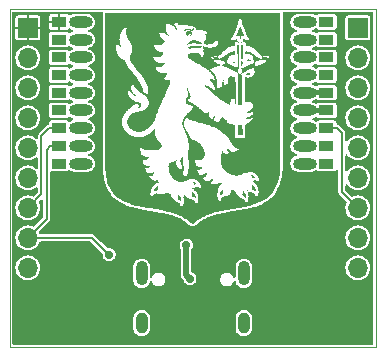
<source format=gbl>
G04 #@! TF.GenerationSoftware,KiCad,Pcbnew,8.0.4-8.0.4-0~ubuntu24.04.1*
G04 #@! TF.CreationDate,2024-08-29T21:10:08+02:00*
G04 #@! TF.ProjectId,ESP32-C3-WROOM_flexypin,45535033-322d-4433-932d-57524f4f4d5f,rev?*
G04 #@! TF.SameCoordinates,Original*
G04 #@! TF.FileFunction,Copper,L2,Bot*
G04 #@! TF.FilePolarity,Positive*
%FSLAX46Y46*%
G04 Gerber Fmt 4.6, Leading zero omitted, Abs format (unit mm)*
G04 Created by KiCad (PCBNEW 8.0.4-8.0.4-0~ubuntu24.04.1) date 2024-08-29 21:10:08*
%MOMM*%
%LPD*%
G01*
G04 APERTURE LIST*
G04 #@! TA.AperFunction,NonConductor*
%ADD10C,0.000000*%
G04 #@! TD*
G04 #@! TA.AperFunction,ComponentPad*
%ADD11R,1.700000X1.700000*%
G04 #@! TD*
G04 #@! TA.AperFunction,ComponentPad*
%ADD12O,1.700000X1.700000*%
G04 #@! TD*
G04 #@! TA.AperFunction,ComponentPad*
%ADD13O,2.000000X0.950000*%
G04 #@! TD*
G04 #@! TA.AperFunction,ComponentPad*
%ADD14R,1.300000X0.900000*%
G04 #@! TD*
G04 #@! TA.AperFunction,ComponentPad*
%ADD15O,1.000000X2.100000*%
G04 #@! TD*
G04 #@! TA.AperFunction,ComponentPad*
%ADD16O,1.000000X1.800000*%
G04 #@! TD*
G04 #@! TA.AperFunction,ViaPad*
%ADD17C,0.700000*%
G04 #@! TD*
G04 #@! TA.AperFunction,Conductor*
%ADD18C,0.200000*%
G04 #@! TD*
G04 #@! TA.AperFunction,Conductor*
%ADD19C,0.500000*%
G04 #@! TD*
G04 #@! TA.AperFunction,Profile*
%ADD20C,0.100000*%
G04 #@! TD*
G04 APERTURE END LIST*
D10*
G04 #@! TA.AperFunction,NonConductor*
G36*
X148158621Y-81784241D02*
G01*
X148168840Y-81800228D01*
X148177577Y-81815899D01*
X148184858Y-81831230D01*
X148190713Y-81846196D01*
X148195167Y-81860774D01*
X148198250Y-81874939D01*
X148199989Y-81888667D01*
X148200411Y-81901934D01*
X148199545Y-81914716D01*
X148197418Y-81926989D01*
X148194059Y-81938729D01*
X148189494Y-81949912D01*
X148183751Y-81960513D01*
X148176859Y-81970508D01*
X148168845Y-81979874D01*
X148159737Y-81988586D01*
X148149562Y-81996620D01*
X148138348Y-82003951D01*
X148126124Y-82010557D01*
X148112917Y-82016413D01*
X148098754Y-82021494D01*
X148083663Y-82025776D01*
X148067673Y-82029236D01*
X148050810Y-82031850D01*
X148033104Y-82033592D01*
X148014580Y-82034440D01*
X147995268Y-82034368D01*
X147975195Y-82033354D01*
X147954388Y-82031372D01*
X147932876Y-82028398D01*
X147910686Y-82024410D01*
X147887846Y-82019381D01*
X147839714Y-82008993D01*
X147792540Y-82001084D01*
X147746501Y-81995621D01*
X147701770Y-81992568D01*
X147658520Y-81991891D01*
X147637506Y-81992432D01*
X147616927Y-81993554D01*
X147596806Y-81995253D01*
X147577164Y-81997523D01*
X147558023Y-82000362D01*
X147539405Y-82003763D01*
X147521331Y-82007724D01*
X147503824Y-82012239D01*
X147486904Y-82017305D01*
X147470595Y-82022916D01*
X147454917Y-82029069D01*
X147439893Y-82035760D01*
X147425543Y-82042983D01*
X147411891Y-82050734D01*
X147398957Y-82059010D01*
X147386764Y-82067805D01*
X147375332Y-82077116D01*
X147364685Y-82086937D01*
X147354843Y-82097266D01*
X147345829Y-82108096D01*
X147337663Y-82119425D01*
X147330369Y-82131247D01*
X147311849Y-82163881D01*
X147314996Y-82111615D01*
X147316552Y-82094455D01*
X147319106Y-82077989D01*
X147322654Y-82062217D01*
X147327192Y-82047142D01*
X147332716Y-82032764D01*
X147339222Y-82019086D01*
X147346707Y-82006108D01*
X147355165Y-81993832D01*
X147364594Y-81982260D01*
X147374990Y-81971394D01*
X147386348Y-81961234D01*
X147398664Y-81951782D01*
X147411935Y-81943040D01*
X147426157Y-81935009D01*
X147441325Y-81927690D01*
X147457436Y-81921086D01*
X147492470Y-81910027D01*
X147531229Y-81901842D01*
X147573679Y-81896544D01*
X147619790Y-81894145D01*
X147669530Y-81894657D01*
X147722868Y-81898091D01*
X147779772Y-81904460D01*
X147840211Y-81913775D01*
X147879526Y-81920000D01*
X147898035Y-81922458D01*
X147915789Y-81924473D01*
X147932798Y-81926043D01*
X147949070Y-81927163D01*
X147964614Y-81927831D01*
X147979440Y-81928042D01*
X147993556Y-81927792D01*
X148006970Y-81927078D01*
X148019693Y-81925896D01*
X148031733Y-81924242D01*
X148043099Y-81922113D01*
X148053799Y-81919505D01*
X148063843Y-81916413D01*
X148073240Y-81912835D01*
X148081998Y-81908767D01*
X148090126Y-81904205D01*
X148097634Y-81899144D01*
X148104530Y-81893582D01*
X148110823Y-81887515D01*
X148116522Y-81880938D01*
X148121635Y-81873849D01*
X148126173Y-81866243D01*
X148130144Y-81858117D01*
X148133556Y-81849467D01*
X148136419Y-81840289D01*
X148138741Y-81830580D01*
X148140532Y-81820335D01*
X148141800Y-81809551D01*
X148142554Y-81798225D01*
X148142804Y-81786352D01*
X148142804Y-81760904D01*
X148158621Y-81784241D01*
G37*
G04 #@! TD.AperFunction*
G04 #@! TA.AperFunction,NonConductor*
G36*
X150611749Y-95467254D02*
G01*
X150613034Y-95467436D01*
X150614271Y-95467784D01*
X150615466Y-95468298D01*
X150616628Y-95468981D01*
X150617764Y-95469832D01*
X150618880Y-95470856D01*
X150619984Y-95472051D01*
X150621084Y-95473421D01*
X150622186Y-95474967D01*
X150623298Y-95476690D01*
X150624427Y-95478592D01*
X150626766Y-95482938D01*
X150629260Y-95488018D01*
X150631967Y-95493843D01*
X150638863Y-95510861D01*
X150645198Y-95530253D01*
X150650944Y-95551655D01*
X150656072Y-95574702D01*
X150660554Y-95599031D01*
X150664363Y-95624279D01*
X150667470Y-95650081D01*
X150669846Y-95676074D01*
X150671464Y-95701893D01*
X150672296Y-95727176D01*
X150672313Y-95751557D01*
X150671487Y-95774674D01*
X150669790Y-95796163D01*
X150667194Y-95815659D01*
X150663671Y-95832799D01*
X150659193Y-95847219D01*
X150658817Y-95847988D01*
X150658279Y-95848785D01*
X150656748Y-95850451D01*
X150654667Y-95852188D01*
X150652100Y-95853969D01*
X150649113Y-95855768D01*
X150645771Y-95857556D01*
X150642141Y-95859306D01*
X150638287Y-95860990D01*
X150634276Y-95862582D01*
X150630173Y-95864053D01*
X150626044Y-95865376D01*
X150621954Y-95866525D01*
X150617968Y-95867470D01*
X150614153Y-95868185D01*
X150610574Y-95868643D01*
X150607297Y-95868815D01*
X150600616Y-95869613D01*
X150592028Y-95871848D01*
X150581778Y-95875383D01*
X150570111Y-95880085D01*
X150557272Y-95885818D01*
X150543506Y-95892448D01*
X150529057Y-95899839D01*
X150514170Y-95907857D01*
X150484061Y-95925231D01*
X150469328Y-95934318D01*
X150455137Y-95943491D01*
X150441732Y-95952616D01*
X150429357Y-95961556D01*
X150418258Y-95970179D01*
X150408679Y-95978347D01*
X150384898Y-95999830D01*
X150380601Y-95965530D01*
X150379183Y-95950152D01*
X150378573Y-95933517D01*
X150378738Y-95915806D01*
X150379642Y-95897200D01*
X150381253Y-95877882D01*
X150383536Y-95858033D01*
X150386457Y-95837834D01*
X150389983Y-95817466D01*
X150394079Y-95797112D01*
X150398711Y-95776951D01*
X150403846Y-95757167D01*
X150409449Y-95737940D01*
X150415487Y-95719452D01*
X150421925Y-95701884D01*
X150428730Y-95685418D01*
X150435868Y-95670235D01*
X150442159Y-95658336D01*
X150449369Y-95645770D01*
X150457383Y-95632687D01*
X150466083Y-95619234D01*
X150475354Y-95605562D01*
X150485080Y-95591819D01*
X150495143Y-95578154D01*
X150505428Y-95564717D01*
X150515819Y-95551655D01*
X150526198Y-95539120D01*
X150536451Y-95527258D01*
X150546460Y-95516221D01*
X150556110Y-95506155D01*
X150565283Y-95497212D01*
X150573865Y-95489539D01*
X150581738Y-95483286D01*
X150587343Y-95479207D01*
X150592348Y-95475704D01*
X150596812Y-95472787D01*
X150598858Y-95471553D01*
X150600791Y-95470470D01*
X150602618Y-95469540D01*
X150604345Y-95468764D01*
X150605980Y-95468144D01*
X150607531Y-95467681D01*
X150609005Y-95467378D01*
X150610408Y-95467235D01*
X150611749Y-95467254D01*
G37*
G04 #@! TD.AperFunction*
G04 #@! TA.AperFunction,NonConductor*
G36*
X153020117Y-94229832D02*
G01*
X153040309Y-94233928D01*
X153060233Y-94238829D01*
X153079893Y-94244539D01*
X153099297Y-94251060D01*
X153118451Y-94258397D01*
X153137361Y-94266553D01*
X153156033Y-94275531D01*
X153174474Y-94285335D01*
X153192689Y-94295968D01*
X153210686Y-94307435D01*
X153228469Y-94319738D01*
X153246046Y-94332882D01*
X153263423Y-94346869D01*
X153280605Y-94361703D01*
X153297600Y-94377388D01*
X153314413Y-94393928D01*
X153334794Y-94414739D01*
X153342859Y-94423187D01*
X153349533Y-94430450D01*
X153354835Y-94436616D01*
X153356977Y-94439317D01*
X153358784Y-94441777D01*
X153360258Y-94444008D01*
X153361400Y-94446021D01*
X153362214Y-94447828D01*
X153362702Y-94449438D01*
X153362866Y-94450865D01*
X153362709Y-94452118D01*
X153362233Y-94453209D01*
X153361440Y-94454150D01*
X153360333Y-94454950D01*
X153358915Y-94455623D01*
X153357187Y-94456178D01*
X153355153Y-94456627D01*
X153352814Y-94456982D01*
X153350173Y-94457253D01*
X153343994Y-94457589D01*
X153336636Y-94457724D01*
X153328118Y-94457750D01*
X153319521Y-94457891D01*
X153310560Y-94458309D01*
X153301288Y-94458992D01*
X153291759Y-94459931D01*
X153272139Y-94462532D01*
X153252128Y-94466029D01*
X153232151Y-94470338D01*
X153212635Y-94475377D01*
X153203184Y-94478144D01*
X153194007Y-94481062D01*
X153185159Y-94484121D01*
X153176692Y-94487310D01*
X153170380Y-94489763D01*
X153164451Y-94491982D01*
X153159038Y-94493924D01*
X153154273Y-94495546D01*
X153150289Y-94496806D01*
X153148632Y-94497286D01*
X153147220Y-94497659D01*
X153146069Y-94497921D01*
X153145197Y-94498064D01*
X153144620Y-94498085D01*
X153144448Y-94498047D01*
X153144355Y-94497977D01*
X153143923Y-94496912D01*
X153143104Y-94494514D01*
X153140489Y-94486332D01*
X153132650Y-94460713D01*
X153128722Y-94448266D01*
X153124372Y-94435797D01*
X153119583Y-94423277D01*
X153114339Y-94410676D01*
X153108624Y-94397965D01*
X153102420Y-94385113D01*
X153095712Y-94372092D01*
X153088482Y-94358872D01*
X153080715Y-94345423D01*
X153072393Y-94331716D01*
X153063500Y-94317720D01*
X153054020Y-94303408D01*
X153033231Y-94273711D01*
X153009893Y-94242390D01*
X152997078Y-94225647D01*
X153020117Y-94229832D01*
G37*
G04 #@! TD.AperFunction*
G04 #@! TA.AperFunction,NonConductor*
G36*
X146875542Y-95930314D02*
G01*
X146876995Y-95930607D01*
X146878534Y-95931091D01*
X146880169Y-95931764D01*
X146881910Y-95932625D01*
X146883767Y-95933672D01*
X146885749Y-95934904D01*
X146890128Y-95937915D01*
X146895124Y-95941649D01*
X146907279Y-95951233D01*
X146928245Y-95969102D01*
X146948247Y-95988450D01*
X146967244Y-96009188D01*
X146985194Y-96031227D01*
X147002054Y-96054479D01*
X147017783Y-96078856D01*
X147032337Y-96104268D01*
X147045676Y-96130626D01*
X147057757Y-96157842D01*
X147068538Y-96185827D01*
X147077976Y-96214492D01*
X147086031Y-96243749D01*
X147092658Y-96273508D01*
X147097818Y-96303681D01*
X147101467Y-96334180D01*
X147103563Y-96364914D01*
X147104947Y-96399445D01*
X147105330Y-96413250D01*
X147105421Y-96424877D01*
X147105336Y-96429903D01*
X147105154Y-96434422D01*
X147104867Y-96438444D01*
X147104465Y-96441982D01*
X147103943Y-96445048D01*
X147103290Y-96447655D01*
X147102499Y-96449813D01*
X147101563Y-96451536D01*
X147101037Y-96452238D01*
X147100472Y-96452835D01*
X147099866Y-96453329D01*
X147099219Y-96453722D01*
X147098529Y-96454016D01*
X147097796Y-96454210D01*
X147097018Y-96454308D01*
X147096194Y-96454311D01*
X147094406Y-96454036D01*
X147092424Y-96453398D01*
X147090238Y-96452409D01*
X147087842Y-96451081D01*
X147085227Y-96449426D01*
X147082385Y-96447456D01*
X147075988Y-96442619D01*
X147068585Y-96436668D01*
X147060113Y-96429700D01*
X147048579Y-96420648D01*
X147035849Y-96411488D01*
X147022120Y-96402316D01*
X147007592Y-96393227D01*
X146992463Y-96384317D01*
X146976931Y-96375681D01*
X146961196Y-96367414D01*
X146945455Y-96359612D01*
X146929908Y-96352371D01*
X146914752Y-96345785D01*
X146900186Y-96339951D01*
X146886409Y-96334964D01*
X146873620Y-96330918D01*
X146862016Y-96327911D01*
X146851797Y-96326036D01*
X146843160Y-96325390D01*
X146839326Y-96324620D01*
X146835781Y-96322362D01*
X146832523Y-96318698D01*
X146829550Y-96313706D01*
X146824451Y-96300059D01*
X146820465Y-96282060D01*
X146817575Y-96260350D01*
X146815764Y-96235566D01*
X146815015Y-96208348D01*
X146815309Y-96179335D01*
X146816631Y-96149165D01*
X146818961Y-96118478D01*
X146822283Y-96087912D01*
X146826580Y-96058107D01*
X146831833Y-96029701D01*
X146838027Y-96003334D01*
X146845142Y-95979644D01*
X146853161Y-95959270D01*
X146856174Y-95952717D01*
X146858875Y-95947026D01*
X146861341Y-95942183D01*
X146862510Y-95940077D01*
X146863649Y-95938179D01*
X146864768Y-95936487D01*
X146865877Y-95935000D01*
X146866986Y-95933717D01*
X146868103Y-95932636D01*
X146869240Y-95931755D01*
X146870405Y-95931074D01*
X146871608Y-95930591D01*
X146872858Y-95930304D01*
X146874167Y-95930212D01*
X146875542Y-95930314D01*
G37*
G04 #@! TD.AperFunction*
G04 #@! TA.AperFunction,NonConductor*
G36*
X152332661Y-83368957D02*
G01*
X152303473Y-84360526D01*
X152302027Y-84410865D01*
X152273987Y-84414865D01*
X152268504Y-84415791D01*
X152263066Y-84416991D01*
X152257691Y-84418457D01*
X152252395Y-84420177D01*
X152247197Y-84422142D01*
X152242113Y-84424343D01*
X152237161Y-84426768D01*
X152232356Y-84429409D01*
X152227717Y-84432255D01*
X152223261Y-84435297D01*
X152219004Y-84438524D01*
X152214964Y-84441926D01*
X152211157Y-84445494D01*
X152207602Y-84449218D01*
X152204314Y-84453088D01*
X152201312Y-84457093D01*
X152199880Y-84458302D01*
X152198606Y-84457210D01*
X152196498Y-84445721D01*
X152193782Y-84368726D01*
X152192580Y-84187710D01*
X152192310Y-83864278D01*
X152192310Y-83258647D01*
X152223462Y-83255202D01*
X152237648Y-83253718D01*
X152253272Y-83252216D01*
X152268437Y-83250874D01*
X152281247Y-83249868D01*
X152322215Y-83246942D01*
X152336476Y-83245905D01*
X152332661Y-83368957D01*
G37*
G04 #@! TD.AperFunction*
G04 #@! TA.AperFunction,Conductor*
G36*
X158400000Y-87075000D02*
G01*
X158800000Y-87075000D01*
X158800000Y-87475000D01*
X158400000Y-87475000D01*
X158400000Y-87075000D01*
G37*
G04 #@! TD.AperFunction*
G04 #@! TA.AperFunction,NonConductor*
G36*
X147768466Y-82066314D02*
G01*
X147794997Y-82067548D01*
X147821365Y-82069777D01*
X147847319Y-82072955D01*
X147872608Y-82077036D01*
X147896981Y-82081976D01*
X147920186Y-82087727D01*
X147941973Y-82094245D01*
X147962089Y-82101483D01*
X147980283Y-82109396D01*
X147996305Y-82117939D01*
X148003423Y-82122432D01*
X148009903Y-82127065D01*
X148015714Y-82131833D01*
X148020826Y-82136729D01*
X148024842Y-82141412D01*
X148028407Y-82146582D01*
X148031528Y-82152211D01*
X148034210Y-82158274D01*
X148036462Y-82164743D01*
X148038288Y-82171592D01*
X148039696Y-82178796D01*
X148040692Y-82186326D01*
X148041473Y-82202263D01*
X148040682Y-82219189D01*
X148038373Y-82236894D01*
X148034596Y-82255165D01*
X148029403Y-82273790D01*
X148022846Y-82292556D01*
X148014976Y-82311252D01*
X148005845Y-82329665D01*
X147995505Y-82347582D01*
X147984006Y-82364793D01*
X147971402Y-82381084D01*
X147957744Y-82396243D01*
X147953550Y-82400262D01*
X147948466Y-82404676D01*
X147942633Y-82409394D01*
X147936191Y-82414325D01*
X147929280Y-82419380D01*
X147922041Y-82424469D01*
X147907140Y-82434387D01*
X147899760Y-82439035D01*
X147892613Y-82443356D01*
X147885841Y-82447260D01*
X147879583Y-82450656D01*
X147873981Y-82453455D01*
X147869174Y-82455565D01*
X147865303Y-82456898D01*
X147863763Y-82457244D01*
X147862510Y-82457362D01*
X147862377Y-82457313D01*
X147862286Y-82457170D01*
X147862222Y-82456606D01*
X147862311Y-82455689D01*
X147862547Y-82454439D01*
X147863436Y-82451013D01*
X147864839Y-82446481D01*
X147866705Y-82440993D01*
X147868984Y-82434703D01*
X147871628Y-82427761D01*
X147874585Y-82420320D01*
X147879613Y-82406685D01*
X147883864Y-82392576D01*
X147887339Y-82378042D01*
X147890041Y-82363127D01*
X147891973Y-82347879D01*
X147893136Y-82332344D01*
X147893533Y-82316567D01*
X147893166Y-82300597D01*
X147892037Y-82284478D01*
X147890149Y-82268258D01*
X147887503Y-82251982D01*
X147884102Y-82235698D01*
X147879948Y-82219451D01*
X147875044Y-82203288D01*
X147869391Y-82187256D01*
X147862991Y-82171400D01*
X147849842Y-82140878D01*
X147842433Y-82192329D01*
X147840719Y-82202596D01*
X147838524Y-82213111D01*
X147835873Y-82223838D01*
X147832790Y-82234739D01*
X147829299Y-82245776D01*
X147825426Y-82256911D01*
X147816628Y-82279324D01*
X147806591Y-82301678D01*
X147795512Y-82323670D01*
X147783585Y-82344999D01*
X147771007Y-82365364D01*
X147757974Y-82384463D01*
X147744680Y-82401994D01*
X147737997Y-82410077D01*
X147731322Y-82417655D01*
X147724679Y-82424690D01*
X147718094Y-82431145D01*
X147711591Y-82436982D01*
X147705194Y-82442162D01*
X147698928Y-82446650D01*
X147692816Y-82450405D01*
X147686885Y-82453392D01*
X147681157Y-82455572D01*
X147675658Y-82456908D01*
X147670411Y-82457362D01*
X147667233Y-82457150D01*
X147663830Y-82456526D01*
X147660215Y-82455505D01*
X147656407Y-82454103D01*
X147648269Y-82450218D01*
X147639545Y-82444996D01*
X147630359Y-82438562D01*
X147620839Y-82431042D01*
X147611113Y-82422561D01*
X147601306Y-82413245D01*
X147591545Y-82403219D01*
X147581957Y-82392608D01*
X147572670Y-82381537D01*
X147563810Y-82370132D01*
X147555503Y-82358518D01*
X147547876Y-82346821D01*
X147541057Y-82335166D01*
X147535172Y-82323678D01*
X147522578Y-82295344D01*
X147517254Y-82281932D01*
X147512585Y-82269011D01*
X147508575Y-82256574D01*
X147505229Y-82244611D01*
X147502552Y-82233115D01*
X147500547Y-82222076D01*
X147499219Y-82211486D01*
X147498572Y-82201337D01*
X147498611Y-82191620D01*
X147499341Y-82182327D01*
X147500766Y-82173448D01*
X147502889Y-82164976D01*
X147505717Y-82156902D01*
X147509253Y-82149217D01*
X147513501Y-82141913D01*
X147518466Y-82134981D01*
X147524152Y-82128413D01*
X147530565Y-82122200D01*
X147537707Y-82116333D01*
X147545585Y-82110805D01*
X147554201Y-82105606D01*
X147563561Y-82100729D01*
X147573670Y-82096163D01*
X147584530Y-82091902D01*
X147596148Y-82087936D01*
X147608527Y-82084258D01*
X147621671Y-82080857D01*
X147635586Y-82077726D01*
X147665745Y-82072240D01*
X147690412Y-82069038D01*
X147715923Y-82067013D01*
X147742025Y-82066120D01*
X147768466Y-82066314D01*
G37*
G04 #@! TD.AperFunction*
G04 #@! TA.AperFunction,NonConductor*
G36*
X145126480Y-95200000D02*
G01*
X145127198Y-95200113D01*
X145127848Y-95200287D01*
X145128436Y-95200523D01*
X145128970Y-95200822D01*
X145129455Y-95201182D01*
X145129900Y-95201605D01*
X145130310Y-95202091D01*
X145130692Y-95202640D01*
X145131054Y-95203251D01*
X145131401Y-95203926D01*
X145131742Y-95204664D01*
X145132429Y-95206330D01*
X145133169Y-95208250D01*
X145136510Y-95220191D01*
X145138535Y-95234856D01*
X145139307Y-95251930D01*
X145138888Y-95271100D01*
X145137343Y-95292051D01*
X145134735Y-95314469D01*
X145131128Y-95338039D01*
X145126584Y-95362446D01*
X145121169Y-95387378D01*
X145114944Y-95412518D01*
X145107973Y-95437553D01*
X145100321Y-95462168D01*
X145092050Y-95486050D01*
X145083224Y-95508883D01*
X145073906Y-95530353D01*
X145064160Y-95550145D01*
X145046195Y-95584261D01*
X144971408Y-95584298D01*
X144956686Y-95584437D01*
X144942334Y-95584840D01*
X144928339Y-95585509D01*
X144914688Y-95586448D01*
X144901367Y-95587658D01*
X144888363Y-95589142D01*
X144875662Y-95590901D01*
X144863251Y-95592939D01*
X144851116Y-95595256D01*
X144839245Y-95597857D01*
X144827623Y-95600742D01*
X144816237Y-95603915D01*
X144805075Y-95607377D01*
X144794122Y-95611131D01*
X144783365Y-95615179D01*
X144772791Y-95619524D01*
X144760954Y-95624517D01*
X144756202Y-95626367D01*
X144752182Y-95627737D01*
X144750436Y-95628231D01*
X144748860Y-95628590D01*
X144747451Y-95628810D01*
X144746203Y-95628887D01*
X144745113Y-95628815D01*
X144744176Y-95628591D01*
X144743388Y-95628209D01*
X144742745Y-95627665D01*
X144742242Y-95626954D01*
X144741876Y-95626071D01*
X144741642Y-95625012D01*
X144741535Y-95623772D01*
X144741552Y-95622347D01*
X144741689Y-95620731D01*
X144742302Y-95616910D01*
X144743342Y-95612271D01*
X144744773Y-95606778D01*
X144748676Y-95593077D01*
X144759457Y-95559895D01*
X144772284Y-95527282D01*
X144787034Y-95495375D01*
X144803581Y-95464312D01*
X144821802Y-95434230D01*
X144841573Y-95405267D01*
X144862770Y-95377560D01*
X144885267Y-95351246D01*
X144908942Y-95326464D01*
X144933670Y-95303350D01*
X144959327Y-95282041D01*
X144985789Y-95262677D01*
X145012932Y-95245392D01*
X145040630Y-95230327D01*
X145068762Y-95217616D01*
X145082951Y-95212187D01*
X145097201Y-95207399D01*
X145107817Y-95204095D01*
X145112115Y-95202800D01*
X145115812Y-95201745D01*
X145117453Y-95201308D01*
X145118964Y-95200932D01*
X145120352Y-95200616D01*
X145121624Y-95200360D01*
X145122786Y-95200166D01*
X145123846Y-95200032D01*
X145124811Y-95199960D01*
X145125686Y-95199950D01*
X145126480Y-95200000D01*
G37*
G04 #@! TD.AperFunction*
G04 #@! TA.AperFunction,NonConductor*
G36*
X152098203Y-81556190D02*
G01*
X152098427Y-81556346D01*
X152098948Y-81556955D01*
X152099556Y-81557945D01*
X152100245Y-81559295D01*
X152101838Y-81562996D01*
X152103669Y-81567894D01*
X152105681Y-81573825D01*
X152107816Y-81580625D01*
X152110017Y-81588132D01*
X152112227Y-81596180D01*
X152139035Y-81689085D01*
X152172820Y-81792605D01*
X152212081Y-81902935D01*
X152255322Y-82016270D01*
X152301045Y-82128806D01*
X152347750Y-82236739D01*
X152393941Y-82336265D01*
X152438119Y-82423580D01*
X152447021Y-82440380D01*
X152455250Y-82456125D01*
X152462630Y-82470466D01*
X152468988Y-82483055D01*
X152474149Y-82493540D01*
X152477941Y-82501574D01*
X152479268Y-82504562D01*
X152480188Y-82506806D01*
X152480678Y-82508262D01*
X152480755Y-82508681D01*
X152480717Y-82508887D01*
X152479994Y-82508894D01*
X152478253Y-82508538D01*
X152471923Y-82506808D01*
X152449378Y-82499756D01*
X152416499Y-82488842D01*
X152376703Y-82475179D01*
X152342443Y-82463734D01*
X152311589Y-82454571D01*
X152283977Y-82447798D01*
X152271335Y-82445341D01*
X152259442Y-82443522D01*
X152248276Y-82442354D01*
X152237818Y-82441851D01*
X152228046Y-82442025D01*
X152218940Y-82442891D01*
X152210480Y-82444462D01*
X152202644Y-82446751D01*
X152195412Y-82449771D01*
X152188763Y-82453537D01*
X152182678Y-82458062D01*
X152177134Y-82463358D01*
X152172112Y-82469440D01*
X152167591Y-82476320D01*
X152163550Y-82484013D01*
X152159969Y-82492532D01*
X152156827Y-82501890D01*
X152154103Y-82512100D01*
X152151777Y-82523176D01*
X152149828Y-82535132D01*
X152146978Y-82561736D01*
X152145390Y-82592018D01*
X152144897Y-82626087D01*
X152144897Y-82730100D01*
X152050737Y-82730100D01*
X152048922Y-82618456D01*
X152047069Y-82506812D01*
X152029956Y-82484402D01*
X152022258Y-82474901D01*
X152014499Y-82466619D01*
X152006533Y-82459549D01*
X151998215Y-82453685D01*
X151989401Y-82449020D01*
X151979944Y-82445549D01*
X151969699Y-82443265D01*
X151958522Y-82442161D01*
X151946266Y-82442231D01*
X151932786Y-82443469D01*
X151917938Y-82445869D01*
X151901576Y-82449424D01*
X151883554Y-82454127D01*
X151863727Y-82459974D01*
X151841950Y-82466956D01*
X151818078Y-82475068D01*
X151778246Y-82488711D01*
X151760725Y-82494577D01*
X151745370Y-82499622D01*
X151732607Y-82503706D01*
X151722863Y-82506691D01*
X151716565Y-82508440D01*
X151714841Y-82508807D01*
X151714139Y-82508813D01*
X151714190Y-82508212D01*
X151714691Y-82506785D01*
X151716955Y-82501629D01*
X151725914Y-82483319D01*
X151739616Y-82456660D01*
X151756663Y-82424432D01*
X151800236Y-82338685D01*
X151845464Y-82241667D01*
X151891127Y-82136473D01*
X151936004Y-82026197D01*
X151978877Y-81913935D01*
X152018523Y-81802781D01*
X152053724Y-81695831D01*
X152083259Y-81596180D01*
X152084410Y-81592098D01*
X152085565Y-81588132D01*
X152087860Y-81580625D01*
X152088984Y-81577127D01*
X152090082Y-81573825D01*
X152091147Y-81570741D01*
X152092172Y-81567894D01*
X152093149Y-81565306D01*
X152094070Y-81562996D01*
X152094927Y-81560986D01*
X152095714Y-81559295D01*
X152096422Y-81557945D01*
X152097045Y-81556955D01*
X152097322Y-81556601D01*
X152097574Y-81556346D01*
X152097801Y-81556190D01*
X152098002Y-81556138D01*
X152098203Y-81556190D01*
G37*
G04 #@! TD.AperFunction*
G04 #@! TA.AperFunction,NonConductor*
G36*
X152776112Y-84441542D02*
G01*
X152787268Y-84442716D01*
X152799461Y-84444970D01*
X152812718Y-84448308D01*
X152827069Y-84452734D01*
X152842541Y-84458251D01*
X152859163Y-84464864D01*
X152876964Y-84472577D01*
X152895972Y-84481394D01*
X152916215Y-84491320D01*
X152932159Y-84499436D01*
X152946164Y-84506828D01*
X152958266Y-84513565D01*
X152963614Y-84516709D01*
X152968499Y-84519714D01*
X152972927Y-84522591D01*
X152976901Y-84525346D01*
X152980427Y-84527989D01*
X152983507Y-84530528D01*
X152986148Y-84532971D01*
X152988353Y-84535328D01*
X152990127Y-84537607D01*
X152991474Y-84539816D01*
X152992400Y-84541965D01*
X152992907Y-84544061D01*
X152993002Y-84546113D01*
X152992687Y-84548129D01*
X152991969Y-84550119D01*
X152990850Y-84552091D01*
X152989337Y-84554054D01*
X152987432Y-84556015D01*
X152985141Y-84557984D01*
X152982469Y-84559969D01*
X152979418Y-84561979D01*
X152975996Y-84564022D01*
X152972204Y-84566108D01*
X152968049Y-84568243D01*
X152958664Y-84572700D01*
X152938277Y-84581558D01*
X152918016Y-84589490D01*
X152897875Y-84596497D01*
X152877845Y-84602581D01*
X152857917Y-84607741D01*
X152838084Y-84611979D01*
X152818337Y-84615296D01*
X152798668Y-84617692D01*
X152779069Y-84619168D01*
X152759531Y-84619725D01*
X152740048Y-84619364D01*
X152720609Y-84618086D01*
X152701208Y-84615891D01*
X152681835Y-84612781D01*
X152662483Y-84608755D01*
X152643144Y-84603815D01*
X152592953Y-84589813D01*
X152610436Y-84577479D01*
X152616838Y-84572737D01*
X152623906Y-84567108D01*
X152631518Y-84560713D01*
X152639552Y-84553675D01*
X152656402Y-84538151D01*
X152673481Y-84521508D01*
X152689818Y-84504721D01*
X152697403Y-84496576D01*
X152704438Y-84488759D01*
X152710800Y-84481392D01*
X152716368Y-84474596D01*
X152721021Y-84468493D01*
X152724636Y-84463205D01*
X152729337Y-84456937D01*
X152731999Y-84454196D01*
X152734875Y-84451719D01*
X152737966Y-84449506D01*
X152741278Y-84447557D01*
X152748575Y-84444454D01*
X152756793Y-84442415D01*
X152765963Y-84441442D01*
X152776112Y-84441542D01*
G37*
G04 #@! TD.AperFunction*
G04 #@! TA.AperFunction,NonConductor*
G36*
X151919950Y-85624157D02*
G01*
X151925016Y-85626150D01*
X151941848Y-85633472D01*
X151965536Y-85644307D01*
X151993581Y-85657539D01*
X152008519Y-85664545D01*
X152022399Y-85670733D01*
X152035311Y-85676115D01*
X152047343Y-85680702D01*
X152058584Y-85684506D01*
X152069122Y-85687537D01*
X152079044Y-85689807D01*
X152083803Y-85690659D01*
X152088441Y-85691326D01*
X152092969Y-85691808D01*
X152097399Y-85692106D01*
X152101742Y-85692222D01*
X152106008Y-85692158D01*
X152110209Y-85691914D01*
X152114355Y-85691493D01*
X152118459Y-85690895D01*
X152122530Y-85690122D01*
X152126580Y-85689175D01*
X152130620Y-85688056D01*
X152138715Y-85685306D01*
X152146901Y-85681884D01*
X152155268Y-85677801D01*
X152180457Y-85664726D01*
X152180457Y-85682839D01*
X152180626Y-85688391D01*
X152181145Y-85693842D01*
X152182029Y-85699218D01*
X152183293Y-85704544D01*
X152184951Y-85709848D01*
X152187020Y-85715156D01*
X152189514Y-85720493D01*
X152192449Y-85725886D01*
X152195839Y-85731361D01*
X152199700Y-85736944D01*
X152204048Y-85742661D01*
X152208897Y-85748540D01*
X152214263Y-85754605D01*
X152220160Y-85760883D01*
X152226604Y-85767401D01*
X152233610Y-85774184D01*
X152270616Y-85809262D01*
X152263763Y-86289841D01*
X152258179Y-86852240D01*
X152254318Y-87529514D01*
X152251687Y-88288572D01*
X152128635Y-88287424D01*
X152078185Y-88286580D01*
X152031827Y-88285178D01*
X152011785Y-88284327D01*
X151994691Y-88283407D01*
X151981186Y-88282444D01*
X151971911Y-88281460D01*
X151938240Y-88276719D01*
X151934981Y-87482212D01*
X151927267Y-86401007D01*
X151921959Y-85990218D01*
X151916387Y-85731660D01*
X151915754Y-85709931D01*
X151915353Y-85689657D01*
X151915178Y-85671282D01*
X151915225Y-85655252D01*
X151915489Y-85642010D01*
X151915965Y-85632001D01*
X151916281Y-85628348D01*
X151916648Y-85625670D01*
X151917067Y-85624023D01*
X151917294Y-85623603D01*
X151917535Y-85623461D01*
X151919950Y-85624157D01*
G37*
G04 #@! TD.AperFunction*
G04 #@! TA.AperFunction,NonConductor*
G36*
X148098974Y-94796087D02*
G01*
X148104017Y-94796752D01*
X148110280Y-94797965D01*
X148117817Y-94799706D01*
X148126682Y-94801956D01*
X148148619Y-94807905D01*
X148165445Y-94812876D01*
X148181997Y-94818390D01*
X148198291Y-94824458D01*
X148214341Y-94831088D01*
X148230161Y-94838288D01*
X148245767Y-94846069D01*
X148261173Y-94854439D01*
X148276395Y-94863407D01*
X148291446Y-94872983D01*
X148306342Y-94883174D01*
X148321097Y-94893991D01*
X148335726Y-94905443D01*
X148350244Y-94917538D01*
X148364666Y-94930286D01*
X148379006Y-94943695D01*
X148393280Y-94957775D01*
X148413955Y-94978697D01*
X148422086Y-94987085D01*
X148428755Y-94994237D01*
X148433967Y-95000263D01*
X148436028Y-95002888D01*
X148437727Y-95005273D01*
X148439064Y-95007431D01*
X148440041Y-95009377D01*
X148440658Y-95011124D01*
X148440915Y-95012685D01*
X148440814Y-95014075D01*
X148440355Y-95015307D01*
X148439539Y-95016395D01*
X148438367Y-95017352D01*
X148436839Y-95018193D01*
X148434956Y-95018931D01*
X148432719Y-95019580D01*
X148430128Y-95020153D01*
X148423889Y-95021128D01*
X148416244Y-95021967D01*
X148396762Y-95023672D01*
X148385391Y-95024785D01*
X148374016Y-95026134D01*
X148362655Y-95027713D01*
X148351327Y-95029520D01*
X148340050Y-95031548D01*
X148328842Y-95033794D01*
X148317722Y-95036253D01*
X148306709Y-95038920D01*
X148295819Y-95041790D01*
X148285073Y-95044860D01*
X148274489Y-95048124D01*
X148264083Y-95051577D01*
X148253877Y-95055216D01*
X148243886Y-95059035D01*
X148234131Y-95063031D01*
X148224629Y-95067197D01*
X148185995Y-95084680D01*
X148179364Y-95030562D01*
X148177320Y-95015510D01*
X148174923Y-95000760D01*
X148172171Y-94986307D01*
X148169064Y-94972148D01*
X148165599Y-94958279D01*
X148161777Y-94944697D01*
X148157594Y-94931397D01*
X148153051Y-94918377D01*
X148148145Y-94905632D01*
X148142875Y-94893160D01*
X148137240Y-94880955D01*
X148131239Y-94869016D01*
X148124869Y-94857337D01*
X148118130Y-94845916D01*
X148111021Y-94834749D01*
X148103540Y-94823832D01*
X148095942Y-94812814D01*
X148093204Y-94808398D01*
X148091248Y-94804686D01*
X148090579Y-94803087D01*
X148090127Y-94801657D01*
X148089897Y-94800392D01*
X148089896Y-94799292D01*
X148090132Y-94798352D01*
X148090611Y-94797572D01*
X148091339Y-94796948D01*
X148092325Y-94796477D01*
X148093575Y-94796159D01*
X148095095Y-94795989D01*
X148098974Y-94796087D01*
G37*
G04 #@! TD.AperFunction*
G04 #@! TA.AperFunction,NonConductor*
G36*
X152926483Y-94719593D02*
G01*
X152930183Y-94719960D01*
X152931960Y-94720235D01*
X152933690Y-94720571D01*
X152935374Y-94720968D01*
X152937012Y-94721427D01*
X152938607Y-94721947D01*
X152940158Y-94722529D01*
X152941668Y-94723171D01*
X152943137Y-94723875D01*
X152944566Y-94724640D01*
X152945956Y-94725466D01*
X152947309Y-94726354D01*
X152948626Y-94727303D01*
X152950405Y-94728700D01*
X152951811Y-94729939D01*
X152952803Y-94731029D01*
X152953343Y-94731979D01*
X152953429Y-94732404D01*
X152953388Y-94732797D01*
X152953212Y-94733159D01*
X152952898Y-94733492D01*
X152951834Y-94734073D01*
X152950155Y-94734548D01*
X152947820Y-94734927D01*
X152944790Y-94735217D01*
X152941023Y-94735428D01*
X152936480Y-94735569D01*
X152924902Y-94735673D01*
X152909733Y-94735600D01*
X152893276Y-94735434D01*
X152881177Y-94735210D01*
X152876668Y-94735046D01*
X152873133Y-94734831D01*
X152870536Y-94734555D01*
X152869578Y-94734390D01*
X152868839Y-94734205D01*
X152868315Y-94733999D01*
X152868002Y-94733770D01*
X152867923Y-94733646D01*
X152867895Y-94733517D01*
X152867989Y-94733237D01*
X152868279Y-94732931D01*
X152868761Y-94732596D01*
X152869429Y-94732230D01*
X152870280Y-94731833D01*
X152872508Y-94730938D01*
X152875406Y-94729898D01*
X152883063Y-94727339D01*
X152888890Y-94725496D01*
X152894447Y-94723899D01*
X152899742Y-94722548D01*
X152904782Y-94721442D01*
X152909578Y-94720581D01*
X152914138Y-94719966D01*
X152918469Y-94719597D01*
X152922582Y-94719472D01*
X152926483Y-94719593D01*
G37*
G04 #@! TD.AperFunction*
G04 #@! TA.AperFunction,NonConductor*
G36*
X148489227Y-83284099D02*
G01*
X148546655Y-83286610D01*
X148604520Y-83290506D01*
X148662651Y-83295781D01*
X148720876Y-83302430D01*
X148755845Y-83307040D01*
X148788603Y-83311772D01*
X148818364Y-83316479D01*
X148844336Y-83321016D01*
X148865731Y-83325237D01*
X148874466Y-83327183D01*
X148881761Y-83328996D01*
X148887517Y-83330657D01*
X148891635Y-83332148D01*
X148893049Y-83332824D01*
X148894017Y-83333450D01*
X148894526Y-83334025D01*
X148894565Y-83334546D01*
X148892804Y-83336916D01*
X148888739Y-83341321D01*
X148874757Y-83355257D01*
X148854731Y-83374396D01*
X148830779Y-83396780D01*
X148779550Y-83443450D01*
X148756504Y-83463819D01*
X148737989Y-83479601D01*
X148700244Y-83510716D01*
X148654238Y-83503456D01*
X148615678Y-83497886D01*
X148576023Y-83493178D01*
X148535501Y-83489325D01*
X148494343Y-83486324D01*
X148452779Y-83484170D01*
X148411039Y-83482859D01*
X148327948Y-83482749D01*
X148287057Y-83483941D01*
X148246909Y-83485959D01*
X148207734Y-83488798D01*
X148169761Y-83492454D01*
X148133221Y-83496923D01*
X148098343Y-83502200D01*
X148065358Y-83508280D01*
X148034494Y-83515161D01*
X148005159Y-83521973D01*
X147976831Y-83527784D01*
X147949479Y-83532591D01*
X147923068Y-83536394D01*
X147897566Y-83539192D01*
X147872938Y-83540982D01*
X147849151Y-83541765D01*
X147826172Y-83541539D01*
X147803967Y-83540303D01*
X147782504Y-83538055D01*
X147761748Y-83534795D01*
X147741666Y-83530522D01*
X147722225Y-83525234D01*
X147703391Y-83518930D01*
X147685131Y-83511609D01*
X147667411Y-83503270D01*
X147660736Y-83499829D01*
X147654884Y-83496661D01*
X147652261Y-83495167D01*
X147649839Y-83493727D01*
X147647616Y-83492335D01*
X147645589Y-83490986D01*
X147643757Y-83489676D01*
X147642117Y-83488400D01*
X147640670Y-83487153D01*
X147639411Y-83485929D01*
X147638340Y-83484725D01*
X147637456Y-83483534D01*
X147636755Y-83482352D01*
X147636236Y-83481175D01*
X147635898Y-83479996D01*
X147635739Y-83478812D01*
X147635756Y-83477617D01*
X147635949Y-83476406D01*
X147636315Y-83475175D01*
X147636852Y-83473918D01*
X147637559Y-83472631D01*
X147638434Y-83471308D01*
X147639475Y-83469945D01*
X147640680Y-83468536D01*
X147642048Y-83467077D01*
X147643576Y-83465563D01*
X147645263Y-83463989D01*
X147647108Y-83462350D01*
X147651261Y-83458857D01*
X147671054Y-83444369D01*
X147694731Y-83430004D01*
X147721993Y-83415844D01*
X147752544Y-83401973D01*
X147786085Y-83388472D01*
X147822319Y-83375425D01*
X147860949Y-83362913D01*
X147901677Y-83351020D01*
X147944204Y-83339827D01*
X147988234Y-83329417D01*
X148033469Y-83319872D01*
X148079612Y-83311276D01*
X148126364Y-83303710D01*
X148173428Y-83297258D01*
X148220506Y-83292000D01*
X148267301Y-83288021D01*
X148321272Y-83284935D01*
X148376364Y-83283256D01*
X148432406Y-83282979D01*
X148489227Y-83284099D01*
G37*
G04 #@! TD.AperFunction*
G04 #@! TA.AperFunction,NonConductor*
G36*
X152283580Y-90053941D02*
G01*
X152285161Y-90083454D01*
X152286970Y-90127668D01*
X152288779Y-90180597D01*
X152290359Y-90236259D01*
X152295285Y-90399280D01*
X152302323Y-90603862D01*
X152308338Y-90777225D01*
X152310184Y-90836171D01*
X152310880Y-90865190D01*
X152310917Y-90892304D01*
X152244205Y-90881229D01*
X152227664Y-90878711D01*
X152210242Y-90876498D01*
X152192069Y-90874599D01*
X152173275Y-90873024D01*
X152153990Y-90871783D01*
X152134343Y-90870884D01*
X152114464Y-90870338D01*
X152094483Y-90870154D01*
X152074514Y-90870338D01*
X152054644Y-90870884D01*
X152035004Y-90871783D01*
X152015723Y-90873024D01*
X151996931Y-90874599D01*
X151978760Y-90876498D01*
X151961338Y-90878711D01*
X151944797Y-90881229D01*
X151878085Y-90892304D01*
X151878160Y-90859226D01*
X151878628Y-90836117D01*
X151879854Y-90797594D01*
X151883827Y-90695761D01*
X151889596Y-90539186D01*
X151895643Y-90345940D01*
X151901070Y-90173154D01*
X151903530Y-90106697D01*
X151905385Y-90065795D01*
X151908867Y-90005008D01*
X152280210Y-90005008D01*
X152283580Y-90053941D01*
G37*
G04 #@! TD.AperFunction*
G04 #@! TA.AperFunction,NonConductor*
G36*
X152769975Y-85591235D02*
G01*
X152784947Y-85594283D01*
X152801412Y-85598596D01*
X152819031Y-85604010D01*
X152837463Y-85610365D01*
X152856370Y-85617496D01*
X152875413Y-85625242D01*
X152894252Y-85633439D01*
X152912549Y-85641926D01*
X152929963Y-85650540D01*
X152946156Y-85659118D01*
X152960789Y-85667498D01*
X152973521Y-85675516D01*
X152984015Y-85683011D01*
X152991931Y-85689820D01*
X152994816Y-85692917D01*
X152996929Y-85695781D01*
X152998228Y-85698392D01*
X152998670Y-85700730D01*
X152998524Y-85701543D01*
X152998092Y-85702446D01*
X152996399Y-85704502D01*
X152993656Y-85706869D01*
X152989927Y-85709516D01*
X152985276Y-85712413D01*
X152979765Y-85715528D01*
X152966425Y-85722293D01*
X152950418Y-85729566D01*
X152932255Y-85737104D01*
X152912448Y-85744662D01*
X152891509Y-85751996D01*
X152872276Y-85757322D01*
X152850212Y-85761538D01*
X152825963Y-85764694D01*
X152800179Y-85766836D01*
X152773508Y-85768013D01*
X152746598Y-85768273D01*
X152720100Y-85767664D01*
X152694660Y-85766233D01*
X152670928Y-85764030D01*
X152649552Y-85761101D01*
X152631181Y-85757496D01*
X152616464Y-85753261D01*
X152610678Y-85750923D01*
X152606049Y-85748446D01*
X152602657Y-85745835D01*
X152600584Y-85743097D01*
X152599911Y-85740238D01*
X152600719Y-85737264D01*
X152603089Y-85734180D01*
X152607103Y-85730993D01*
X152614559Y-85725899D01*
X152621998Y-85720559D01*
X152629403Y-85714989D01*
X152636757Y-85709205D01*
X152644042Y-85703224D01*
X152651241Y-85697062D01*
X152658338Y-85690736D01*
X152665314Y-85684260D01*
X152672153Y-85677653D01*
X152678838Y-85670929D01*
X152685351Y-85664105D01*
X152691676Y-85657197D01*
X152697795Y-85650222D01*
X152703691Y-85643196D01*
X152709347Y-85636134D01*
X152714746Y-85629054D01*
X152745860Y-85587197D01*
X152769975Y-85591235D01*
G37*
G04 #@! TD.AperFunction*
G04 #@! TA.AperFunction,NonConductor*
G36*
X151894383Y-83248942D02*
G01*
X151931796Y-83252257D01*
X151965540Y-83255462D01*
X151996655Y-83258647D01*
X151996655Y-84251327D01*
X151995739Y-84952400D01*
X151994749Y-85165675D01*
X151993544Y-85244006D01*
X151993011Y-85243897D01*
X151992068Y-85243576D01*
X151989040Y-85242344D01*
X151979066Y-85237820D01*
X151965098Y-85231130D01*
X151948613Y-85222966D01*
X151906793Y-85201890D01*
X151911126Y-85410694D01*
X151912310Y-85470718D01*
X151912742Y-85495961D01*
X151913065Y-85518249D01*
X151913273Y-85537749D01*
X151913366Y-85554628D01*
X151913338Y-85569053D01*
X151913187Y-85581192D01*
X151912910Y-85591212D01*
X151912503Y-85599281D01*
X151912250Y-85602636D01*
X151911964Y-85605566D01*
X151911643Y-85608091D01*
X151911288Y-85610234D01*
X151910899Y-85612014D01*
X151910474Y-85613453D01*
X151910013Y-85614572D01*
X151909517Y-85615391D01*
X151908984Y-85615931D01*
X151908415Y-85616214D01*
X151907808Y-85616259D01*
X151907163Y-85616089D01*
X151214039Y-85285382D01*
X150490690Y-84940487D01*
X150452166Y-84922892D01*
X150683381Y-84834326D01*
X150923522Y-84742388D01*
X150924023Y-84742165D01*
X150924436Y-84741911D01*
X150924762Y-84741627D01*
X150925000Y-84741313D01*
X150925150Y-84740969D01*
X150925213Y-84740596D01*
X150925189Y-84740192D01*
X150925079Y-84739760D01*
X150924597Y-84738807D01*
X150923770Y-84737737D01*
X150922600Y-84736552D01*
X150921086Y-84735253D01*
X150919232Y-84733840D01*
X150917037Y-84732315D01*
X150914505Y-84730679D01*
X150911635Y-84728933D01*
X150908430Y-84727078D01*
X150904890Y-84725114D01*
X150896815Y-84720867D01*
X150678185Y-84615247D01*
X150372379Y-84469428D01*
X150304444Y-84437313D01*
X150375342Y-84398419D01*
X150427724Y-84368961D01*
X150479419Y-84338357D01*
X150531647Y-84305787D01*
X150585628Y-84270435D01*
X150642581Y-84231485D01*
X150703727Y-84188117D01*
X150770285Y-84139515D01*
X150843474Y-84084861D01*
X150895542Y-84046431D01*
X150945940Y-84010899D01*
X150994815Y-83978204D01*
X151042312Y-83948285D01*
X151088578Y-83921080D01*
X151133757Y-83896527D01*
X151177997Y-83874566D01*
X151221443Y-83855134D01*
X151264241Y-83838169D01*
X151306536Y-83823611D01*
X151348475Y-83811397D01*
X151390204Y-83801467D01*
X151431868Y-83793757D01*
X151473614Y-83788208D01*
X151515587Y-83784757D01*
X151557934Y-83783342D01*
X151643871Y-83782490D01*
X151648243Y-83930324D01*
X151649818Y-83987842D01*
X151650872Y-84035175D01*
X151651316Y-84067429D01*
X151651280Y-84076373D01*
X151651192Y-84078782D01*
X151651057Y-84079713D01*
X151650669Y-84079807D01*
X151649842Y-84079774D01*
X151646960Y-84079348D01*
X151642600Y-84078479D01*
X151636949Y-84077212D01*
X151622527Y-84073660D01*
X151605199Y-84069044D01*
X151578768Y-84062460D01*
X151552803Y-84057423D01*
X151527300Y-84053935D01*
X151502261Y-84051996D01*
X151477683Y-84051608D01*
X151453566Y-84052771D01*
X151429909Y-84055487D01*
X151406710Y-84059755D01*
X151383970Y-84065578D01*
X151361686Y-84072955D01*
X151339858Y-84081888D01*
X151318485Y-84092377D01*
X151297566Y-84104424D01*
X151277100Y-84118028D01*
X151257086Y-84133192D01*
X151237524Y-84149916D01*
X151218411Y-84168200D01*
X151199748Y-84188046D01*
X151181533Y-84209455D01*
X151163765Y-84232427D01*
X151129567Y-84283063D01*
X151097146Y-84339964D01*
X151066496Y-84403135D01*
X151037607Y-84472582D01*
X151010473Y-84548314D01*
X150985085Y-84630337D01*
X150979424Y-84649542D01*
X150973789Y-84667736D01*
X150968331Y-84684501D01*
X150963198Y-84699420D01*
X150958539Y-84712074D01*
X150956434Y-84717421D01*
X150954503Y-84722046D01*
X150952765Y-84725896D01*
X150951239Y-84728919D01*
X150949943Y-84731063D01*
X150949387Y-84731789D01*
X150948895Y-84732275D01*
X150947739Y-84733395D01*
X150947063Y-84734577D01*
X150946913Y-84735852D01*
X150947333Y-84737248D01*
X150948370Y-84738796D01*
X150950067Y-84740524D01*
X150952470Y-84742462D01*
X150955623Y-84744638D01*
X150959572Y-84747083D01*
X150964362Y-84749826D01*
X150976644Y-84756320D01*
X150992828Y-84764357D01*
X151013274Y-84774170D01*
X151494297Y-85003680D01*
X151652803Y-85079061D01*
X151782976Y-85140424D01*
X151871359Y-85181458D01*
X151895675Y-85192379D01*
X151904496Y-85195852D01*
X151904873Y-85190889D01*
X151905011Y-85177605D01*
X151904616Y-85129714D01*
X151901459Y-84974121D01*
X151883262Y-84279914D01*
X151866010Y-83684663D01*
X151857819Y-83409578D01*
X151854379Y-83276871D01*
X151854379Y-83245609D01*
X151894383Y-83248942D01*
G37*
G04 #@! TD.AperFunction*
G04 #@! TA.AperFunction,NonConductor*
G36*
X148061157Y-95706000D02*
G01*
X148063903Y-95706470D01*
X148066823Y-95707265D01*
X148069926Y-95708389D01*
X148073221Y-95709847D01*
X148080425Y-95713781D01*
X148088509Y-95719102D01*
X148097544Y-95725847D01*
X148107606Y-95734048D01*
X148118768Y-95743743D01*
X148131102Y-95754966D01*
X148144683Y-95767753D01*
X148159584Y-95782138D01*
X148178970Y-95801669D01*
X148197076Y-95821244D01*
X148213933Y-95840927D01*
X148229571Y-95860780D01*
X148244021Y-95880866D01*
X148257316Y-95901249D01*
X148269486Y-95921992D01*
X148280562Y-95943158D01*
X148290575Y-95964810D01*
X148299557Y-95987012D01*
X148307539Y-96009825D01*
X148314551Y-96033315D01*
X148320626Y-96057543D01*
X148325793Y-96082574D01*
X148330085Y-96108469D01*
X148333532Y-96135293D01*
X148334990Y-96148643D01*
X148336193Y-96160360D01*
X148337112Y-96170512D01*
X148337720Y-96179166D01*
X148337899Y-96182952D01*
X148337989Y-96186390D01*
X148337988Y-96189487D01*
X148337891Y-96192251D01*
X148337695Y-96194692D01*
X148337398Y-96196818D01*
X148336994Y-96198637D01*
X148336481Y-96200157D01*
X148335856Y-96201388D01*
X148335499Y-96201898D01*
X148335114Y-96202338D01*
X148334698Y-96202709D01*
X148334252Y-96203014D01*
X148333775Y-96203253D01*
X148333267Y-96203426D01*
X148332728Y-96203535D01*
X148332156Y-96203582D01*
X148330914Y-96203490D01*
X148329538Y-96203159D01*
X148328026Y-96202598D01*
X148326372Y-96201814D01*
X148324575Y-96200817D01*
X148322630Y-96199614D01*
X148320533Y-96198215D01*
X148315873Y-96194859D01*
X148310566Y-96190818D01*
X148300151Y-96183081D01*
X148289258Y-96175602D01*
X148277911Y-96168390D01*
X148266134Y-96161456D01*
X148253950Y-96154808D01*
X148241383Y-96148459D01*
X148228458Y-96142416D01*
X148215197Y-96136691D01*
X148201625Y-96131293D01*
X148187766Y-96126232D01*
X148173644Y-96121519D01*
X148159281Y-96117163D01*
X148144702Y-96113174D01*
X148129932Y-96109563D01*
X148114993Y-96106338D01*
X148099909Y-96103511D01*
X148095027Y-96102626D01*
X148090231Y-96101686D01*
X148085549Y-96100697D01*
X148081007Y-96099669D01*
X148076634Y-96098610D01*
X148072455Y-96097528D01*
X148068498Y-96096432D01*
X148064790Y-96095330D01*
X148061357Y-96094230D01*
X148058227Y-96093140D01*
X148055426Y-96092069D01*
X148052982Y-96091025D01*
X148050921Y-96090017D01*
X148049271Y-96089052D01*
X148048609Y-96088588D01*
X148048059Y-96088139D01*
X148047625Y-96087705D01*
X148047311Y-96087287D01*
X148041508Y-96075367D01*
X148036345Y-96059570D01*
X148031836Y-96040419D01*
X148027992Y-96018437D01*
X148024827Y-95994146D01*
X148022353Y-95968069D01*
X148020583Y-95940729D01*
X148019529Y-95912649D01*
X148019205Y-95884351D01*
X148019623Y-95856359D01*
X148020795Y-95829195D01*
X148022735Y-95803381D01*
X148025454Y-95779441D01*
X148028967Y-95757898D01*
X148033285Y-95739274D01*
X148038421Y-95724092D01*
X148041237Y-95718195D01*
X148042749Y-95715659D01*
X148044344Y-95713404D01*
X148046030Y-95711434D01*
X148047816Y-95709754D01*
X148049712Y-95708367D01*
X148051727Y-95707279D01*
X148053869Y-95706494D01*
X148056149Y-95706016D01*
X148058575Y-95705850D01*
X148061157Y-95706000D01*
G37*
G04 #@! TD.AperFunction*
G04 #@! TA.AperFunction,NonConductor*
G36*
X152355502Y-95617895D02*
G01*
X152358220Y-95618415D01*
X152361062Y-95619279D01*
X152364036Y-95620491D01*
X152367151Y-95622053D01*
X152370415Y-95623969D01*
X152373837Y-95626242D01*
X152377426Y-95628875D01*
X152381190Y-95631870D01*
X152389276Y-95638963D01*
X152398166Y-95647543D01*
X152407927Y-95657636D01*
X152418629Y-95669266D01*
X152430339Y-95682458D01*
X152448622Y-95704016D01*
X152465495Y-95725322D01*
X152480996Y-95746478D01*
X152495167Y-95767589D01*
X152508048Y-95788757D01*
X152519679Y-95810084D01*
X152530100Y-95831676D01*
X152539353Y-95853633D01*
X152547477Y-95876059D01*
X152554513Y-95899058D01*
X152560501Y-95922732D01*
X152565482Y-95947184D01*
X152569495Y-95972518D01*
X152572582Y-95998836D01*
X152574782Y-96026242D01*
X152576136Y-96054838D01*
X152579173Y-96148961D01*
X152540428Y-96117105D01*
X152529788Y-96108489D01*
X152519453Y-96100409D01*
X152509352Y-96092826D01*
X152499417Y-96085703D01*
X152489578Y-96079003D01*
X152479768Y-96072686D01*
X152469916Y-96066715D01*
X152459955Y-96061052D01*
X152449814Y-96055659D01*
X152439426Y-96050498D01*
X152428721Y-96045532D01*
X152417631Y-96040721D01*
X152406086Y-96036028D01*
X152394017Y-96031416D01*
X152368035Y-96022279D01*
X152341715Y-96013466D01*
X152331178Y-96009601D01*
X152322219Y-96005750D01*
X152314709Y-96001654D01*
X152311458Y-95999432D01*
X152308521Y-95997050D01*
X152305882Y-95994478D01*
X152303526Y-95991681D01*
X152301436Y-95988627D01*
X152299596Y-95985283D01*
X152297991Y-95981618D01*
X152296604Y-95977599D01*
X152295419Y-95973192D01*
X152294421Y-95968366D01*
X152292918Y-95957326D01*
X152291969Y-95944217D01*
X152291444Y-95928779D01*
X152291216Y-95910752D01*
X152291137Y-95865889D01*
X152291205Y-95845934D01*
X152291487Y-95827212D01*
X152291997Y-95809634D01*
X152292749Y-95793112D01*
X152293756Y-95777557D01*
X152295032Y-95762882D01*
X152296592Y-95748998D01*
X152298448Y-95735817D01*
X152300614Y-95723250D01*
X152303105Y-95711210D01*
X152305933Y-95699608D01*
X152309113Y-95688356D01*
X152312658Y-95677366D01*
X152316583Y-95666549D01*
X152320900Y-95655817D01*
X152325623Y-95645083D01*
X152329403Y-95637419D01*
X152331307Y-95634043D01*
X152333231Y-95630975D01*
X152335185Y-95628217D01*
X152337176Y-95625774D01*
X152339215Y-95623647D01*
X152341308Y-95621841D01*
X152343464Y-95620358D01*
X152345693Y-95619201D01*
X152348003Y-95618373D01*
X152350402Y-95617877D01*
X152352899Y-95617717D01*
X152355502Y-95617895D01*
G37*
G04 #@! TD.AperFunction*
G04 #@! TA.AperFunction,NonConductor*
G36*
X151665356Y-84599296D02*
G01*
X151666831Y-84618595D01*
X151668161Y-84639426D01*
X151669199Y-84659278D01*
X151669800Y-84675639D01*
X151670578Y-84709087D01*
X151588828Y-84724571D01*
X151556754Y-84730584D01*
X151529820Y-84735508D01*
X151510859Y-84738833D01*
X151505254Y-84739739D01*
X151502704Y-84740054D01*
X151502584Y-84739934D01*
X151502676Y-84739578D01*
X151503480Y-84738180D01*
X151507428Y-84732806D01*
X151514232Y-84724310D01*
X151523574Y-84713070D01*
X151548602Y-84683860D01*
X151579974Y-84648191D01*
X151661687Y-84556365D01*
X151665356Y-84599296D01*
G37*
G04 #@! TD.AperFunction*
G04 #@! TA.AperFunction,NonConductor*
G36*
X148203603Y-82780184D02*
G01*
X148214497Y-82780890D01*
X148225321Y-82782104D01*
X148236135Y-82783838D01*
X148247000Y-82786101D01*
X148257977Y-82788907D01*
X148269125Y-82792265D01*
X148280506Y-82796188D01*
X148292180Y-82800685D01*
X148304208Y-82805769D01*
X148316651Y-82811450D01*
X148329569Y-82817740D01*
X148382958Y-82843161D01*
X148438450Y-82867140D01*
X148495175Y-82889384D01*
X148552263Y-82909599D01*
X148608843Y-82927492D01*
X148664047Y-82942771D01*
X148717004Y-82955143D01*
X148742369Y-82960147D01*
X148766845Y-82964314D01*
X148769718Y-82965245D01*
X148773151Y-82967186D01*
X148777098Y-82970069D01*
X148781510Y-82973826D01*
X148791541Y-82983689D01*
X148802863Y-82996229D01*
X148815097Y-83010901D01*
X148827863Y-83027159D01*
X148840779Y-83044458D01*
X148853467Y-83062252D01*
X148865545Y-83079996D01*
X148876633Y-83097144D01*
X148886351Y-83113150D01*
X148894319Y-83127470D01*
X148900156Y-83139557D01*
X148902157Y-83144593D01*
X148903483Y-83148866D01*
X148904086Y-83152308D01*
X148903919Y-83154851D01*
X148902934Y-83156427D01*
X148901083Y-83156968D01*
X148857736Y-83152662D01*
X148763104Y-83142299D01*
X148658356Y-83131182D01*
X148558977Y-83121891D01*
X148464823Y-83114433D01*
X148375753Y-83108814D01*
X148291623Y-83105038D01*
X148212292Y-83103112D01*
X148137617Y-83103041D01*
X148067457Y-83104832D01*
X148001668Y-83108488D01*
X147940108Y-83114017D01*
X147882635Y-83121424D01*
X147829107Y-83130714D01*
X147779381Y-83141894D01*
X147733315Y-83154968D01*
X147690767Y-83169943D01*
X147651594Y-83186823D01*
X147632181Y-83195952D01*
X147615909Y-83203432D01*
X147609483Y-83206311D01*
X147604479Y-83208487D01*
X147601110Y-83209864D01*
X147600105Y-83210223D01*
X147599588Y-83210345D01*
X147599188Y-83210211D01*
X147598972Y-83209816D01*
X147599066Y-83208277D01*
X147599829Y-83205801D01*
X147601218Y-83202462D01*
X147605703Y-83193485D01*
X147612182Y-83181929D01*
X147620314Y-83168378D01*
X147629759Y-83153416D01*
X147640175Y-83137626D01*
X147651224Y-83121593D01*
X147673848Y-83091402D01*
X147698755Y-83061619D01*
X147725693Y-83032415D01*
X147754409Y-83003964D01*
X147784652Y-82976436D01*
X147816169Y-82950005D01*
X147848708Y-82924842D01*
X147882017Y-82901121D01*
X147915844Y-82879012D01*
X147949937Y-82858689D01*
X147984043Y-82840323D01*
X148017911Y-82824087D01*
X148051288Y-82810153D01*
X148083922Y-82798693D01*
X148115561Y-82789879D01*
X148145953Y-82783884D01*
X148158108Y-82782217D01*
X148169891Y-82781003D01*
X148181360Y-82780252D01*
X148192577Y-82779975D01*
X148203603Y-82780184D01*
G37*
G04 #@! TD.AperFunction*
G04 #@! TA.AperFunction,Conductor*
G36*
X158400000Y-88575000D02*
G01*
X158800000Y-88575000D01*
X158800000Y-88975000D01*
X158400000Y-88975000D01*
X158400000Y-88575000D01*
G37*
G04 #@! TD.AperFunction*
G04 #@! TA.AperFunction,NonConductor*
G36*
X153144637Y-95119777D02*
G01*
X153147402Y-95120177D01*
X153150353Y-95120871D01*
X153156812Y-95123139D01*
X153164004Y-95126576D01*
X153171923Y-95131177D01*
X153180559Y-95136936D01*
X153189906Y-95143850D01*
X153199954Y-95151913D01*
X153210696Y-95161120D01*
X153222124Y-95171466D01*
X153234230Y-95182946D01*
X153247006Y-95195555D01*
X153260443Y-95209288D01*
X153278552Y-95228657D01*
X153295399Y-95247883D01*
X153311024Y-95267048D01*
X153325465Y-95286235D01*
X153338761Y-95305527D01*
X153350953Y-95325007D01*
X153362078Y-95344757D01*
X153372175Y-95364859D01*
X153381284Y-95385397D01*
X153389444Y-95406453D01*
X153396693Y-95428110D01*
X153403071Y-95450449D01*
X153408616Y-95473555D01*
X153413368Y-95497509D01*
X153417366Y-95522395D01*
X153420649Y-95548294D01*
X153423409Y-95573871D01*
X153424370Y-95584137D01*
X153424998Y-95592816D01*
X153425175Y-95596584D01*
X153425252Y-95599983D01*
X153425226Y-95603022D01*
X153425090Y-95605709D01*
X153424841Y-95608055D01*
X153424472Y-95610068D01*
X153423980Y-95611757D01*
X153423358Y-95613131D01*
X153422601Y-95614199D01*
X153422171Y-95614622D01*
X153421705Y-95614971D01*
X153421203Y-95615248D01*
X153420664Y-95615455D01*
X153419474Y-95615661D01*
X153418128Y-95615597D01*
X153416623Y-95615273D01*
X153414952Y-95614698D01*
X153413111Y-95613880D01*
X153411095Y-95612830D01*
X153408899Y-95611555D01*
X153403944Y-95608369D01*
X153398206Y-95604396D01*
X153391645Y-95599708D01*
X153380218Y-95591829D01*
X153368214Y-95584193D01*
X153355691Y-95576824D01*
X153342704Y-95569741D01*
X153329310Y-95562968D01*
X153315568Y-95556525D01*
X153301533Y-95550435D01*
X153287262Y-95544719D01*
X153272812Y-95539399D01*
X153258240Y-95534497D01*
X153243603Y-95530034D01*
X153228958Y-95526032D01*
X153214362Y-95522512D01*
X153199871Y-95519497D01*
X153185542Y-95517008D01*
X153171433Y-95515067D01*
X153166304Y-95514439D01*
X153161724Y-95513816D01*
X153157650Y-95513173D01*
X153154041Y-95512486D01*
X153152397Y-95512119D01*
X153150853Y-95511731D01*
X153149404Y-95511320D01*
X153148045Y-95510883D01*
X153146770Y-95510417D01*
X153145574Y-95509918D01*
X153144451Y-95509384D01*
X153143397Y-95508811D01*
X153142406Y-95508197D01*
X153141472Y-95507538D01*
X153140591Y-95506832D01*
X153139757Y-95506074D01*
X153138965Y-95505263D01*
X153138210Y-95504395D01*
X153137486Y-95503467D01*
X153136788Y-95502477D01*
X153136110Y-95501420D01*
X153135448Y-95500294D01*
X153134149Y-95497822D01*
X153132847Y-95495038D01*
X153131501Y-95491916D01*
X153125639Y-95475363D01*
X153120528Y-95455868D01*
X153116170Y-95433885D01*
X153112569Y-95409865D01*
X153109728Y-95384259D01*
X153107648Y-95357521D01*
X153106333Y-95330101D01*
X153105785Y-95302453D01*
X153106007Y-95275026D01*
X153107002Y-95248275D01*
X153108773Y-95222650D01*
X153111322Y-95198604D01*
X153114651Y-95176587D01*
X153118765Y-95157054D01*
X153123664Y-95140454D01*
X153129353Y-95127241D01*
X153130590Y-95125266D01*
X153132021Y-95123589D01*
X153133646Y-95122211D01*
X153135463Y-95121131D01*
X153137472Y-95120348D01*
X153139671Y-95119862D01*
X153142060Y-95119672D01*
X153144637Y-95119777D01*
G37*
G04 #@! TD.AperFunction*
G04 #@! TA.AperFunction,NonConductor*
G36*
X155425418Y-80526565D02*
G01*
X155430249Y-80528849D01*
X155435154Y-80531666D01*
X155440088Y-80534962D01*
X155445005Y-80538682D01*
X155449857Y-80542775D01*
X155454600Y-80547185D01*
X155459186Y-80551859D01*
X155463570Y-80556745D01*
X155467706Y-80561787D01*
X155471548Y-80566933D01*
X155475049Y-80572129D01*
X155478163Y-80577321D01*
X155480845Y-80582456D01*
X155483048Y-80587480D01*
X155484726Y-80592340D01*
X155485353Y-80594691D01*
X155485832Y-80596981D01*
X155478239Y-93823337D01*
X155460405Y-94002752D01*
X155452258Y-94076707D01*
X155444272Y-94142956D01*
X155436182Y-94203595D01*
X155427723Y-94260720D01*
X155418630Y-94316427D01*
X155408638Y-94372813D01*
X155361149Y-94597433D01*
X155303088Y-94810852D01*
X155234277Y-95013269D01*
X155154537Y-95204881D01*
X155063690Y-95385887D01*
X154961557Y-95556483D01*
X154906203Y-95637940D01*
X154847961Y-95716869D01*
X154786808Y-95793294D01*
X154722723Y-95867241D01*
X154655682Y-95938734D01*
X154585664Y-96007798D01*
X154436607Y-96138737D01*
X154275372Y-96260256D01*
X154101782Y-96372553D01*
X153915657Y-96475826D01*
X153716821Y-96570273D01*
X153505094Y-96656091D01*
X153280298Y-96733478D01*
X153114943Y-96783842D01*
X152949185Y-96829603D01*
X152772757Y-96872872D01*
X152575390Y-96915761D01*
X152346816Y-96960378D01*
X152076767Y-97008836D01*
X151371170Y-97125713D01*
X150950619Y-97195491D01*
X150772547Y-97227038D01*
X150611362Y-97257244D01*
X150463627Y-97286774D01*
X150325904Y-97316294D01*
X150194757Y-97346470D01*
X150066749Y-97377966D01*
X149916791Y-97417742D01*
X149771958Y-97459690D01*
X149632148Y-97503861D01*
X149497262Y-97550305D01*
X149367199Y-97599073D01*
X149241857Y-97650217D01*
X149121136Y-97703785D01*
X149004935Y-97759829D01*
X148893154Y-97818399D01*
X148785691Y-97879547D01*
X148682446Y-97943322D01*
X148583318Y-98009775D01*
X148488207Y-98078956D01*
X148397011Y-98150917D01*
X148309630Y-98225708D01*
X148225962Y-98303379D01*
X148202465Y-98325726D01*
X148181097Y-98345093D01*
X148161552Y-98361480D01*
X148152369Y-98368557D01*
X148143528Y-98374888D01*
X148134990Y-98380475D01*
X148126719Y-98385316D01*
X148118675Y-98389413D01*
X148110822Y-98392765D01*
X148103120Y-98395372D01*
X148095532Y-98397235D01*
X148088021Y-98398352D01*
X148080546Y-98398724D01*
X148073072Y-98398352D01*
X148065559Y-98397235D01*
X148057970Y-98395372D01*
X148050267Y-98392765D01*
X148042412Y-98389413D01*
X148034366Y-98385316D01*
X148026092Y-98380475D01*
X148017551Y-98374888D01*
X148008706Y-98368557D01*
X147999519Y-98361480D01*
X147979965Y-98345093D01*
X147958584Y-98325726D01*
X147935074Y-98303379D01*
X147847121Y-98221903D01*
X147755180Y-98143635D01*
X147659121Y-98068509D01*
X147558811Y-97996462D01*
X147454120Y-97927430D01*
X147344915Y-97861348D01*
X147231066Y-97798153D01*
X147112439Y-97737780D01*
X146988905Y-97680165D01*
X146860330Y-97625245D01*
X146726585Y-97572954D01*
X146587536Y-97523229D01*
X146443053Y-97476005D01*
X146293004Y-97431219D01*
X146137257Y-97388806D01*
X145975681Y-97348703D01*
X145715476Y-97290020D01*
X145425400Y-97233583D01*
X145012488Y-97162540D01*
X144383779Y-97060037D01*
X144145514Y-97020552D01*
X143928926Y-96982377D01*
X143731062Y-96944878D01*
X143548971Y-96907422D01*
X143379701Y-96869373D01*
X143220300Y-96830098D01*
X143067817Y-96788962D01*
X142919299Y-96745332D01*
X142655085Y-96656010D01*
X142408483Y-96554790D01*
X142179267Y-96441366D01*
X141967209Y-96315430D01*
X141772082Y-96176676D01*
X141680797Y-96102396D01*
X141593659Y-96024796D01*
X141510641Y-95943839D01*
X141431713Y-95859485D01*
X141356848Y-95771697D01*
X141286017Y-95680435D01*
X141219191Y-95585662D01*
X141156343Y-95487340D01*
X141097443Y-95385429D01*
X141042464Y-95279892D01*
X140944153Y-95057785D01*
X140861183Y-94820712D01*
X140793327Y-94568365D01*
X140740357Y-94300439D01*
X140702046Y-94016627D01*
X140678168Y-93716621D01*
X140678906Y-89689198D01*
X142077401Y-89689198D01*
X142077442Y-89742947D01*
X142080225Y-89796644D01*
X142085714Y-89850215D01*
X142093873Y-89903587D01*
X142104667Y-89956686D01*
X142118060Y-90009439D01*
X142134015Y-90061772D01*
X142152496Y-90113612D01*
X142173468Y-90164887D01*
X142196894Y-90215521D01*
X142222740Y-90265442D01*
X142250968Y-90314577D01*
X142281543Y-90362852D01*
X142314429Y-90410194D01*
X142349589Y-90456529D01*
X142386989Y-90501784D01*
X142426592Y-90545886D01*
X142468361Y-90588761D01*
X142512262Y-90630335D01*
X142558258Y-90670536D01*
X142606313Y-90709290D01*
X142656392Y-90746523D01*
X142708458Y-90782163D01*
X142762475Y-90816135D01*
X142818408Y-90848367D01*
X142876220Y-90878785D01*
X142934139Y-90906470D01*
X142992230Y-90931471D01*
X143050477Y-90953793D01*
X143108862Y-90973438D01*
X143167370Y-90990412D01*
X143225983Y-91004718D01*
X143284684Y-91016360D01*
X143343456Y-91025342D01*
X143402282Y-91031667D01*
X143461146Y-91035340D01*
X143520030Y-91036364D01*
X143578919Y-91034744D01*
X143637794Y-91030482D01*
X143696639Y-91023584D01*
X143755436Y-91014053D01*
X143814171Y-91001892D01*
X143872824Y-90987106D01*
X143931380Y-90969699D01*
X143989821Y-90949674D01*
X144048131Y-90927035D01*
X144164289Y-90873933D01*
X144279718Y-90810422D01*
X144394285Y-90736533D01*
X144507852Y-90652299D01*
X144620286Y-90557749D01*
X144731452Y-90452916D01*
X144850800Y-90334086D01*
X144854282Y-90446730D01*
X144857441Y-90518015D01*
X144862528Y-90585984D01*
X144869668Y-90650964D01*
X144878984Y-90713283D01*
X144890600Y-90773266D01*
X144904641Y-90831242D01*
X144921230Y-90887535D01*
X144940492Y-90942473D01*
X144962551Y-90996383D01*
X144987530Y-91049591D01*
X145015555Y-91102425D01*
X145046749Y-91155210D01*
X145081236Y-91208273D01*
X145119140Y-91261942D01*
X145160585Y-91316543D01*
X145205696Y-91372402D01*
X145262309Y-91442050D01*
X145287931Y-91474782D01*
X145311770Y-91506179D01*
X145333830Y-91536289D01*
X145354116Y-91565155D01*
X145372633Y-91592824D01*
X145389387Y-91619341D01*
X145404381Y-91644753D01*
X145417620Y-91669105D01*
X145429110Y-91692441D01*
X145438855Y-91714809D01*
X145446860Y-91736254D01*
X145453130Y-91756821D01*
X145457669Y-91776556D01*
X145460483Y-91795505D01*
X145461576Y-91813713D01*
X145460953Y-91831227D01*
X145458618Y-91848091D01*
X145454578Y-91864351D01*
X145448836Y-91880053D01*
X145441397Y-91895243D01*
X145432266Y-91909966D01*
X145421447Y-91924267D01*
X145408947Y-91938194D01*
X145394769Y-91951791D01*
X145378918Y-91965103D01*
X145361399Y-91978177D01*
X145342218Y-91991059D01*
X145321378Y-92003793D01*
X145298884Y-92016425D01*
X145274742Y-92029002D01*
X145203711Y-92061221D01*
X145128014Y-92088831D01*
X145047904Y-92111838D01*
X144963634Y-92130247D01*
X144875457Y-92144064D01*
X144783626Y-92153295D01*
X144688395Y-92157944D01*
X144590018Y-92158018D01*
X144488746Y-92153522D01*
X144384835Y-92144461D01*
X144278536Y-92130842D01*
X144170104Y-92112669D01*
X144059791Y-92089948D01*
X143947851Y-92062685D01*
X143834538Y-92030885D01*
X143720103Y-91994553D01*
X143700491Y-91988015D01*
X143682126Y-91981985D01*
X143665414Y-91976592D01*
X143650761Y-91971962D01*
X143638574Y-91968224D01*
X143629258Y-91965503D01*
X143623221Y-91963927D01*
X143621559Y-91963608D01*
X143620869Y-91963624D01*
X143621950Y-91975155D01*
X143626496Y-92005223D01*
X143643131Y-92104479D01*
X143665072Y-92228412D01*
X143686617Y-92344041D01*
X143707287Y-92450758D01*
X143767294Y-92508543D01*
X143795640Y-92534810D01*
X143824323Y-92559342D01*
X143853405Y-92582169D01*
X143882951Y-92603315D01*
X143913022Y-92622809D01*
X143943682Y-92640678D01*
X143974993Y-92656948D01*
X144007019Y-92671647D01*
X144039821Y-92684801D01*
X144073463Y-92696438D01*
X144108008Y-92706584D01*
X144143518Y-92715267D01*
X144180057Y-92722514D01*
X144217687Y-92728351D01*
X144256471Y-92732806D01*
X144296472Y-92735905D01*
X144365147Y-92740016D01*
X144353256Y-92770280D01*
X144345117Y-92789719D01*
X144336371Y-92808187D01*
X144327029Y-92825684D01*
X144317096Y-92842207D01*
X144306582Y-92857754D01*
X144295495Y-92872323D01*
X144283842Y-92885912D01*
X144271632Y-92898520D01*
X144258873Y-92910143D01*
X144245572Y-92920780D01*
X144231738Y-92930429D01*
X144217378Y-92939089D01*
X144202501Y-92946756D01*
X144187115Y-92953429D01*
X144171228Y-92959106D01*
X144154847Y-92963785D01*
X144137982Y-92967464D01*
X144120639Y-92970141D01*
X144102827Y-92971813D01*
X144084554Y-92972480D01*
X144065827Y-92972138D01*
X144046656Y-92970786D01*
X144027048Y-92968422D01*
X144007010Y-92965043D01*
X143986552Y-92960648D01*
X143965680Y-92955235D01*
X143922730Y-92941346D01*
X143878225Y-92923359D01*
X143832228Y-92901258D01*
X143830358Y-92900325D01*
X143828557Y-92899486D01*
X143826832Y-92898741D01*
X143825192Y-92898091D01*
X143824405Y-92897803D01*
X143823642Y-92897540D01*
X143822903Y-92897301D01*
X143822189Y-92897086D01*
X143821502Y-92896897D01*
X143820842Y-92896733D01*
X143820210Y-92896594D01*
X143819606Y-92896480D01*
X143819033Y-92896393D01*
X143818490Y-92896330D01*
X143817978Y-92896294D01*
X143817499Y-92896284D01*
X143817053Y-92896300D01*
X143816642Y-92896343D01*
X143816265Y-92896412D01*
X143815924Y-92896508D01*
X143815620Y-92896631D01*
X143815354Y-92896781D01*
X143815126Y-92896958D01*
X143814938Y-92897163D01*
X143814790Y-92897395D01*
X143814683Y-92897655D01*
X143814618Y-92897943D01*
X143814597Y-92898259D01*
X143816701Y-92909286D01*
X143822594Y-92932716D01*
X143843234Y-93007893D01*
X143871494Y-93106003D01*
X143902348Y-93209260D01*
X143942057Y-93339277D01*
X143980988Y-93364464D01*
X144004381Y-93378618D01*
X144029023Y-93391649D01*
X144054825Y-93403540D01*
X144081696Y-93414276D01*
X144109548Y-93423842D01*
X144138289Y-93432222D01*
X144167831Y-93439399D01*
X144198084Y-93445359D01*
X144228958Y-93450086D01*
X144260364Y-93453564D01*
X144292211Y-93455778D01*
X144324411Y-93456711D01*
X144356873Y-93456348D01*
X144389507Y-93454673D01*
X144422225Y-93451672D01*
X144454936Y-93447327D01*
X144474962Y-93444173D01*
X144482856Y-93442962D01*
X144489411Y-93442071D01*
X144494683Y-93441555D01*
X144496855Y-93441457D01*
X144498727Y-93441473D01*
X144500305Y-93441613D01*
X144501597Y-93441881D01*
X144502609Y-93442287D01*
X144503349Y-93442836D01*
X144503824Y-93443536D01*
X144504039Y-93444394D01*
X144504003Y-93445417D01*
X144503722Y-93446612D01*
X144503202Y-93447986D01*
X144502452Y-93449546D01*
X144501477Y-93451300D01*
X144500285Y-93453255D01*
X144497277Y-93457794D01*
X144493482Y-93463220D01*
X144483754Y-93476960D01*
X144463027Y-93505248D01*
X144441927Y-93531434D01*
X144420465Y-93555510D01*
X144398652Y-93577473D01*
X144376498Y-93597315D01*
X144354016Y-93615031D01*
X144331215Y-93630615D01*
X144308107Y-93644060D01*
X144284703Y-93655362D01*
X144272893Y-93660207D01*
X144261013Y-93664514D01*
X144249064Y-93668282D01*
X144237048Y-93671510D01*
X144224966Y-93674198D01*
X144212819Y-93676345D01*
X144200610Y-93677950D01*
X144188338Y-93679012D01*
X144176006Y-93679531D01*
X144163615Y-93679506D01*
X144151166Y-93678936D01*
X144138660Y-93677820D01*
X144126100Y-93676158D01*
X144113486Y-93673949D01*
X144104023Y-93672136D01*
X144095107Y-93670522D01*
X144086940Y-93669136D01*
X144079722Y-93668008D01*
X144073658Y-93667166D01*
X144068949Y-93666640D01*
X144067166Y-93666505D01*
X144065798Y-93666459D01*
X144064869Y-93666507D01*
X144064578Y-93666567D01*
X144064406Y-93666651D01*
X144065375Y-93672005D01*
X144070114Y-93685394D01*
X144088882Y-93731751D01*
X144149453Y-93871075D01*
X144213831Y-94012163D01*
X144237356Y-94060725D01*
X144245188Y-94075548D01*
X144249725Y-94082555D01*
X144253220Y-94085193D01*
X144258059Y-94087505D01*
X144271502Y-94091182D01*
X144289506Y-94093639D01*
X144311527Y-94094931D01*
X144337019Y-94095110D01*
X144365434Y-94094232D01*
X144428854Y-94089519D01*
X144497418Y-94081222D01*
X144566759Y-94069772D01*
X144600356Y-94063000D01*
X144632509Y-94055602D01*
X144662672Y-94047631D01*
X144690299Y-94039143D01*
X144715714Y-94030634D01*
X144725849Y-94027332D01*
X144734437Y-94024711D01*
X144741606Y-94022807D01*
X144744697Y-94022133D01*
X144747482Y-94021652D01*
X144749976Y-94021367D01*
X144752194Y-94021283D01*
X144754152Y-94021403D01*
X144755867Y-94021733D01*
X144757354Y-94022276D01*
X144758629Y-94023037D01*
X144759708Y-94024021D01*
X144760607Y-94025231D01*
X144761342Y-94026672D01*
X144761928Y-94028348D01*
X144762382Y-94030263D01*
X144762719Y-94032423D01*
X144762955Y-94034830D01*
X144763107Y-94037490D01*
X144763219Y-94043585D01*
X144763122Y-94058996D01*
X144762785Y-94075602D01*
X144761856Y-94091743D01*
X144760338Y-94107417D01*
X144758229Y-94122624D01*
X144755532Y-94137363D01*
X144752248Y-94151633D01*
X144748376Y-94165433D01*
X144743918Y-94178764D01*
X144738874Y-94191623D01*
X144733246Y-94204010D01*
X144727034Y-94215924D01*
X144720238Y-94227365D01*
X144712861Y-94238332D01*
X144704902Y-94248824D01*
X144696362Y-94258839D01*
X144687243Y-94268379D01*
X144677544Y-94277440D01*
X144667267Y-94286024D01*
X144656413Y-94294129D01*
X144644982Y-94301754D01*
X144632975Y-94308898D01*
X144620394Y-94315562D01*
X144607237Y-94321743D01*
X144593508Y-94327441D01*
X144579205Y-94332656D01*
X144564331Y-94337386D01*
X144548886Y-94341632D01*
X144532871Y-94345391D01*
X144499132Y-94351448D01*
X144463122Y-94355553D01*
X144411597Y-94359886D01*
X144451972Y-94419189D01*
X144487288Y-94469815D01*
X144520820Y-94515053D01*
X144553003Y-94555103D01*
X144584273Y-94590168D01*
X144615065Y-94620452D01*
X144630417Y-94633864D01*
X144645813Y-94646156D01*
X144661306Y-94657354D01*
X144676952Y-94667483D01*
X144692804Y-94676568D01*
X144708917Y-94684635D01*
X144725345Y-94691709D01*
X144742143Y-94697815D01*
X144759365Y-94702978D01*
X144777065Y-94707225D01*
X144795298Y-94710579D01*
X144814118Y-94713067D01*
X144833579Y-94714714D01*
X144853736Y-94715545D01*
X144896355Y-94714860D01*
X144942410Y-94711215D01*
X144992335Y-94704812D01*
X145046565Y-94695854D01*
X145107536Y-94684889D01*
X145133872Y-94735859D01*
X145139608Y-94746640D01*
X145145570Y-94757249D01*
X145151751Y-94767677D01*
X145158142Y-94777910D01*
X145164733Y-94787939D01*
X145171515Y-94797752D01*
X145178481Y-94807337D01*
X145185620Y-94816684D01*
X145192924Y-94825780D01*
X145200384Y-94834615D01*
X145207991Y-94843178D01*
X145215737Y-94851456D01*
X145223612Y-94859440D01*
X145231607Y-94867117D01*
X145239714Y-94874476D01*
X145247924Y-94881506D01*
X145278113Y-94906584D01*
X145205956Y-94910139D01*
X145180888Y-94911714D01*
X145157054Y-94913931D01*
X145134375Y-94916822D01*
X145112771Y-94920420D01*
X145092163Y-94924757D01*
X145072472Y-94929864D01*
X145053618Y-94935774D01*
X145035522Y-94942519D01*
X145018105Y-94950131D01*
X145001286Y-94958641D01*
X144984987Y-94968083D01*
X144969129Y-94978487D01*
X144953632Y-94989887D01*
X144938416Y-95002314D01*
X144923402Y-95015800D01*
X144908511Y-95030377D01*
X144898003Y-95040809D01*
X144886325Y-95051954D01*
X144873866Y-95063469D01*
X144861014Y-95075008D01*
X144848159Y-95086225D01*
X144835690Y-95096776D01*
X144823994Y-95106315D01*
X144813462Y-95114498D01*
X144774466Y-95145858D01*
X144737968Y-95179340D01*
X144703984Y-95214910D01*
X144672527Y-95252534D01*
X144643611Y-95292180D01*
X144617251Y-95333814D01*
X144593462Y-95377402D01*
X144572256Y-95422912D01*
X144553649Y-95470309D01*
X144537654Y-95519561D01*
X144524287Y-95570634D01*
X144513560Y-95623494D01*
X144505489Y-95678109D01*
X144500087Y-95734445D01*
X144497369Y-95792468D01*
X144497348Y-95852145D01*
X144498139Y-95876507D01*
X144499426Y-95898792D01*
X144501253Y-95919083D01*
X144502383Y-95928508D01*
X144503663Y-95937465D01*
X144505099Y-95945965D01*
X144506697Y-95954019D01*
X144508462Y-95961637D01*
X144510398Y-95968829D01*
X144512512Y-95975606D01*
X144514809Y-95981978D01*
X144517294Y-95987955D01*
X144519972Y-95993548D01*
X144522848Y-95998767D01*
X144525929Y-96003623D01*
X144529218Y-96008125D01*
X144532723Y-96012285D01*
X144536447Y-96016113D01*
X144540396Y-96019618D01*
X144544575Y-96022812D01*
X144548990Y-96025704D01*
X144553647Y-96028306D01*
X144558549Y-96030627D01*
X144563703Y-96032678D01*
X144569115Y-96034469D01*
X144574788Y-96036011D01*
X144580729Y-96037314D01*
X144586943Y-96038388D01*
X144593435Y-96039244D01*
X144604751Y-96040213D01*
X144615463Y-96040490D01*
X144620604Y-96040361D01*
X144625611Y-96040050D01*
X144630487Y-96039552D01*
X144635238Y-96038865D01*
X144639870Y-96037985D01*
X144644387Y-96036909D01*
X144648795Y-96035634D01*
X144653099Y-96034157D01*
X144657305Y-96032473D01*
X144661417Y-96030581D01*
X144665442Y-96028475D01*
X144669384Y-96026154D01*
X144673249Y-96023614D01*
X144677041Y-96020852D01*
X144680767Y-96017864D01*
X144684431Y-96014646D01*
X144688039Y-96011197D01*
X144691596Y-96007512D01*
X144695107Y-96003588D01*
X144698578Y-95999421D01*
X144705420Y-95990349D01*
X144712163Y-95980268D01*
X144718851Y-95969152D01*
X144725525Y-95956974D01*
X144737018Y-95936790D01*
X144749539Y-95917990D01*
X144763057Y-95900592D01*
X144777538Y-95884612D01*
X144792947Y-95870067D01*
X144809253Y-95856974D01*
X144826422Y-95845351D01*
X144844420Y-95835214D01*
X144863214Y-95826580D01*
X144882771Y-95819467D01*
X144903057Y-95813890D01*
X144924040Y-95809868D01*
X144945685Y-95807417D01*
X144967960Y-95806554D01*
X144990831Y-95807296D01*
X145014265Y-95809660D01*
X145025304Y-95810991D01*
X145036594Y-95812086D01*
X145047817Y-95812931D01*
X145058655Y-95813512D01*
X145068790Y-95813815D01*
X145077903Y-95813826D01*
X145085677Y-95813532D01*
X145088962Y-95813266D01*
X145091793Y-95812919D01*
X145095631Y-95812394D01*
X145099289Y-95812021D01*
X145102820Y-95811814D01*
X145106276Y-95811785D01*
X145109709Y-95811947D01*
X145113172Y-95812312D01*
X145116716Y-95812895D01*
X145120394Y-95813706D01*
X145124258Y-95814760D01*
X145128361Y-95816069D01*
X145132755Y-95817646D01*
X145137492Y-95819503D01*
X145142623Y-95821654D01*
X145148203Y-95824111D01*
X145160913Y-95829995D01*
X145196142Y-95845047D01*
X145232256Y-95857280D01*
X145269139Y-95866710D01*
X145306677Y-95873355D01*
X145344753Y-95877231D01*
X145383253Y-95878355D01*
X145422059Y-95876745D01*
X145461057Y-95872417D01*
X145500131Y-95865388D01*
X145539165Y-95855676D01*
X145578044Y-95843296D01*
X145616652Y-95828266D01*
X145654874Y-95810603D01*
X145692593Y-95790324D01*
X145729695Y-95767445D01*
X145766063Y-95741984D01*
X145771310Y-95738132D01*
X145776461Y-95734437D01*
X145781488Y-95730914D01*
X145786362Y-95727583D01*
X145791054Y-95724458D01*
X145795534Y-95721559D01*
X145799775Y-95718902D01*
X145803748Y-95716504D01*
X145807423Y-95714383D01*
X145810772Y-95712555D01*
X145813766Y-95711039D01*
X145816376Y-95709850D01*
X145818574Y-95709007D01*
X145819509Y-95708720D01*
X145820330Y-95708526D01*
X145821033Y-95708427D01*
X145821616Y-95708425D01*
X145822073Y-95708522D01*
X145822403Y-95708721D01*
X145832199Y-95716724D01*
X145845340Y-95725542D01*
X145861481Y-95735034D01*
X145880277Y-95745060D01*
X145924445Y-95766155D01*
X145975079Y-95787708D01*
X146029411Y-95808599D01*
X146084675Y-95827710D01*
X146138104Y-95843920D01*
X146163265Y-95850587D01*
X146186930Y-95856110D01*
X146236084Y-95866666D01*
X146243567Y-95918637D01*
X146250756Y-95960217D01*
X146260091Y-96000505D01*
X146271514Y-96039424D01*
X146284967Y-96076893D01*
X146300392Y-96112834D01*
X146317734Y-96147169D01*
X146336933Y-96179819D01*
X146347211Y-96195487D01*
X146357933Y-96210705D01*
X146369090Y-96225462D01*
X146380676Y-96239748D01*
X146392684Y-96253554D01*
X146405105Y-96266870D01*
X146417934Y-96279686D01*
X146431163Y-96291992D01*
X146444784Y-96303778D01*
X146458791Y-96315034D01*
X146473177Y-96325752D01*
X146487934Y-96335920D01*
X146503055Y-96345528D01*
X146518532Y-96354568D01*
X146534360Y-96363030D01*
X146550530Y-96370902D01*
X146567035Y-96378176D01*
X146583868Y-96384842D01*
X146588677Y-96386674D01*
X146593096Y-96388439D01*
X146597143Y-96390148D01*
X146600832Y-96391813D01*
X146604178Y-96393443D01*
X146607196Y-96395050D01*
X146608587Y-96395848D01*
X146609902Y-96396645D01*
X146611143Y-96397441D01*
X146612312Y-96398238D01*
X146613410Y-96399037D01*
X146614439Y-96399840D01*
X146615402Y-96400648D01*
X146616301Y-96401462D01*
X146617136Y-96402284D01*
X146617910Y-96403114D01*
X146618626Y-96403956D01*
X146619284Y-96404809D01*
X146619888Y-96405675D01*
X146620438Y-96406555D01*
X146620936Y-96407452D01*
X146621385Y-96408365D01*
X146621787Y-96409297D01*
X146622143Y-96410249D01*
X146622455Y-96411221D01*
X146622725Y-96412217D01*
X146626137Y-96423656D01*
X146630530Y-96434757D01*
X146635872Y-96445493D01*
X146642129Y-96455837D01*
X146649270Y-96465763D01*
X146657262Y-96475243D01*
X146666072Y-96484251D01*
X146675667Y-96492759D01*
X146686015Y-96500741D01*
X146697083Y-96508169D01*
X146708838Y-96515016D01*
X146721248Y-96521256D01*
X146734280Y-96526862D01*
X146747901Y-96531806D01*
X146762079Y-96536062D01*
X146776781Y-96539603D01*
X146801570Y-96545609D01*
X146824977Y-96552799D01*
X146847007Y-96561178D01*
X146867665Y-96570752D01*
X146877482Y-96575989D01*
X146886958Y-96581527D01*
X146896094Y-96587366D01*
X146904891Y-96593508D01*
X146913350Y-96599952D01*
X146921470Y-96606701D01*
X146929253Y-96613754D01*
X146936700Y-96621113D01*
X146943811Y-96628777D01*
X146950587Y-96636748D01*
X146957028Y-96645027D01*
X146963136Y-96653614D01*
X146968911Y-96662510D01*
X146974354Y-96671715D01*
X146979465Y-96681231D01*
X146984245Y-96691059D01*
X146992816Y-96711649D01*
X147000072Y-96733494D01*
X147006019Y-96756597D01*
X147010663Y-96780966D01*
X147013130Y-96793961D01*
X147016246Y-96806240D01*
X147019974Y-96817796D01*
X147024279Y-96828625D01*
X147029124Y-96838720D01*
X147034476Y-96848077D01*
X147040297Y-96856690D01*
X147046553Y-96864554D01*
X147053208Y-96871664D01*
X147060227Y-96878014D01*
X147067574Y-96883598D01*
X147075213Y-96888412D01*
X147083109Y-96892451D01*
X147091227Y-96895707D01*
X147099531Y-96898178D01*
X147107985Y-96899856D01*
X147116554Y-96900737D01*
X147125202Y-96900815D01*
X147133895Y-96900086D01*
X147142596Y-96898543D01*
X147151269Y-96896181D01*
X147159880Y-96892995D01*
X147168393Y-96888980D01*
X147176772Y-96884130D01*
X147184981Y-96878440D01*
X147192986Y-96871905D01*
X147200751Y-96864518D01*
X147208240Y-96856276D01*
X147215418Y-96847172D01*
X147222249Y-96837201D01*
X147228697Y-96826358D01*
X147234728Y-96814637D01*
X147251264Y-96777824D01*
X147266236Y-96739985D01*
X147279628Y-96701258D01*
X147291424Y-96661779D01*
X147301612Y-96621685D01*
X147310175Y-96581114D01*
X147317098Y-96540201D01*
X147322368Y-96499084D01*
X147325970Y-96457899D01*
X147327887Y-96416785D01*
X147328107Y-96375877D01*
X147326614Y-96335312D01*
X147323393Y-96295227D01*
X147318430Y-96255760D01*
X147311710Y-96217047D01*
X147303218Y-96179225D01*
X147298538Y-96160328D01*
X147296668Y-96152464D01*
X147295102Y-96145532D01*
X147293833Y-96139436D01*
X147292854Y-96134085D01*
X147292471Y-96131658D01*
X147292158Y-96129383D01*
X147291915Y-96127246D01*
X147291739Y-96125236D01*
X147291631Y-96123342D01*
X147291590Y-96121552D01*
X147291614Y-96119853D01*
X147291703Y-96118235D01*
X147291856Y-96116685D01*
X147292072Y-96115193D01*
X147292351Y-96113745D01*
X147292690Y-96112330D01*
X147293090Y-96110938D01*
X147293550Y-96109555D01*
X147294069Y-96108170D01*
X147294645Y-96106771D01*
X147295968Y-96103887D01*
X147297513Y-96100807D01*
X147302544Y-96089729D01*
X147307296Y-96076617D01*
X147311740Y-96061737D01*
X147315847Y-96045350D01*
X147319587Y-96027722D01*
X147322930Y-96009116D01*
X147325847Y-95989797D01*
X147328309Y-95970027D01*
X147330286Y-95950071D01*
X147331748Y-95930192D01*
X147332667Y-95910655D01*
X147333013Y-95891724D01*
X147332755Y-95873662D01*
X147331866Y-95856732D01*
X147330315Y-95841200D01*
X147328073Y-95827329D01*
X147327729Y-95825245D01*
X147327666Y-95823808D01*
X147327739Y-95823330D01*
X147327880Y-95823011D01*
X147328089Y-95822849D01*
X147328364Y-95822844D01*
X147329114Y-95823301D01*
X147330125Y-95824371D01*
X147331391Y-95826048D01*
X147332906Y-95828324D01*
X147336667Y-95834636D01*
X147341366Y-95843242D01*
X147346960Y-95854077D01*
X147353409Y-95867074D01*
X147374814Y-95908518D01*
X147397447Y-95947656D01*
X147421280Y-95984464D01*
X147446282Y-96018920D01*
X147472422Y-96050999D01*
X147499672Y-96080679D01*
X147528001Y-96107936D01*
X147557379Y-96132746D01*
X147587776Y-96155087D01*
X147619163Y-96174934D01*
X147651508Y-96192264D01*
X147684784Y-96207055D01*
X147718958Y-96219281D01*
X147754002Y-96228920D01*
X147789886Y-96235949D01*
X147826579Y-96240343D01*
X147841636Y-96241672D01*
X147847914Y-96242347D01*
X147853498Y-96243085D01*
X147858492Y-96243931D01*
X147860802Y-96244409D01*
X147863003Y-96244929D01*
X147865109Y-96245498D01*
X147867133Y-96246122D01*
X147869088Y-96246805D01*
X147870988Y-96247552D01*
X147872845Y-96248371D01*
X147874672Y-96249265D01*
X147876483Y-96250240D01*
X147878291Y-96251303D01*
X147880108Y-96252457D01*
X147881948Y-96253709D01*
X147885748Y-96256527D01*
X147889797Y-96259801D01*
X147894198Y-96263574D01*
X147904478Y-96272792D01*
X147910879Y-96278376D01*
X147917411Y-96283611D01*
X147924071Y-96288496D01*
X147930856Y-96293030D01*
X147937763Y-96297211D01*
X147944788Y-96301038D01*
X147951927Y-96304510D01*
X147959179Y-96307625D01*
X147966539Y-96310382D01*
X147974005Y-96312779D01*
X147981572Y-96314816D01*
X147989238Y-96316490D01*
X147997000Y-96317800D01*
X148004854Y-96318746D01*
X148012797Y-96319326D01*
X148020826Y-96319538D01*
X148032672Y-96319834D01*
X148044368Y-96320634D01*
X148055908Y-96321933D01*
X148067283Y-96323723D01*
X148078486Y-96325999D01*
X148089509Y-96328753D01*
X148100346Y-96331980D01*
X148110988Y-96335673D01*
X148121428Y-96339826D01*
X148131658Y-96344432D01*
X148141671Y-96349485D01*
X148151460Y-96354978D01*
X148161016Y-96360905D01*
X148170333Y-96367260D01*
X148179402Y-96374035D01*
X148188217Y-96381226D01*
X148196770Y-96388825D01*
X148205053Y-96396826D01*
X148213059Y-96405223D01*
X148220780Y-96414008D01*
X148228209Y-96423177D01*
X148235338Y-96432722D01*
X148242160Y-96442636D01*
X148248667Y-96452914D01*
X148254852Y-96463550D01*
X148260707Y-96474535D01*
X148266224Y-96485866D01*
X148271397Y-96497534D01*
X148280678Y-96521858D01*
X148288489Y-96547456D01*
X148290777Y-96555141D01*
X148293416Y-96562523D01*
X148296391Y-96569596D01*
X148299688Y-96576354D01*
X148303292Y-96582793D01*
X148307189Y-96588906D01*
X148311363Y-96594688D01*
X148315801Y-96600133D01*
X148320487Y-96605235D01*
X148325406Y-96609989D01*
X148330546Y-96614389D01*
X148335890Y-96618429D01*
X148341424Y-96622105D01*
X148347133Y-96625409D01*
X148353004Y-96628337D01*
X148359021Y-96630883D01*
X148365169Y-96633040D01*
X148371434Y-96634805D01*
X148377802Y-96636170D01*
X148384258Y-96637130D01*
X148390786Y-96637680D01*
X148397374Y-96637814D01*
X148404005Y-96637526D01*
X148410665Y-96636810D01*
X148417341Y-96635662D01*
X148424016Y-96634074D01*
X148430677Y-96632042D01*
X148437308Y-96629560D01*
X148443896Y-96626623D01*
X148450426Y-96623224D01*
X148456882Y-96619358D01*
X148463251Y-96615019D01*
X148470247Y-96609117D01*
X148477067Y-96601726D01*
X148490133Y-96582760D01*
X148502367Y-96558697D01*
X148513684Y-96530110D01*
X148523998Y-96497574D01*
X148533226Y-96461665D01*
X148541284Y-96422956D01*
X148548086Y-96382023D01*
X148553549Y-96339439D01*
X148557588Y-96295781D01*
X148560118Y-96251621D01*
X148561055Y-96207536D01*
X148560316Y-96164100D01*
X148557814Y-96121886D01*
X148553466Y-96081471D01*
X148547188Y-96043429D01*
X148540510Y-96012174D01*
X148533076Y-95982064D01*
X148524824Y-95952984D01*
X148515693Y-95924823D01*
X148505620Y-95897467D01*
X148494544Y-95870801D01*
X148482403Y-95844714D01*
X148469136Y-95819091D01*
X148454681Y-95793819D01*
X148438976Y-95768785D01*
X148421960Y-95743876D01*
X148403571Y-95718977D01*
X148383746Y-95693977D01*
X148362426Y-95668761D01*
X148339547Y-95643216D01*
X148315048Y-95617228D01*
X148256417Y-95556732D01*
X148209351Y-95509008D01*
X148189285Y-95489180D01*
X148171067Y-95471637D01*
X148154348Y-95456076D01*
X148138780Y-95442197D01*
X148124016Y-95429695D01*
X148109708Y-95418268D01*
X148095507Y-95407614D01*
X148081065Y-95397430D01*
X148066035Y-95387413D01*
X148050069Y-95377262D01*
X148013936Y-95355344D01*
X147953113Y-95319116D01*
X147990155Y-95314450D01*
X148008448Y-95312259D01*
X148016285Y-95311451D01*
X148023393Y-95310845D01*
X148029877Y-95310450D01*
X148035847Y-95310275D01*
X148041407Y-95310327D01*
X148046667Y-95310616D01*
X148051733Y-95311149D01*
X148056711Y-95311936D01*
X148061710Y-95312985D01*
X148066837Y-95314303D01*
X148072198Y-95315901D01*
X148077901Y-95317785D01*
X148084052Y-95319966D01*
X148090760Y-95322450D01*
X148103325Y-95326951D01*
X148115181Y-95330667D01*
X148126488Y-95333568D01*
X148137410Y-95335622D01*
X148148107Y-95336799D01*
X148158743Y-95337068D01*
X148169478Y-95336398D01*
X148180475Y-95334757D01*
X148191896Y-95332116D01*
X148203902Y-95328443D01*
X148216656Y-95323707D01*
X148230320Y-95317877D01*
X148245054Y-95310922D01*
X148261022Y-95302812D01*
X148278385Y-95293515D01*
X148297305Y-95283001D01*
X148314707Y-95273923D01*
X148332301Y-95266188D01*
X148350056Y-95259795D01*
X148367937Y-95254742D01*
X148385911Y-95251027D01*
X148403945Y-95248649D01*
X148422005Y-95247606D01*
X148440059Y-95247895D01*
X148458072Y-95249515D01*
X148476011Y-95252464D01*
X148493843Y-95256740D01*
X148511535Y-95262342D01*
X148529053Y-95269267D01*
X148546363Y-95277514D01*
X148563433Y-95287081D01*
X148580229Y-95297966D01*
X148601990Y-95312915D01*
X148611220Y-95319098D01*
X148619506Y-95324490D01*
X148626968Y-95329145D01*
X148633723Y-95333116D01*
X148639889Y-95336457D01*
X148645584Y-95339221D01*
X148650926Y-95341461D01*
X148653502Y-95342402D01*
X148656034Y-95343232D01*
X148658536Y-95343957D01*
X148661024Y-95344586D01*
X148666016Y-95345576D01*
X148671126Y-95346256D01*
X148676474Y-95346680D01*
X148682177Y-95346901D01*
X148688353Y-95346972D01*
X148696545Y-95346790D01*
X148704455Y-95346193D01*
X148712079Y-95345191D01*
X148719411Y-95343792D01*
X148726446Y-95342004D01*
X148733180Y-95339836D01*
X148739608Y-95337296D01*
X148745725Y-95334394D01*
X148751525Y-95331136D01*
X148757005Y-95327533D01*
X148762158Y-95323593D01*
X148766980Y-95319324D01*
X148771467Y-95314734D01*
X148775612Y-95309833D01*
X148779412Y-95304628D01*
X148782861Y-95299128D01*
X148785954Y-95293343D01*
X148788687Y-95287280D01*
X148791055Y-95280947D01*
X148793052Y-95274355D01*
X148794674Y-95267510D01*
X148795915Y-95260421D01*
X148796771Y-95253098D01*
X148797237Y-95245549D01*
X148797308Y-95237781D01*
X148796979Y-95229804D01*
X148796245Y-95221627D01*
X148795101Y-95213257D01*
X148793543Y-95204703D01*
X148791564Y-95195975D01*
X148789161Y-95187079D01*
X148786329Y-95178026D01*
X148775055Y-95146779D01*
X148761990Y-95115016D01*
X148747264Y-95082925D01*
X148731009Y-95050691D01*
X148713356Y-95018500D01*
X148694434Y-94986540D01*
X148674376Y-94954996D01*
X148653312Y-94924054D01*
X148631373Y-94893901D01*
X148608689Y-94864723D01*
X148585392Y-94836706D01*
X148561613Y-94810037D01*
X148537482Y-94784901D01*
X148513130Y-94761486D01*
X148488689Y-94739977D01*
X148464288Y-94720561D01*
X148441912Y-94704358D01*
X148418944Y-94688966D01*
X148371473Y-94660643D01*
X148322347Y-94635646D01*
X148272040Y-94614030D01*
X148221023Y-94595849D01*
X148169770Y-94581158D01*
X148118752Y-94570011D01*
X148068443Y-94562462D01*
X148019314Y-94558566D01*
X147971839Y-94558377D01*
X147948868Y-94559690D01*
X147926489Y-94561950D01*
X147904759Y-94565164D01*
X147883737Y-94569339D01*
X147863483Y-94574481D01*
X147844056Y-94580598D01*
X147825515Y-94587696D01*
X147807918Y-94595782D01*
X147791326Y-94604863D01*
X147775796Y-94614945D01*
X147761388Y-94626036D01*
X147748162Y-94638143D01*
X147715454Y-94670851D01*
X147548174Y-94726783D01*
X147464129Y-94754058D01*
X147425686Y-94765860D01*
X147389428Y-94776480D01*
X147355204Y-94785946D01*
X147322862Y-94794291D01*
X147292250Y-94801543D01*
X147263217Y-94807733D01*
X147235613Y-94812891D01*
X147209284Y-94817048D01*
X147184080Y-94820233D01*
X147159850Y-94822477D01*
X147136441Y-94823810D01*
X147113703Y-94824263D01*
X147091484Y-94823865D01*
X147069633Y-94822647D01*
X147012160Y-94816839D01*
X146955861Y-94808101D01*
X146900779Y-94796487D01*
X146846957Y-94782055D01*
X146794438Y-94764861D01*
X146743265Y-94744960D01*
X146693481Y-94722409D01*
X146645130Y-94697264D01*
X146598253Y-94669582D01*
X146552896Y-94639418D01*
X146509099Y-94606828D01*
X146466908Y-94571869D01*
X146426364Y-94534598D01*
X146387510Y-94495069D01*
X146350391Y-94453340D01*
X146315048Y-94409466D01*
X146281525Y-94363503D01*
X146249865Y-94315509D01*
X146220111Y-94265539D01*
X146192306Y-94213648D01*
X146142716Y-94104333D01*
X146101439Y-93988012D01*
X146068820Y-93865135D01*
X146045203Y-93736152D01*
X146030933Y-93601511D01*
X146026355Y-93461663D01*
X146026616Y-93423189D01*
X146027288Y-93388960D01*
X146028513Y-93358692D01*
X146030435Y-93332098D01*
X146031703Y-93320089D01*
X146033198Y-93308892D01*
X146034940Y-93298471D01*
X146036946Y-93288789D01*
X146039234Y-93279812D01*
X146041821Y-93271503D01*
X146044727Y-93263827D01*
X146047968Y-93256748D01*
X146051564Y-93250230D01*
X146055531Y-93244238D01*
X146059887Y-93238735D01*
X146064651Y-93233687D01*
X146069841Y-93229057D01*
X146075475Y-93224809D01*
X146081569Y-93220908D01*
X146088143Y-93217319D01*
X146095215Y-93214005D01*
X146102802Y-93210931D01*
X146110922Y-93208060D01*
X146119593Y-93205358D01*
X146138661Y-93200316D01*
X146160149Y-93195517D01*
X146241833Y-93177278D01*
X146280614Y-93167759D01*
X146318082Y-93157951D01*
X146354284Y-93147839D01*
X146389264Y-93137406D01*
X146423069Y-93126636D01*
X146455746Y-93115513D01*
X146487339Y-93104020D01*
X146517896Y-93092142D01*
X146547461Y-93079862D01*
X146576081Y-93067164D01*
X146603802Y-93054031D01*
X146630669Y-93040448D01*
X146656730Y-93026398D01*
X146682029Y-93011866D01*
X146712440Y-92993863D01*
X146698549Y-93037646D01*
X146686559Y-93079467D01*
X146677660Y-93120099D01*
X146671952Y-93159838D01*
X146669533Y-93198975D01*
X146670505Y-93237804D01*
X146674966Y-93276618D01*
X146683017Y-93315711D01*
X146694757Y-93355376D01*
X146710286Y-93395906D01*
X146729705Y-93437594D01*
X146753111Y-93480734D01*
X146780607Y-93525619D01*
X146812290Y-93572542D01*
X146848262Y-93621796D01*
X146888621Y-93673676D01*
X146933468Y-93728473D01*
X146973691Y-93776940D01*
X147008084Y-93819087D01*
X147021953Y-93836375D01*
X147032996Y-93850384D01*
X147040756Y-93860550D01*
X147044778Y-93866306D01*
X147047230Y-93870368D01*
X147049469Y-93873809D01*
X147051544Y-93876592D01*
X147053505Y-93878682D01*
X147054459Y-93879456D01*
X147055404Y-93880043D01*
X147056345Y-93880439D01*
X147057290Y-93880640D01*
X147058245Y-93880640D01*
X147059215Y-93880435D01*
X147060208Y-93880022D01*
X147061229Y-93879395D01*
X147062285Y-93878550D01*
X147063382Y-93877482D01*
X147064527Y-93876188D01*
X147065725Y-93874662D01*
X147068308Y-93870898D01*
X147071182Y-93866154D01*
X147074398Y-93860396D01*
X147078005Y-93853587D01*
X147086598Y-93836673D01*
X147103496Y-93801551D01*
X147118187Y-93767817D01*
X147130675Y-93735217D01*
X147140963Y-93703498D01*
X147149056Y-93672406D01*
X147154956Y-93641687D01*
X147158668Y-93611087D01*
X147160195Y-93580353D01*
X147159541Y-93549231D01*
X147156709Y-93517467D01*
X147151703Y-93484808D01*
X147144527Y-93450999D01*
X147135184Y-93415787D01*
X147123678Y-93378919D01*
X147110013Y-93340140D01*
X147094191Y-93299197D01*
X147076799Y-93252918D01*
X147062576Y-93208536D01*
X147051552Y-93165910D01*
X147047248Y-93145210D01*
X147043754Y-93124895D01*
X147041074Y-93104948D01*
X147039212Y-93085349D01*
X147038170Y-93066081D01*
X147037953Y-93047127D01*
X147038565Y-93028468D01*
X147040008Y-93010086D01*
X147042286Y-92991964D01*
X147045403Y-92974083D01*
X147049363Y-92956425D01*
X147054168Y-92938974D01*
X147059823Y-92921710D01*
X147066332Y-92904615D01*
X147073697Y-92887673D01*
X147081922Y-92870865D01*
X147091011Y-92854172D01*
X147100968Y-92837577D01*
X147111796Y-92821063D01*
X147123498Y-92804611D01*
X147136079Y-92788203D01*
X147149541Y-92771821D01*
X147179126Y-92739064D01*
X147212280Y-92706198D01*
X147228521Y-92691021D01*
X147235101Y-92685064D01*
X147240720Y-92680196D01*
X147245425Y-92676420D01*
X147247451Y-92674941D01*
X147249266Y-92673736D01*
X147250878Y-92672804D01*
X147252291Y-92672146D01*
X147253513Y-92671762D01*
X147254550Y-92671652D01*
X147255406Y-92671816D01*
X147256089Y-92672254D01*
X147256605Y-92672967D01*
X147256959Y-92673955D01*
X147257159Y-92675218D01*
X147257208Y-92676756D01*
X147257115Y-92678569D01*
X147256885Y-92680658D01*
X147256038Y-92685663D01*
X147254716Y-92691772D01*
X147252967Y-92698987D01*
X147250841Y-92707309D01*
X147240786Y-92748326D01*
X147232259Y-92788124D01*
X147225272Y-92826983D01*
X147219836Y-92865184D01*
X147215964Y-92903009D01*
X147213668Y-92940737D01*
X147212961Y-92978650D01*
X147213855Y-93017028D01*
X147216361Y-93056152D01*
X147220493Y-93096304D01*
X147226263Y-93137763D01*
X147233682Y-93180810D01*
X147242764Y-93225727D01*
X147253520Y-93272795D01*
X147265962Y-93322293D01*
X147280104Y-93374503D01*
X147294073Y-93426633D01*
X147305965Y-93475905D01*
X147315762Y-93522662D01*
X147323447Y-93567250D01*
X147329001Y-93610011D01*
X147332407Y-93651290D01*
X147333647Y-93691429D01*
X147332703Y-93730774D01*
X147329557Y-93769668D01*
X147324192Y-93808455D01*
X147316589Y-93847479D01*
X147306732Y-93887082D01*
X147294602Y-93927611D01*
X147280181Y-93969407D01*
X147263451Y-94012816D01*
X147244396Y-94058181D01*
X147239066Y-94070598D01*
X147234095Y-94082520D01*
X147229590Y-94093661D01*
X147225662Y-94103738D01*
X147222417Y-94112465D01*
X147219965Y-94119559D01*
X147219071Y-94122404D01*
X147218415Y-94124735D01*
X147218011Y-94126515D01*
X147217874Y-94127709D01*
X147218582Y-94130162D01*
X147220647Y-94133821D01*
X147228507Y-94144416D01*
X147240758Y-94158821D01*
X147256710Y-94176364D01*
X147296938Y-94218167D01*
X147343649Y-94264443D01*
X147391297Y-94309808D01*
X147434338Y-94348877D01*
X147452399Y-94364368D01*
X147467229Y-94376267D01*
X147478136Y-94383899D01*
X147481901Y-94385906D01*
X147484426Y-94386593D01*
X147484913Y-94386308D01*
X147485698Y-94385472D01*
X147488089Y-94382261D01*
X147491462Y-94377185D01*
X147495677Y-94370470D01*
X147500597Y-94362342D01*
X147506084Y-94353026D01*
X147512000Y-94342748D01*
X147518207Y-94331734D01*
X147562197Y-94247359D01*
X147601558Y-94160440D01*
X147636293Y-94070959D01*
X147666402Y-93978896D01*
X147691888Y-93884236D01*
X147712752Y-93786960D01*
X147728995Y-93687050D01*
X147740619Y-93584488D01*
X147747626Y-93479257D01*
X147750018Y-93371340D01*
X147747795Y-93260717D01*
X147740959Y-93147373D01*
X147729513Y-93031288D01*
X147713457Y-92912445D01*
X147692793Y-92790827D01*
X147667522Y-92666415D01*
X147643223Y-92555512D01*
X147665003Y-92442757D01*
X147689220Y-92307594D01*
X147708428Y-92177713D01*
X147722519Y-92052327D01*
X147731381Y-91930653D01*
X147734906Y-91811902D01*
X147732984Y-91695290D01*
X147725504Y-91580031D01*
X147712357Y-91465339D01*
X147693432Y-91350428D01*
X147668621Y-91234513D01*
X147637812Y-91116807D01*
X147600897Y-90996525D01*
X147557764Y-90872881D01*
X147508306Y-90745089D01*
X147452411Y-90612363D01*
X147389969Y-90473918D01*
X147355403Y-90398548D01*
X147324568Y-90329114D01*
X147297349Y-90265080D01*
X147273634Y-90205913D01*
X147253308Y-90151075D01*
X147236256Y-90100033D01*
X147222365Y-90052251D01*
X147211521Y-90007194D01*
X147203609Y-89964326D01*
X147198516Y-89923112D01*
X147196128Y-89883017D01*
X147196305Y-89848406D01*
X147331251Y-89848406D01*
X147331636Y-89877881D01*
X147333656Y-89907932D01*
X147337320Y-89938642D01*
X147342635Y-89970097D01*
X147358249Y-90035575D01*
X147380561Y-90105038D01*
X147409636Y-90179159D01*
X147445535Y-90258610D01*
X147488322Y-90344063D01*
X147538059Y-90436192D01*
X147594809Y-90535668D01*
X147646655Y-90625929D01*
X147693437Y-90710277D01*
X147735627Y-90789673D01*
X147773698Y-90865078D01*
X147808120Y-90937456D01*
X147839366Y-91007768D01*
X147867908Y-91076975D01*
X147894218Y-91146040D01*
X147904557Y-91174220D01*
X147908886Y-91185542D01*
X147912860Y-91195211D01*
X147916631Y-91203371D01*
X147918488Y-91206930D01*
X147920352Y-91210165D01*
X147922242Y-91213094D01*
X147924177Y-91215736D01*
X147926176Y-91218109D01*
X147928259Y-91220230D01*
X147930444Y-91222117D01*
X147932750Y-91223789D01*
X147935197Y-91225263D01*
X147937805Y-91226557D01*
X147940591Y-91227689D01*
X147943575Y-91228678D01*
X147946776Y-91229540D01*
X147950214Y-91230295D01*
X147957876Y-91231553D01*
X147966713Y-91232595D01*
X147988526Y-91234606D01*
X148030929Y-91239394D01*
X148073161Y-91246062D01*
X148115176Y-91254571D01*
X148156927Y-91264883D01*
X148198368Y-91276957D01*
X148239453Y-91290755D01*
X148320371Y-91323363D01*
X148399313Y-91362393D01*
X148475911Y-91407528D01*
X148549794Y-91458455D01*
X148620595Y-91514859D01*
X148687945Y-91576424D01*
X148751476Y-91642836D01*
X148810818Y-91713780D01*
X148865604Y-91788941D01*
X148915464Y-91868004D01*
X148960030Y-91950655D01*
X148998933Y-92036578D01*
X149016145Y-92080668D01*
X149031804Y-92125458D01*
X149044565Y-92166272D01*
X149055787Y-92206523D01*
X149065482Y-92246180D01*
X149073660Y-92285212D01*
X149080332Y-92323590D01*
X149085508Y-92361282D01*
X149089198Y-92398258D01*
X149091415Y-92434487D01*
X149092167Y-92469939D01*
X149091465Y-92504582D01*
X149089321Y-92538387D01*
X149085744Y-92571322D01*
X149080746Y-92603357D01*
X149074336Y-92634462D01*
X149066526Y-92664605D01*
X149057326Y-92693756D01*
X149046746Y-92721885D01*
X149034797Y-92748960D01*
X149021490Y-92774952D01*
X149006835Y-92799829D01*
X148990843Y-92823561D01*
X148973524Y-92846117D01*
X148954889Y-92867467D01*
X148934948Y-92887580D01*
X148913713Y-92906425D01*
X148891193Y-92923971D01*
X148867399Y-92940189D01*
X148842342Y-92955047D01*
X148816032Y-92968515D01*
X148788480Y-92980562D01*
X148759697Y-92991158D01*
X148729692Y-93000271D01*
X148714790Y-93003728D01*
X148697302Y-93006724D01*
X148677569Y-93009258D01*
X148655932Y-93011330D01*
X148608308Y-93014091D01*
X148557161Y-93015009D01*
X148505219Y-93014085D01*
X148455210Y-93011320D01*
X148431783Y-93009247D01*
X148409863Y-93006715D01*
X148389790Y-93003723D01*
X148371907Y-93000271D01*
X148349006Y-92995251D01*
X148329915Y-92991141D01*
X148316624Y-92988364D01*
X148312775Y-92987608D01*
X148311122Y-92987344D01*
X148309834Y-92988478D01*
X148308810Y-92991789D01*
X148307509Y-93004387D01*
X148307587Y-93049607D01*
X148310642Y-93114143D01*
X148315960Y-93189133D01*
X148322829Y-93265715D01*
X148330535Y-93335028D01*
X148338366Y-93388209D01*
X148342105Y-93405981D01*
X148345607Y-93416397D01*
X148348876Y-93421295D01*
X148353574Y-93426381D01*
X148366979Y-93437035D01*
X148385265Y-93448187D01*
X148407877Y-93459668D01*
X148434259Y-93471305D01*
X148463856Y-93482928D01*
X148496113Y-93494365D01*
X148530473Y-93505446D01*
X148566381Y-93515998D01*
X148603281Y-93525852D01*
X148640618Y-93534835D01*
X148677836Y-93542778D01*
X148714379Y-93549507D01*
X148749693Y-93554854D01*
X148783220Y-93558645D01*
X148814406Y-93560711D01*
X148846917Y-93561899D01*
X148859803Y-93562460D01*
X148870601Y-93563131D01*
X148875255Y-93563539D01*
X148879432Y-93564012D01*
X148883147Y-93564562D01*
X148886415Y-93565201D01*
X148889250Y-93565943D01*
X148891667Y-93566798D01*
X148893683Y-93567781D01*
X148895310Y-93568903D01*
X148896565Y-93570176D01*
X148897461Y-93571613D01*
X148898015Y-93573227D01*
X148898241Y-93575030D01*
X148898154Y-93577034D01*
X148897768Y-93579251D01*
X148897099Y-93581694D01*
X148896162Y-93584376D01*
X148894971Y-93587309D01*
X148893541Y-93590505D01*
X148890025Y-93597737D01*
X148880785Y-93615904D01*
X148867568Y-93640339D01*
X148853291Y-93663106D01*
X148837934Y-93684217D01*
X148821472Y-93703684D01*
X148803883Y-93721522D01*
X148785144Y-93737743D01*
X148765232Y-93752360D01*
X148744125Y-93765385D01*
X148721799Y-93776832D01*
X148698232Y-93786714D01*
X148673400Y-93795043D01*
X148647282Y-93801833D01*
X148619854Y-93807096D01*
X148591093Y-93810845D01*
X148560977Y-93813094D01*
X148529482Y-93813855D01*
X148509644Y-93813952D01*
X148500753Y-93814073D01*
X148492547Y-93814244D01*
X148485026Y-93814462D01*
X148478188Y-93814730D01*
X148472034Y-93815046D01*
X148466562Y-93815410D01*
X148461772Y-93815824D01*
X148457663Y-93816285D01*
X148454236Y-93816796D01*
X148451488Y-93817355D01*
X148450369Y-93817653D01*
X148449420Y-93817963D01*
X148448640Y-93818285D01*
X148448031Y-93818619D01*
X148447590Y-93818965D01*
X148447320Y-93819324D01*
X148447218Y-93819695D01*
X148447287Y-93820078D01*
X148460511Y-93853087D01*
X148472172Y-93881663D01*
X148482712Y-93906804D01*
X148492574Y-93929513D01*
X148502202Y-93950789D01*
X148512039Y-93971633D01*
X148522528Y-93993046D01*
X148534112Y-94016028D01*
X148542699Y-94032612D01*
X148552035Y-94050223D01*
X148571760Y-94086370D01*
X148590895Y-94120155D01*
X148599494Y-94134815D01*
X148607047Y-94147266D01*
X148640718Y-94201421D01*
X148680797Y-94209497D01*
X148714780Y-94215366D01*
X148748741Y-94219240D01*
X148782650Y-94221128D01*
X148816478Y-94221038D01*
X148850192Y-94218978D01*
X148883764Y-94214956D01*
X148917163Y-94208981D01*
X148950359Y-94201060D01*
X148983321Y-94191203D01*
X149016019Y-94179418D01*
X149048424Y-94165712D01*
X149080504Y-94150093D01*
X149112229Y-94132571D01*
X149143569Y-94113154D01*
X149174494Y-94091849D01*
X149204974Y-94068664D01*
X149244349Y-94037253D01*
X149247794Y-94056292D01*
X149251100Y-94076965D01*
X149253520Y-94097171D01*
X149255057Y-94116906D01*
X149255713Y-94136166D01*
X149255493Y-94154946D01*
X149254399Y-94173244D01*
X149252435Y-94191054D01*
X149249602Y-94208372D01*
X149245906Y-94225196D01*
X149241348Y-94241520D01*
X149235932Y-94257341D01*
X149229661Y-94272655D01*
X149222538Y-94287457D01*
X149214566Y-94301745D01*
X149205748Y-94315513D01*
X149196088Y-94328757D01*
X149185589Y-94341475D01*
X149174253Y-94353661D01*
X149162084Y-94365311D01*
X149149086Y-94376423D01*
X149135260Y-94386991D01*
X149120610Y-94397011D01*
X149105140Y-94406481D01*
X149088852Y-94415395D01*
X149071750Y-94423749D01*
X149053837Y-94431541D01*
X149035115Y-94438765D01*
X149015589Y-94445417D01*
X148995260Y-94451494D01*
X148974133Y-94456992D01*
X148952211Y-94461906D01*
X148929495Y-94466233D01*
X148910147Y-94469593D01*
X148902511Y-94471024D01*
X148896200Y-94472392D01*
X148893534Y-94473077D01*
X148891191Y-94473775D01*
X148889166Y-94474496D01*
X148887457Y-94475249D01*
X148886061Y-94476046D01*
X148884975Y-94476894D01*
X148884196Y-94477803D01*
X148883721Y-94478785D01*
X148883546Y-94479847D01*
X148883668Y-94481000D01*
X148884085Y-94482253D01*
X148884794Y-94483617D01*
X148885790Y-94485100D01*
X148887072Y-94486713D01*
X148888636Y-94488465D01*
X148890479Y-94490366D01*
X148894990Y-94494652D01*
X148900581Y-94499650D01*
X148914900Y-94512090D01*
X148948291Y-94540519D01*
X148981345Y-94567459D01*
X149014395Y-94593151D01*
X149047773Y-94617835D01*
X149081813Y-94641751D01*
X149116847Y-94665141D01*
X149153209Y-94688243D01*
X149191231Y-94711300D01*
X149248572Y-94745305D01*
X149310802Y-94744638D01*
X149339824Y-94743490D01*
X149368303Y-94740666D01*
X149396222Y-94736173D01*
X149423563Y-94730022D01*
X149450310Y-94722223D01*
X149476445Y-94712784D01*
X149501950Y-94701716D01*
X149526810Y-94689028D01*
X149551007Y-94674730D01*
X149574522Y-94658831D01*
X149597341Y-94641340D01*
X149619444Y-94622268D01*
X149640816Y-94601623D01*
X149661439Y-94579416D01*
X149681296Y-94555656D01*
X149700369Y-94530352D01*
X149710958Y-94515823D01*
X149715354Y-94510202D01*
X149719246Y-94505712D01*
X149721027Y-94503900D01*
X149722709Y-94502380D01*
X149724301Y-94501156D01*
X149725812Y-94500231D01*
X149727252Y-94499609D01*
X149728630Y-94499292D01*
X149729954Y-94499284D01*
X149731234Y-94499589D01*
X149732478Y-94500209D01*
X149733696Y-94501148D01*
X149734897Y-94502409D01*
X149736090Y-94503996D01*
X149737283Y-94505911D01*
X149738486Y-94508158D01*
X149740957Y-94513662D01*
X149743576Y-94520533D01*
X149746415Y-94528798D01*
X149753042Y-94549613D01*
X149756590Y-94561786D01*
X149759622Y-94573873D01*
X149762142Y-94585869D01*
X149764152Y-94597767D01*
X149765654Y-94609561D01*
X149766652Y-94621245D01*
X149767146Y-94632812D01*
X149767141Y-94644257D01*
X149766638Y-94655574D01*
X149765641Y-94666756D01*
X149764151Y-94677796D01*
X149762171Y-94688690D01*
X149759704Y-94699430D01*
X149756752Y-94710010D01*
X149753317Y-94720425D01*
X149749403Y-94730668D01*
X149745011Y-94740733D01*
X149740145Y-94750613D01*
X149734807Y-94760304D01*
X149728998Y-94769797D01*
X149722723Y-94779088D01*
X149715983Y-94788170D01*
X149708781Y-94797036D01*
X149701119Y-94805681D01*
X149693000Y-94814099D01*
X149684427Y-94822283D01*
X149675401Y-94830227D01*
X149665926Y-94837925D01*
X149656004Y-94845371D01*
X149645638Y-94852559D01*
X149634829Y-94859482D01*
X149623582Y-94866134D01*
X149609945Y-94873902D01*
X149604590Y-94877103D01*
X149600213Y-94879962D01*
X149598392Y-94881291D01*
X149596815Y-94882566D01*
X149595484Y-94883798D01*
X149594398Y-94884998D01*
X149593558Y-94886177D01*
X149592964Y-94887346D01*
X149592615Y-94888514D01*
X149592513Y-94889693D01*
X149592657Y-94890893D01*
X149593048Y-94892125D01*
X149593685Y-94893399D01*
X149594569Y-94894727D01*
X149595700Y-94896119D01*
X149597079Y-94897585D01*
X149598705Y-94899137D01*
X149600579Y-94900785D01*
X149605070Y-94904410D01*
X149610554Y-94908547D01*
X149624508Y-94918697D01*
X149664942Y-94945902D01*
X149706089Y-94969357D01*
X149747915Y-94989062D01*
X149790389Y-95005019D01*
X149833477Y-95017228D01*
X149877146Y-95025690D01*
X149921366Y-95030404D01*
X149966101Y-95031373D01*
X150011321Y-95028595D01*
X150056992Y-95022073D01*
X150103082Y-95011806D01*
X150149558Y-94997795D01*
X150196387Y-94980041D01*
X150243538Y-94958544D01*
X150290977Y-94933305D01*
X150338671Y-94904324D01*
X150344945Y-94900301D01*
X150350600Y-94896736D01*
X150355682Y-94893612D01*
X150360233Y-94890913D01*
X150364301Y-94888624D01*
X150366166Y-94887628D01*
X150367928Y-94886728D01*
X150369590Y-94885922D01*
X150371160Y-94885208D01*
X150372641Y-94884584D01*
X150374041Y-94884049D01*
X150375364Y-94883599D01*
X150376616Y-94883234D01*
X150377803Y-94882950D01*
X150378930Y-94882746D01*
X150380003Y-94882621D01*
X150381027Y-94882571D01*
X150382008Y-94882595D01*
X150382952Y-94882691D01*
X150383864Y-94882857D01*
X150384750Y-94883091D01*
X150385615Y-94883390D01*
X150386464Y-94883754D01*
X150387305Y-94884179D01*
X150388141Y-94884663D01*
X150388979Y-94885205D01*
X150389825Y-94885803D01*
X150407260Y-94898441D01*
X150422358Y-94909044D01*
X150429181Y-94913673D01*
X150435601Y-94917901D01*
X150441679Y-94921764D01*
X150447476Y-94925299D01*
X150453052Y-94928541D01*
X150458467Y-94931526D01*
X150463783Y-94934292D01*
X150469059Y-94936872D01*
X150474357Y-94939304D01*
X150479738Y-94941624D01*
X150485261Y-94943867D01*
X150490987Y-94946070D01*
X150526955Y-94959591D01*
X150491653Y-94981371D01*
X150460889Y-95001960D01*
X150431926Y-95024574D01*
X150404830Y-95049075D01*
X150379670Y-95075325D01*
X150356511Y-95103186D01*
X150335419Y-95132519D01*
X150316463Y-95163187D01*
X150299708Y-95195050D01*
X150285221Y-95227972D01*
X150273069Y-95261813D01*
X150263318Y-95296435D01*
X150256035Y-95331701D01*
X150251287Y-95367472D01*
X150249141Y-95403609D01*
X150249663Y-95439976D01*
X150252920Y-95476433D01*
X150259216Y-95525698D01*
X150236362Y-95571296D01*
X150217379Y-95612416D01*
X150200961Y-95654844D01*
X150187108Y-95698473D01*
X150175821Y-95743193D01*
X150167097Y-95788896D01*
X150160937Y-95835472D01*
X150157340Y-95882815D01*
X150156305Y-95930813D01*
X150157833Y-95979360D01*
X150161922Y-96028345D01*
X150168571Y-96077661D01*
X150177781Y-96127199D01*
X150189551Y-96176849D01*
X150203880Y-96226504D01*
X150220768Y-96276053D01*
X150240214Y-96325390D01*
X150246523Y-96339376D01*
X150253251Y-96352422D01*
X150260364Y-96364530D01*
X150267826Y-96375700D01*
X150275601Y-96385935D01*
X150283655Y-96395237D01*
X150291952Y-96403606D01*
X150300457Y-96411045D01*
X150309135Y-96417555D01*
X150317950Y-96423138D01*
X150326867Y-96427795D01*
X150335852Y-96431528D01*
X150344868Y-96434339D01*
X150353880Y-96436228D01*
X150362854Y-96437199D01*
X150371754Y-96437252D01*
X150380544Y-96436389D01*
X150389190Y-96434611D01*
X150397656Y-96431920D01*
X150405907Y-96428319D01*
X150413908Y-96423808D01*
X150421623Y-96418388D01*
X150429018Y-96412063D01*
X150436056Y-96404833D01*
X150442704Y-96396699D01*
X150448924Y-96387664D01*
X150454683Y-96377729D01*
X150459945Y-96366896D01*
X150464675Y-96355166D01*
X150468837Y-96342541D01*
X150472396Y-96329022D01*
X150475318Y-96314612D01*
X150480395Y-96289727D01*
X150486699Y-96266269D01*
X150494256Y-96244213D01*
X150503093Y-96223532D01*
X150508001Y-96213698D01*
X150513238Y-96204198D01*
X150518809Y-96195028D01*
X150524716Y-96186185D01*
X150530964Y-96177666D01*
X150537555Y-96169467D01*
X150544493Y-96161585D01*
X150551781Y-96154017D01*
X150559423Y-96146759D01*
X150567422Y-96139809D01*
X150575781Y-96133162D01*
X150584503Y-96126815D01*
X150593593Y-96120766D01*
X150603053Y-96115010D01*
X150623097Y-96104367D01*
X150644662Y-96094858D01*
X150667776Y-96086458D01*
X150692464Y-96079140D01*
X150718755Y-96072878D01*
X150723096Y-96071907D01*
X150727582Y-96070807D01*
X150736847Y-96068272D01*
X150746273Y-96065372D01*
X150755584Y-96062205D01*
X150764502Y-96058869D01*
X150772751Y-96055464D01*
X150776538Y-96053766D01*
X150780054Y-96052087D01*
X150783264Y-96050440D01*
X150786134Y-96048838D01*
X150789824Y-96046716D01*
X150793313Y-96044805D01*
X150796624Y-96043100D01*
X150799780Y-96041595D01*
X150802804Y-96040285D01*
X150805719Y-96039163D01*
X150808550Y-96038223D01*
X150811318Y-96037461D01*
X150814048Y-96036870D01*
X150816762Y-96036445D01*
X150819484Y-96036180D01*
X150822238Y-96036070D01*
X150825046Y-96036108D01*
X150827931Y-96036289D01*
X150830918Y-96036608D01*
X150834029Y-96037058D01*
X150854513Y-96039650D01*
X150874915Y-96040887D01*
X150895211Y-96040793D01*
X150915374Y-96039391D01*
X150935380Y-96036707D01*
X150955203Y-96032763D01*
X150974819Y-96027585D01*
X150994202Y-96021195D01*
X151013328Y-96013619D01*
X151032170Y-96004881D01*
X151050704Y-95995003D01*
X151068905Y-95984012D01*
X151086748Y-95971930D01*
X151104207Y-95958781D01*
X151121257Y-95944591D01*
X151137873Y-95929383D01*
X151154030Y-95913180D01*
X151169703Y-95896008D01*
X151199496Y-95858851D01*
X151227051Y-95818103D01*
X151252165Y-95773958D01*
X151274638Y-95726608D01*
X151294270Y-95676246D01*
X151310858Y-95623066D01*
X151324201Y-95567259D01*
X151329529Y-95540404D01*
X151331677Y-95529813D01*
X151333675Y-95520969D01*
X151335667Y-95513765D01*
X151336707Y-95510745D01*
X151337799Y-95508095D01*
X151338963Y-95505800D01*
X151340217Y-95503849D01*
X151341578Y-95502227D01*
X151343065Y-95500922D01*
X151344695Y-95499919D01*
X151346488Y-95499205D01*
X151348461Y-95498767D01*
X151350632Y-95498592D01*
X151353020Y-95498665D01*
X151355643Y-95498974D01*
X151358518Y-95499505D01*
X151361664Y-95500245D01*
X151368842Y-95502297D01*
X151377322Y-95505023D01*
X151398766Y-95512066D01*
X151421533Y-95519022D01*
X151445719Y-95525810D01*
X151471366Y-95532440D01*
X151498519Y-95538922D01*
X151527221Y-95545265D01*
X151557515Y-95551478D01*
X151589445Y-95557571D01*
X151623053Y-95563555D01*
X151633924Y-95565456D01*
X151643515Y-95567224D01*
X151651908Y-95568917D01*
X151659181Y-95570589D01*
X151662424Y-95571436D01*
X151665416Y-95572299D01*
X151668169Y-95573185D01*
X151670692Y-95574102D01*
X151672995Y-95575056D01*
X151675088Y-95576055D01*
X151676982Y-95577105D01*
X151678686Y-95578214D01*
X151680210Y-95579389D01*
X151681564Y-95580637D01*
X151682758Y-95581964D01*
X151683802Y-95583379D01*
X151684707Y-95584887D01*
X151685482Y-95586497D01*
X151686136Y-95588215D01*
X151686681Y-95590048D01*
X151687126Y-95592003D01*
X151687482Y-95594088D01*
X151687757Y-95596309D01*
X151687962Y-95598674D01*
X151688203Y-95603862D01*
X151688284Y-95609709D01*
X151688805Y-95627388D01*
X151690216Y-95645139D01*
X151692497Y-95662937D01*
X151695629Y-95680756D01*
X151699594Y-95698572D01*
X151704371Y-95716358D01*
X151709941Y-95734090D01*
X151716285Y-95751742D01*
X151723384Y-95769289D01*
X151731218Y-95786705D01*
X151749016Y-95821043D01*
X151769522Y-95854554D01*
X151792584Y-95887035D01*
X151818046Y-95918282D01*
X151845755Y-95948094D01*
X151875554Y-95976266D01*
X151907291Y-96002596D01*
X151940809Y-96026881D01*
X151975956Y-96048918D01*
X151994091Y-96059029D01*
X152012576Y-96068503D01*
X152031390Y-96077313D01*
X152050514Y-96085435D01*
X152065121Y-96091452D01*
X152071267Y-96094137D01*
X152076755Y-96096695D01*
X152081671Y-96099195D01*
X152086100Y-96101702D01*
X152090128Y-96104285D01*
X152093839Y-96107011D01*
X152097320Y-96109947D01*
X152100656Y-96113161D01*
X152103932Y-96116719D01*
X152107235Y-96120689D01*
X152110648Y-96125139D01*
X152114259Y-96130134D01*
X152118152Y-96135744D01*
X152122412Y-96142035D01*
X152128380Y-96150587D01*
X152134385Y-96158525D01*
X152140472Y-96165877D01*
X152146690Y-96172675D01*
X152153085Y-96178947D01*
X152159705Y-96184723D01*
X152166596Y-96190033D01*
X152173807Y-96194907D01*
X152181385Y-96199374D01*
X152189376Y-96203464D01*
X152197827Y-96207207D01*
X152206787Y-96210632D01*
X152216302Y-96213769D01*
X152226420Y-96216647D01*
X152237187Y-96219297D01*
X152248651Y-96221749D01*
X152273664Y-96227551D01*
X152297383Y-96234700D01*
X152319793Y-96243179D01*
X152340882Y-96252974D01*
X152350926Y-96258362D01*
X152360635Y-96264072D01*
X152370006Y-96270105D01*
X152379038Y-96276458D01*
X152387729Y-96283130D01*
X152396078Y-96290118D01*
X152404082Y-96297421D01*
X152411740Y-96305036D01*
X152419050Y-96312964D01*
X152426011Y-96321200D01*
X152432620Y-96329744D01*
X152438877Y-96338594D01*
X152444778Y-96347748D01*
X152450324Y-96357205D01*
X152455511Y-96366962D01*
X152460338Y-96377017D01*
X152464804Y-96387370D01*
X152468906Y-96398018D01*
X152472643Y-96408958D01*
X152476013Y-96420191D01*
X152481646Y-96443523D01*
X152485791Y-96468000D01*
X152487805Y-96479914D01*
X152490501Y-96491208D01*
X152493842Y-96501876D01*
X152497790Y-96511912D01*
X152502309Y-96521308D01*
X152507360Y-96530057D01*
X152512906Y-96538153D01*
X152518910Y-96545588D01*
X152525333Y-96552356D01*
X152532140Y-96558450D01*
X152539291Y-96563863D01*
X152546750Y-96568588D01*
X152554480Y-96572618D01*
X152562442Y-96575946D01*
X152570599Y-96578565D01*
X152578914Y-96580469D01*
X152587349Y-96581650D01*
X152595867Y-96582102D01*
X152604430Y-96581817D01*
X152613001Y-96580790D01*
X152621542Y-96579012D01*
X152630016Y-96576477D01*
X152638386Y-96573178D01*
X152646613Y-96569108D01*
X152654661Y-96564260D01*
X152662492Y-96558628D01*
X152670068Y-96552204D01*
X152677352Y-96544982D01*
X152684307Y-96536954D01*
X152690894Y-96528114D01*
X152697077Y-96518455D01*
X152702818Y-96507969D01*
X152720550Y-96470383D01*
X152736588Y-96431282D01*
X152750910Y-96390872D01*
X152763497Y-96349355D01*
X152774326Y-96306937D01*
X152783377Y-96263821D01*
X152790629Y-96220211D01*
X152796061Y-96176312D01*
X152799651Y-96132327D01*
X152801379Y-96088461D01*
X152801224Y-96044917D01*
X152799163Y-96001900D01*
X152795178Y-95959614D01*
X152789245Y-95918263D01*
X152781345Y-95878051D01*
X152771457Y-95839182D01*
X152768486Y-95828010D01*
X152765568Y-95815556D01*
X152762778Y-95802237D01*
X152760191Y-95788472D01*
X152757879Y-95774678D01*
X152755917Y-95761276D01*
X152754380Y-95748683D01*
X152753342Y-95737318D01*
X152752336Y-95726219D01*
X152750855Y-95714065D01*
X152746607Y-95687164D01*
X152740874Y-95657764D01*
X152733933Y-95627016D01*
X152726062Y-95596070D01*
X152717537Y-95566077D01*
X152708635Y-95538186D01*
X152699633Y-95513549D01*
X152696640Y-95505853D01*
X152693945Y-95498575D01*
X152691601Y-95491881D01*
X152689660Y-95485939D01*
X152688856Y-95483301D01*
X152688173Y-95480915D01*
X152687617Y-95478799D01*
X152687194Y-95476976D01*
X152686910Y-95475467D01*
X152686774Y-95474291D01*
X152686762Y-95473835D01*
X152686789Y-95473470D01*
X152686857Y-95473199D01*
X152686964Y-95473025D01*
X152688104Y-95472475D01*
X152689614Y-95472699D01*
X152693665Y-95475336D01*
X152698955Y-95480669D01*
X152705325Y-95488430D01*
X152712614Y-95498353D01*
X152720662Y-95510170D01*
X152738392Y-95538422D01*
X152757232Y-95571050D01*
X152775897Y-95605917D01*
X152793106Y-95640888D01*
X152800762Y-95657745D01*
X152807573Y-95673828D01*
X152809271Y-95677211D01*
X152811529Y-95680284D01*
X152814409Y-95683056D01*
X152817968Y-95685539D01*
X152822267Y-95687743D01*
X152827366Y-95689679D01*
X152833324Y-95691357D01*
X152840201Y-95692788D01*
X152848057Y-95693982D01*
X152856952Y-95694951D01*
X152866945Y-95695704D01*
X152878096Y-95696252D01*
X152904112Y-95696777D01*
X152935476Y-95696609D01*
X152954021Y-95696435D01*
X152961865Y-95696462D01*
X152968883Y-95696586D01*
X152975172Y-95696822D01*
X152980827Y-95697188D01*
X152985943Y-95697699D01*
X152990618Y-95698372D01*
X152994945Y-95699222D01*
X152999021Y-95700266D01*
X153002942Y-95701520D01*
X153006803Y-95703000D01*
X153010700Y-95704721D01*
X153014728Y-95706701D01*
X153018984Y-95708955D01*
X153023562Y-95711499D01*
X153027487Y-95713634D01*
X153031436Y-95715625D01*
X153035439Y-95717481D01*
X153039527Y-95719209D01*
X153043732Y-95720818D01*
X153048085Y-95722315D01*
X153052617Y-95723708D01*
X153057358Y-95725005D01*
X153062340Y-95726214D01*
X153067594Y-95727343D01*
X153079043Y-95729392D01*
X153091953Y-95731213D01*
X153106572Y-95732871D01*
X153133317Y-95736265D01*
X153158466Y-95740822D01*
X153182072Y-95746583D01*
X153193312Y-95749929D01*
X153204185Y-95753591D01*
X153214698Y-95757575D01*
X153224857Y-95761887D01*
X153234668Y-95766531D01*
X153244138Y-95771512D01*
X153253273Y-95776837D01*
X153262079Y-95782510D01*
X153270564Y-95788536D01*
X153278733Y-95794921D01*
X153286592Y-95801670D01*
X153294149Y-95808788D01*
X153301409Y-95816280D01*
X153308379Y-95824152D01*
X153315065Y-95832408D01*
X153321474Y-95841055D01*
X153327612Y-95850097D01*
X153333486Y-95859539D01*
X153339101Y-95869387D01*
X153344465Y-95879646D01*
X153354462Y-95901417D01*
X153363529Y-95924895D01*
X153371716Y-95950121D01*
X153375923Y-95962894D01*
X153380679Y-95974827D01*
X153385948Y-95985922D01*
X153391694Y-95996178D01*
X153397881Y-96005597D01*
X153404473Y-96014178D01*
X153411434Y-96021924D01*
X153418728Y-96028835D01*
X153426319Y-96034911D01*
X153434172Y-96040152D01*
X153442249Y-96044561D01*
X153450516Y-96048136D01*
X153458935Y-96050880D01*
X153467472Y-96052792D01*
X153476090Y-96053873D01*
X153484753Y-96054125D01*
X153493426Y-96053547D01*
X153502072Y-96052141D01*
X153510655Y-96049907D01*
X153519139Y-96046845D01*
X153527488Y-96042957D01*
X153535667Y-96038243D01*
X153543639Y-96032703D01*
X153551369Y-96026339D01*
X153558820Y-96019152D01*
X153565956Y-96011141D01*
X153572742Y-96002307D01*
X153579141Y-95992652D01*
X153585117Y-95982175D01*
X153590635Y-95970878D01*
X153595659Y-95958761D01*
X153600152Y-95945826D01*
X153619618Y-95876648D01*
X153634268Y-95807858D01*
X153644148Y-95739652D01*
X153649309Y-95672222D01*
X153649798Y-95605763D01*
X153648306Y-95572958D01*
X153645665Y-95540469D01*
X153641880Y-95508320D01*
X153636957Y-95476534D01*
X153630903Y-95445137D01*
X153623724Y-95414152D01*
X153615426Y-95383604D01*
X153606015Y-95353517D01*
X153595496Y-95323916D01*
X153583877Y-95294824D01*
X153571163Y-95266266D01*
X153557360Y-95238266D01*
X153542475Y-95210848D01*
X153526513Y-95184037D01*
X153509480Y-95157857D01*
X153491383Y-95132332D01*
X153472228Y-95107486D01*
X153452020Y-95083344D01*
X153430767Y-95059930D01*
X153408473Y-95037268D01*
X153385145Y-95015383D01*
X153360789Y-94994298D01*
X153355324Y-94989687D01*
X153350117Y-94985154D01*
X153345161Y-94980690D01*
X153340448Y-94976284D01*
X153335968Y-94971928D01*
X153331714Y-94967611D01*
X153327678Y-94963324D01*
X153323850Y-94959058D01*
X153320222Y-94954803D01*
X153316787Y-94950549D01*
X153313536Y-94946286D01*
X153310460Y-94942006D01*
X153307551Y-94937698D01*
X153304801Y-94933352D01*
X153302202Y-94928960D01*
X153299744Y-94924512D01*
X153294483Y-94915274D01*
X153288516Y-94905918D01*
X153281894Y-94896493D01*
X153274672Y-94887052D01*
X153266903Y-94877645D01*
X153258640Y-94868324D01*
X153249938Y-94859139D01*
X153240848Y-94850141D01*
X153231425Y-94841383D01*
X153221722Y-94832914D01*
X153211793Y-94824786D01*
X153201690Y-94817051D01*
X153191468Y-94809758D01*
X153181179Y-94802960D01*
X153170877Y-94796707D01*
X153160616Y-94791051D01*
X153153456Y-94787301D01*
X153147137Y-94783949D01*
X153141629Y-94780967D01*
X153136900Y-94778327D01*
X153134818Y-94777127D01*
X153132920Y-94776002D01*
X153131200Y-94774948D01*
X153129656Y-94773963D01*
X153128284Y-94773042D01*
X153127079Y-94772182D01*
X153126039Y-94771380D01*
X153125158Y-94770632D01*
X153124433Y-94769934D01*
X153123860Y-94769284D01*
X153123436Y-94768677D01*
X153123278Y-94768388D01*
X153123156Y-94768110D01*
X153123069Y-94767840D01*
X153123017Y-94767579D01*
X153122998Y-94767327D01*
X153123014Y-94767082D01*
X153123062Y-94766845D01*
X153123144Y-94766614D01*
X153123257Y-94766390D01*
X153123403Y-94766173D01*
X153123579Y-94765960D01*
X153123787Y-94765754D01*
X153124292Y-94765354D01*
X153124914Y-94764969D01*
X153125650Y-94764597D01*
X153126495Y-94764233D01*
X153127446Y-94763874D01*
X153128499Y-94763517D01*
X153129649Y-94763158D01*
X153131297Y-94762602D01*
X153133277Y-94761818D01*
X153138132Y-94759625D01*
X153144000Y-94756693D01*
X153150671Y-94753139D01*
X153157931Y-94749078D01*
X153165571Y-94744625D01*
X153173377Y-94739896D01*
X153181138Y-94735007D01*
X153201071Y-94723081D01*
X153221319Y-94712696D01*
X153241809Y-94703854D01*
X153262470Y-94696555D01*
X153283229Y-94690801D01*
X153304014Y-94686593D01*
X153324754Y-94683932D01*
X153345376Y-94682819D01*
X153365808Y-94683256D01*
X153385978Y-94685242D01*
X153405815Y-94688780D01*
X153425246Y-94693871D01*
X153444200Y-94700516D01*
X153462603Y-94708715D01*
X153480385Y-94718471D01*
X153489021Y-94723933D01*
X153497474Y-94729784D01*
X153520808Y-94746603D01*
X153530391Y-94753405D01*
X153538797Y-94759235D01*
X153546188Y-94764168D01*
X153552723Y-94768280D01*
X153558562Y-94771646D01*
X153561271Y-94773073D01*
X153563866Y-94774341D01*
X153566367Y-94775460D01*
X153568794Y-94776439D01*
X153571167Y-94777289D01*
X153573506Y-94778017D01*
X153575832Y-94778634D01*
X153578164Y-94779149D01*
X153580522Y-94779571D01*
X153582926Y-94779910D01*
X153587954Y-94780376D01*
X153593406Y-94780622D01*
X153599444Y-94780723D01*
X153606227Y-94780753D01*
X153614372Y-94780558D01*
X153622244Y-94779929D01*
X153629838Y-94778877D01*
X153637149Y-94777411D01*
X153644171Y-94775542D01*
X153650898Y-94773279D01*
X153657325Y-94770632D01*
X153663447Y-94767610D01*
X153669257Y-94764225D01*
X153674750Y-94760484D01*
X153679921Y-94756399D01*
X153684764Y-94751979D01*
X153689273Y-94747234D01*
X153693443Y-94742173D01*
X153697268Y-94736807D01*
X153700743Y-94731145D01*
X153703863Y-94725198D01*
X153706621Y-94718974D01*
X153709012Y-94712484D01*
X153711030Y-94705738D01*
X153712670Y-94698746D01*
X153713927Y-94691516D01*
X153714794Y-94684060D01*
X153715267Y-94676386D01*
X153715339Y-94668505D01*
X153715005Y-94660427D01*
X153714260Y-94652161D01*
X153713097Y-94643718D01*
X153711512Y-94635106D01*
X153709499Y-94626336D01*
X153707052Y-94617418D01*
X153704166Y-94608362D01*
X153688539Y-94566318D01*
X153670501Y-94524570D01*
X153650206Y-94483299D01*
X153627805Y-94442685D01*
X153603454Y-94402911D01*
X153577305Y-94364157D01*
X153549511Y-94326606D01*
X153520226Y-94290438D01*
X153489603Y-94255834D01*
X153457796Y-94222977D01*
X153424957Y-94192048D01*
X153391241Y-94163228D01*
X153356800Y-94136698D01*
X153321788Y-94112640D01*
X153286359Y-94091236D01*
X153250664Y-94072665D01*
X153214156Y-94056391D01*
X153176743Y-94041942D01*
X153138683Y-94029336D01*
X153100233Y-94018586D01*
X153061652Y-94009709D01*
X153023196Y-94002720D01*
X152985123Y-93997633D01*
X152947691Y-93994466D01*
X152911158Y-93993232D01*
X152875781Y-93993947D01*
X152841817Y-93996627D01*
X152809525Y-94001286D01*
X152779163Y-94007941D01*
X152750986Y-94016607D01*
X152737799Y-94021698D01*
X152725255Y-94027298D01*
X152713386Y-94033409D01*
X152702225Y-94040031D01*
X152695575Y-94043971D01*
X152692316Y-94045613D01*
X152688981Y-94047054D01*
X152685480Y-94048306D01*
X152681723Y-94049383D01*
X152677621Y-94050299D01*
X152673083Y-94051065D01*
X152668020Y-94051695D01*
X152662342Y-94052203D01*
X152648782Y-94052902D01*
X152631682Y-94053267D01*
X152610325Y-94053403D01*
X152589384Y-94053788D01*
X152568823Y-94054861D01*
X152548572Y-94056643D01*
X152528559Y-94059156D01*
X152508715Y-94062421D01*
X152488968Y-94066460D01*
X152469247Y-94071295D01*
X152449481Y-94076948D01*
X152429600Y-94083440D01*
X152409533Y-94090792D01*
X152389208Y-94099027D01*
X152368555Y-94108165D01*
X152347504Y-94118230D01*
X152325983Y-94129242D01*
X152303921Y-94141222D01*
X152281247Y-94154194D01*
X152231466Y-94182203D01*
X152182978Y-94207062D01*
X152135509Y-94228801D01*
X152088784Y-94247449D01*
X152042528Y-94263038D01*
X151996466Y-94275597D01*
X151950324Y-94285155D01*
X151903825Y-94291744D01*
X151856696Y-94295392D01*
X151808661Y-94296131D01*
X151759446Y-94293989D01*
X151708775Y-94288997D01*
X151656373Y-94281186D01*
X151601966Y-94270584D01*
X151545279Y-94257222D01*
X151486037Y-94241131D01*
X151421291Y-94221036D01*
X151357372Y-94198313D01*
X151294462Y-94173083D01*
X151232742Y-94145472D01*
X151172395Y-94115602D01*
X151113602Y-94083596D01*
X151056545Y-94049580D01*
X151001406Y-94013676D01*
X150948367Y-93976008D01*
X150897609Y-93936699D01*
X150849314Y-93895873D01*
X150803665Y-93853655D01*
X150760842Y-93810166D01*
X150721029Y-93765531D01*
X150684406Y-93719874D01*
X150651155Y-93673318D01*
X150615370Y-93614415D01*
X150583294Y-93550141D01*
X150554958Y-93480882D01*
X150530394Y-93407025D01*
X150509632Y-93328956D01*
X150492704Y-93247060D01*
X150479639Y-93161723D01*
X150470470Y-93073332D01*
X150465228Y-92982271D01*
X150463942Y-92888926D01*
X150466645Y-92793685D01*
X150473367Y-92696931D01*
X150484139Y-92599052D01*
X150498992Y-92500433D01*
X150517958Y-92401460D01*
X150541066Y-92302519D01*
X150552956Y-92255682D01*
X150557725Y-92237140D01*
X150561848Y-92221646D01*
X150565432Y-92209046D01*
X150568582Y-92199186D01*
X150570027Y-92195237D01*
X150571402Y-92191915D01*
X150572721Y-92189201D01*
X150573997Y-92187078D01*
X150575243Y-92185524D01*
X150576472Y-92184522D01*
X150577085Y-92184222D01*
X150577698Y-92184052D01*
X150578313Y-92184011D01*
X150578933Y-92184095D01*
X150580190Y-92184632D01*
X150581483Y-92185643D01*
X150582825Y-92187110D01*
X150584229Y-92189014D01*
X150585707Y-92191334D01*
X150587274Y-92194053D01*
X150590724Y-92200609D01*
X150599260Y-92217655D01*
X150610638Y-92238928D01*
X150622651Y-92259262D01*
X150635286Y-92278647D01*
X150648532Y-92297072D01*
X150662376Y-92314526D01*
X150676807Y-92330998D01*
X150691812Y-92346478D01*
X150707379Y-92360955D01*
X150723496Y-92374419D01*
X150740151Y-92386859D01*
X150757331Y-92398263D01*
X150775026Y-92408622D01*
X150793222Y-92417924D01*
X150811907Y-92426159D01*
X150831070Y-92433317D01*
X150850698Y-92439386D01*
X150858240Y-92441142D01*
X150866592Y-92442417D01*
X150875845Y-92443198D01*
X150886087Y-92443472D01*
X150897409Y-92443228D01*
X150909902Y-92442453D01*
X150938760Y-92439262D01*
X150973380Y-92433801D01*
X151014484Y-92425974D01*
X151062793Y-92415681D01*
X151119028Y-92402826D01*
X151184850Y-92387418D01*
X151126807Y-92327150D01*
X151104323Y-92302644D01*
X151084307Y-92278383D01*
X151066759Y-92254366D01*
X151058910Y-92242450D01*
X151051679Y-92230595D01*
X151045064Y-92218801D01*
X151039067Y-92207069D01*
X151033686Y-92195398D01*
X151028923Y-92183789D01*
X151024776Y-92172241D01*
X151021247Y-92160756D01*
X151018334Y-92149332D01*
X151016038Y-92137969D01*
X151014359Y-92126669D01*
X151013298Y-92115431D01*
X151012853Y-92104254D01*
X151013025Y-92093140D01*
X151013814Y-92082087D01*
X151015220Y-92071097D01*
X151017242Y-92060169D01*
X151019882Y-92049303D01*
X151023138Y-92038500D01*
X151027012Y-92027758D01*
X151031502Y-92017080D01*
X151036609Y-92006463D01*
X151042333Y-91995909D01*
X151048674Y-91985418D01*
X151055632Y-91974990D01*
X151063206Y-91964624D01*
X151079134Y-91943732D01*
X151104286Y-91987849D01*
X151122074Y-92017852D01*
X151140400Y-92046389D01*
X151159255Y-92073454D01*
X151178631Y-92099038D01*
X151198519Y-92123134D01*
X151218910Y-92145734D01*
X151239795Y-92166830D01*
X151261166Y-92186416D01*
X151283013Y-92204482D01*
X151305328Y-92221022D01*
X151328102Y-92236027D01*
X151351326Y-92249491D01*
X151374992Y-92261406D01*
X151399090Y-92271763D01*
X151423613Y-92280555D01*
X151448550Y-92287775D01*
X151492000Y-92298887D01*
X151560156Y-92273032D01*
X151590363Y-92261257D01*
X151622444Y-92248176D01*
X151690117Y-92219122D01*
X151758956Y-92187927D01*
X151824741Y-92156648D01*
X151883253Y-92127341D01*
X151930271Y-92102063D01*
X151948152Y-92091578D01*
X151961577Y-92082871D01*
X151970019Y-92076200D01*
X151972206Y-92073708D01*
X151972950Y-92071822D01*
X151972711Y-92071539D01*
X151972012Y-92071098D01*
X151969325Y-92069782D01*
X151965077Y-92067949D01*
X151959457Y-92065673D01*
X151944852Y-92060091D01*
X151927018Y-92053634D01*
X151876256Y-92034719D01*
X151828789Y-92014868D01*
X151784260Y-91993725D01*
X151742312Y-91970936D01*
X151702590Y-91946145D01*
X151664736Y-91918998D01*
X151628396Y-91889140D01*
X151593212Y-91856216D01*
X151558827Y-91819871D01*
X151524887Y-91779750D01*
X151491034Y-91735498D01*
X151456912Y-91686761D01*
X151422164Y-91633182D01*
X151386435Y-91574408D01*
X151349368Y-91510084D01*
X151310607Y-91439854D01*
X151254910Y-91341994D01*
X151195209Y-91246448D01*
X151131695Y-91153394D01*
X151064559Y-91063013D01*
X150993993Y-90975484D01*
X150920187Y-90890986D01*
X150843333Y-90809699D01*
X150763622Y-90731803D01*
X150681245Y-90657476D01*
X150596392Y-90586899D01*
X150509256Y-90520251D01*
X150420027Y-90457711D01*
X150328896Y-90399459D01*
X150236055Y-90345674D01*
X150141694Y-90296536D01*
X150046005Y-90252224D01*
X149957075Y-90215159D01*
X149859275Y-90177757D01*
X149747934Y-90138530D01*
X149618382Y-90095987D01*
X149465946Y-90048640D01*
X149285957Y-89994999D01*
X148824630Y-89862879D01*
X148619171Y-89804042D01*
X148433707Y-89748830D01*
X148265942Y-89696459D01*
X148113578Y-89646149D01*
X147974320Y-89597117D01*
X147845872Y-89548580D01*
X147725937Y-89499757D01*
X147612219Y-89449865D01*
X147579787Y-89434966D01*
X147566972Y-89429112D01*
X147556113Y-89424320D01*
X147551343Y-89422322D01*
X147546975Y-89420589D01*
X147542979Y-89419120D01*
X147539325Y-89417917D01*
X147535984Y-89416977D01*
X147532928Y-89416303D01*
X147530127Y-89415892D01*
X147527551Y-89415745D01*
X147525172Y-89415862D01*
X147522960Y-89416243D01*
X147520886Y-89416887D01*
X147518921Y-89417795D01*
X147517035Y-89418965D01*
X147515199Y-89420399D01*
X147513384Y-89422095D01*
X147511561Y-89424054D01*
X147509700Y-89426276D01*
X147507773Y-89428760D01*
X147503600Y-89434513D01*
X147493168Y-89449161D01*
X147451325Y-89509036D01*
X147415615Y-89566843D01*
X147386100Y-89623256D01*
X147362843Y-89678946D01*
X147353581Y-89706730D01*
X147345907Y-89734586D01*
X147339830Y-89762597D01*
X147335356Y-89790848D01*
X147332494Y-89819423D01*
X147331251Y-89848406D01*
X147196305Y-89848406D01*
X147196330Y-89843507D01*
X147199009Y-89804044D01*
X147204050Y-89764095D01*
X147211339Y-89723125D01*
X147220763Y-89680597D01*
X147234254Y-89629691D01*
X147250207Y-89579570D01*
X147268934Y-89529797D01*
X147290743Y-89479936D01*
X147315944Y-89429549D01*
X147344847Y-89378200D01*
X147377763Y-89325453D01*
X147415000Y-89270870D01*
X147456869Y-89214016D01*
X147503679Y-89154452D01*
X147555741Y-89091744D01*
X147613364Y-89025453D01*
X147676858Y-88955144D01*
X147746532Y-88880379D01*
X147905664Y-88715736D01*
X147981480Y-88638635D01*
X148012604Y-88606832D01*
X148039565Y-88579121D01*
X148062631Y-88555198D01*
X148082073Y-88534759D01*
X148090518Y-88525751D01*
X148098158Y-88517500D01*
X148105026Y-88509968D01*
X148111157Y-88503117D01*
X148116582Y-88496909D01*
X148121337Y-88491305D01*
X148125455Y-88486269D01*
X148128970Y-88481761D01*
X148131915Y-88477744D01*
X148134323Y-88474180D01*
X148136229Y-88471030D01*
X148137004Y-88469599D01*
X148137666Y-88468257D01*
X148138219Y-88467000D01*
X148138668Y-88465823D01*
X148139016Y-88464721D01*
X148139268Y-88463690D01*
X148139428Y-88462724D01*
X148139501Y-88461819D01*
X148139489Y-88460970D01*
X148139399Y-88460173D01*
X148139233Y-88459422D01*
X148138996Y-88458713D01*
X148138693Y-88458042D01*
X148138327Y-88457402D01*
X148137424Y-88456202D01*
X148136321Y-88455074D01*
X148115993Y-88437846D01*
X148092302Y-88420575D01*
X148065603Y-88403398D01*
X148036251Y-88386452D01*
X148004599Y-88369873D01*
X147971002Y-88353798D01*
X147935812Y-88338364D01*
X147899385Y-88323706D01*
X147862074Y-88309961D01*
X147824233Y-88297266D01*
X147786216Y-88285758D01*
X147748377Y-88275573D01*
X147711071Y-88266846D01*
X147674651Y-88259716D01*
X147639471Y-88254318D01*
X147605885Y-88250790D01*
X147593382Y-88249766D01*
X147581636Y-88248718D01*
X147570908Y-88247674D01*
X147561463Y-88246664D01*
X147553563Y-88245718D01*
X147547471Y-88244867D01*
X147545186Y-88244485D01*
X147543451Y-88244139D01*
X147542300Y-88243831D01*
X147541954Y-88243693D01*
X147541766Y-88243566D01*
X147540411Y-88227417D01*
X147538265Y-88185239D01*
X147532765Y-88048431D01*
X147526847Y-87892319D01*
X147522430Y-87787546D01*
X147519059Y-87719389D01*
X147551841Y-87705499D01*
X147567886Y-87697872D01*
X147582924Y-87689022D01*
X147596955Y-87678960D01*
X147609980Y-87667696D01*
X147621999Y-87655242D01*
X147633010Y-87641607D01*
X147643015Y-87626803D01*
X147652012Y-87610841D01*
X147666984Y-87575485D01*
X147677924Y-87535626D01*
X147684832Y-87491350D01*
X147687705Y-87442744D01*
X147686543Y-87389894D01*
X147681344Y-87332887D01*
X147672106Y-87271810D01*
X147658828Y-87206749D01*
X147641509Y-87137791D01*
X147620147Y-87065022D01*
X147594740Y-86988530D01*
X147565287Y-86908399D01*
X147549841Y-86868172D01*
X147577030Y-86856504D01*
X147582548Y-86854186D01*
X147587673Y-86852136D01*
X147590090Y-86851211D01*
X147592411Y-86850353D01*
X147594636Y-86849561D01*
X147596766Y-86848836D01*
X147598802Y-86848178D01*
X147600744Y-86847585D01*
X147602593Y-86847059D01*
X147604350Y-86846599D01*
X147606015Y-86846205D01*
X147607588Y-86845877D01*
X147609071Y-86845615D01*
X147610464Y-86845419D01*
X147611768Y-86845289D01*
X147612983Y-86845224D01*
X147614110Y-86845225D01*
X147615149Y-86845291D01*
X147616102Y-86845423D01*
X147616969Y-86845621D01*
X147617750Y-86845883D01*
X147618446Y-86846211D01*
X147619058Y-86846604D01*
X147619586Y-86847062D01*
X147620031Y-86847584D01*
X147620394Y-86848172D01*
X147620676Y-86848824D01*
X147620876Y-86849542D01*
X147620995Y-86850323D01*
X147621035Y-86851170D01*
X147622549Y-86855583D01*
X147626887Y-86865774D01*
X147642820Y-86900857D01*
X147666400Y-86951156D01*
X147695193Y-87011412D01*
X147737956Y-87102266D01*
X147775417Y-87186475D01*
X147792165Y-87226174D01*
X147807595Y-87264318D01*
X147821709Y-87300940D01*
X147834511Y-87336075D01*
X147846002Y-87369758D01*
X147856184Y-87402025D01*
X147865062Y-87432909D01*
X147872636Y-87462446D01*
X147878911Y-87490671D01*
X147883887Y-87517618D01*
X147887569Y-87543323D01*
X147889958Y-87567820D01*
X147891056Y-87591144D01*
X147890867Y-87613330D01*
X147889394Y-87634414D01*
X147886637Y-87654429D01*
X147882601Y-87673411D01*
X147877287Y-87691395D01*
X147870699Y-87708415D01*
X147862839Y-87724507D01*
X147853708Y-87739704D01*
X147843311Y-87754043D01*
X147831649Y-87767558D01*
X147818725Y-87780284D01*
X147804541Y-87792256D01*
X147789101Y-87803509D01*
X147772406Y-87814077D01*
X147754460Y-87823995D01*
X147741957Y-87830519D01*
X147736876Y-87833274D01*
X147732505Y-87835771D01*
X147728790Y-87838072D01*
X147727163Y-87839166D01*
X147725680Y-87840235D01*
X147724335Y-87841284D01*
X147723122Y-87842321D01*
X147722033Y-87843354D01*
X147721062Y-87844391D01*
X147720202Y-87845439D01*
X147719447Y-87846505D01*
X147718791Y-87847597D01*
X147718226Y-87848723D01*
X147717746Y-87849890D01*
X147717345Y-87851105D01*
X147717016Y-87852377D01*
X147716751Y-87853712D01*
X147716546Y-87855119D01*
X147716392Y-87856604D01*
X147716215Y-87859842D01*
X147716167Y-87863484D01*
X147716195Y-87867593D01*
X147716935Y-87885585D01*
X147718681Y-87911377D01*
X147724025Y-87973940D01*
X147727038Y-88004503D01*
X147729890Y-88030447D01*
X147732287Y-88048668D01*
X147733224Y-88053912D01*
X147733938Y-88056061D01*
X147735520Y-88056707D01*
X147738982Y-88057722D01*
X147750676Y-88060650D01*
X147767281Y-88064432D01*
X147787056Y-88068655D01*
X147839654Y-88080883D01*
X147892319Y-88095793D01*
X147945170Y-88113458D01*
X147998326Y-88133949D01*
X148051905Y-88157340D01*
X148106025Y-88183702D01*
X148160805Y-88213109D01*
X148216364Y-88245631D01*
X148272820Y-88281343D01*
X148330293Y-88320315D01*
X148388899Y-88362621D01*
X148448758Y-88408333D01*
X148509989Y-88457524D01*
X148572710Y-88510265D01*
X148637040Y-88566629D01*
X148703096Y-88626688D01*
X148751847Y-88671303D01*
X148814485Y-88727909D01*
X148949127Y-88848049D01*
X149073328Y-88958299D01*
X149159635Y-89035739D01*
X149184610Y-89058583D01*
X149194588Y-89067614D01*
X149203107Y-89075124D01*
X149206871Y-89078327D01*
X149210330Y-89081169D01*
X149213505Y-89083660D01*
X149216416Y-89085805D01*
X149219083Y-89087611D01*
X149221527Y-89089085D01*
X149223767Y-89090234D01*
X149225824Y-89091066D01*
X149227717Y-89091586D01*
X149229467Y-89091802D01*
X149231094Y-89091720D01*
X149232618Y-89091348D01*
X149234059Y-89090693D01*
X149235438Y-89089761D01*
X149236774Y-89088559D01*
X149238087Y-89087095D01*
X149239398Y-89085374D01*
X149240727Y-89083405D01*
X149243519Y-89078746D01*
X149250202Y-89066743D01*
X149257213Y-89055230D01*
X149265052Y-89044022D01*
X149273703Y-89033130D01*
X149283148Y-89022567D01*
X149293370Y-89012344D01*
X149304352Y-89002474D01*
X149316076Y-88992968D01*
X149328526Y-88983839D01*
X149341685Y-88975099D01*
X149355535Y-88966758D01*
X149370059Y-88958831D01*
X149385239Y-88951328D01*
X149401060Y-88944261D01*
X149417503Y-88937643D01*
X149434552Y-88931485D01*
X149452190Y-88925799D01*
X149461389Y-88923036D01*
X149469439Y-88920695D01*
X149476380Y-88918804D01*
X149482249Y-88917388D01*
X149484793Y-88916867D01*
X149487084Y-88916475D01*
X149489126Y-88916215D01*
X149490925Y-88916090D01*
X149492484Y-88916105D01*
X149493808Y-88916262D01*
X149494904Y-88916564D01*
X149495774Y-88917016D01*
X149496425Y-88917619D01*
X149496860Y-88918379D01*
X149497085Y-88919297D01*
X149497104Y-88920377D01*
X149496923Y-88921623D01*
X149496545Y-88923038D01*
X149495976Y-88924625D01*
X149495221Y-88926388D01*
X149494285Y-88928330D01*
X149493171Y-88930454D01*
X149490433Y-88935261D01*
X149487045Y-88940838D01*
X149483046Y-88947210D01*
X149475979Y-88958905D01*
X149469346Y-88971044D01*
X149463142Y-88983645D01*
X149457362Y-88996731D01*
X149452001Y-89010320D01*
X149447053Y-89024434D01*
X149442514Y-89039092D01*
X149438378Y-89054316D01*
X149434640Y-89070124D01*
X149431294Y-89086538D01*
X149428337Y-89103577D01*
X149425762Y-89121263D01*
X149423565Y-89139615D01*
X149421740Y-89158653D01*
X149420282Y-89178398D01*
X149419186Y-89198871D01*
X149415926Y-89273176D01*
X149501085Y-89346111D01*
X149539764Y-89378661D01*
X149582104Y-89413319D01*
X149622985Y-89445942D01*
X149641280Y-89460195D01*
X149657290Y-89472387D01*
X149728335Y-89525689D01*
X149735226Y-89505798D01*
X149741304Y-89489497D01*
X149748245Y-89473194D01*
X149756005Y-89456944D01*
X149764541Y-89440805D01*
X149773808Y-89424834D01*
X149783763Y-89409086D01*
X149794363Y-89393619D01*
X149805563Y-89378490D01*
X149817320Y-89363756D01*
X149829590Y-89349473D01*
X149842330Y-89335698D01*
X149855496Y-89322489D01*
X149869044Y-89309901D01*
X149882930Y-89297991D01*
X149897111Y-89286818D01*
X149911544Y-89276436D01*
X149923557Y-89268289D01*
X149928343Y-89265248D01*
X149932350Y-89262984D01*
X149935606Y-89261563D01*
X149936961Y-89261190D01*
X149938138Y-89261052D01*
X149939142Y-89261159D01*
X149939974Y-89261518D01*
X149940639Y-89262138D01*
X149941140Y-89263027D01*
X149941480Y-89264193D01*
X149941664Y-89265645D01*
X149941693Y-89267391D01*
X149941572Y-89269439D01*
X149940892Y-89274476D01*
X149939651Y-89280822D01*
X149937876Y-89288544D01*
X149935595Y-89297707D01*
X149929620Y-89320627D01*
X149926620Y-89333576D01*
X149923787Y-89348774D01*
X149918696Y-89384622D01*
X149914501Y-89425584D01*
X149911354Y-89469071D01*
X149909406Y-89512496D01*
X149908810Y-89553270D01*
X149909719Y-89588806D01*
X149910785Y-89603801D01*
X149912284Y-89616515D01*
X149916359Y-89643741D01*
X149988590Y-89678820D01*
X150010136Y-89689014D01*
X150033334Y-89699508D01*
X150083067Y-89720808D01*
X150134560Y-89741532D01*
X150184582Y-89760497D01*
X150229905Y-89776516D01*
X150267297Y-89788406D01*
X150282009Y-89792432D01*
X150293528Y-89794981D01*
X150301450Y-89795905D01*
X150303935Y-89795712D01*
X150305370Y-89795056D01*
X150305785Y-89794399D01*
X150306357Y-89793104D01*
X150307930Y-89788738D01*
X150310010Y-89782235D01*
X150312515Y-89773873D01*
X150318482Y-89752681D01*
X150325188Y-89727381D01*
X150332380Y-89700605D01*
X150339868Y-89675040D01*
X150347691Y-89650617D01*
X150355886Y-89627265D01*
X150364491Y-89604912D01*
X150373543Y-89583487D01*
X150383081Y-89562920D01*
X150393141Y-89543140D01*
X150403762Y-89524076D01*
X150414982Y-89505656D01*
X150426838Y-89487811D01*
X150439369Y-89470469D01*
X150452611Y-89453558D01*
X150466603Y-89437009D01*
X150481382Y-89420751D01*
X150496986Y-89404711D01*
X150519446Y-89382084D01*
X150528394Y-89373182D01*
X150536163Y-89365856D01*
X150539685Y-89362776D01*
X150543009Y-89360081D01*
X150546167Y-89357768D01*
X150549191Y-89355833D01*
X150552113Y-89354274D01*
X150554965Y-89353088D01*
X150557779Y-89352271D01*
X150560587Y-89351820D01*
X150563422Y-89351733D01*
X150566315Y-89352007D01*
X150569300Y-89352637D01*
X150572407Y-89353622D01*
X150575669Y-89354958D01*
X150579118Y-89356643D01*
X150582786Y-89358672D01*
X150586706Y-89361044D01*
X150595428Y-89366802D01*
X150605541Y-89373891D01*
X150630967Y-89391969D01*
X150664857Y-89415245D01*
X150698900Y-89437642D01*
X150733497Y-89459393D01*
X150769049Y-89480735D01*
X150805959Y-89501900D01*
X150844629Y-89523126D01*
X150885460Y-89544645D01*
X150928855Y-89566694D01*
X150944981Y-89574779D01*
X150959314Y-89582014D01*
X150971940Y-89588454D01*
X150982945Y-89594152D01*
X150987866Y-89596741D01*
X150992414Y-89599166D01*
X150996600Y-89601433D01*
X151000434Y-89603549D01*
X151003927Y-89605522D01*
X151007090Y-89607357D01*
X151009933Y-89609062D01*
X151012468Y-89610644D01*
X151014705Y-89612110D01*
X151016654Y-89613466D01*
X151018327Y-89614720D01*
X151019735Y-89615878D01*
X151020342Y-89616423D01*
X151020887Y-89616947D01*
X151021370Y-89617451D01*
X151021794Y-89617935D01*
X151022160Y-89618400D01*
X151022469Y-89618847D01*
X151022721Y-89619277D01*
X151022920Y-89619691D01*
X151023065Y-89620089D01*
X151023159Y-89620473D01*
X151023202Y-89620844D01*
X151023197Y-89621202D01*
X151023143Y-89621547D01*
X151023044Y-89621882D01*
X151022899Y-89622207D01*
X151022711Y-89622522D01*
X151022480Y-89622829D01*
X151022208Y-89623128D01*
X151021897Y-89623421D01*
X151021548Y-89623707D01*
X151020739Y-89624267D01*
X151019794Y-89624812D01*
X151014236Y-89628145D01*
X151009072Y-89631961D01*
X151004300Y-89636229D01*
X150999918Y-89640916D01*
X150995924Y-89645989D01*
X150992317Y-89651418D01*
X150989095Y-89657169D01*
X150986256Y-89663210D01*
X150983800Y-89669510D01*
X150981724Y-89676036D01*
X150980027Y-89682755D01*
X150978707Y-89689637D01*
X150977763Y-89696647D01*
X150977192Y-89703755D01*
X150976995Y-89710929D01*
X150977167Y-89718135D01*
X150977709Y-89725342D01*
X150978619Y-89732517D01*
X150979895Y-89739629D01*
X150981535Y-89746645D01*
X150983537Y-89753533D01*
X150985901Y-89760261D01*
X150988625Y-89766796D01*
X150991707Y-89773108D01*
X150995144Y-89779162D01*
X150998937Y-89784927D01*
X151003083Y-89790372D01*
X151007581Y-89795463D01*
X151012428Y-89800169D01*
X151017624Y-89804457D01*
X151023166Y-89808295D01*
X151029054Y-89811651D01*
X151057524Y-89825287D01*
X151091154Y-89839795D01*
X151170677Y-89870457D01*
X151261186Y-89901705D01*
X151356243Y-89931606D01*
X151449411Y-89958227D01*
X151534252Y-89979636D01*
X151571539Y-89987781D01*
X151604330Y-89993898D01*
X151631821Y-89997746D01*
X151653206Y-89999082D01*
X151655519Y-89999105D01*
X151657795Y-89999173D01*
X151660022Y-89999283D01*
X151662186Y-89999433D01*
X151664275Y-89999622D01*
X151666275Y-89999846D01*
X151668174Y-90000103D01*
X151669958Y-90000392D01*
X151671614Y-90000710D01*
X151673130Y-90001055D01*
X151674492Y-90001424D01*
X151675687Y-90001816D01*
X151676703Y-90002228D01*
X151677139Y-90002441D01*
X151677526Y-90002658D01*
X151677861Y-90002879D01*
X151678143Y-90003104D01*
X151678371Y-90003332D01*
X151678542Y-90003563D01*
X151678311Y-90071676D01*
X151673690Y-90245951D01*
X151655392Y-90776956D01*
X151651976Y-90868503D01*
X151650724Y-90905762D01*
X151649818Y-90937948D01*
X151649288Y-90965512D01*
X151649175Y-90977703D01*
X151649168Y-90988909D01*
X151649270Y-90999185D01*
X151649487Y-91008589D01*
X151649822Y-91017177D01*
X151650279Y-91025006D01*
X151650862Y-91032132D01*
X151651574Y-91038612D01*
X151652421Y-91044502D01*
X151653405Y-91049859D01*
X151654531Y-91054739D01*
X151655802Y-91059199D01*
X151657223Y-91063296D01*
X151658797Y-91067086D01*
X151660529Y-91070626D01*
X151662423Y-91073972D01*
X151664481Y-91077180D01*
X151666709Y-91080308D01*
X151669111Y-91083412D01*
X151671689Y-91086548D01*
X151677394Y-91093144D01*
X151684801Y-91100937D01*
X151692613Y-91107778D01*
X151701010Y-91113678D01*
X151710170Y-91118651D01*
X151720273Y-91122705D01*
X151731497Y-91125854D01*
X151744023Y-91128107D01*
X151758028Y-91129478D01*
X151773694Y-91129976D01*
X151791198Y-91129614D01*
X151810720Y-91128402D01*
X151832439Y-91126352D01*
X151856535Y-91123475D01*
X151883186Y-91119783D01*
X151944872Y-91109999D01*
X151986380Y-91103569D01*
X152005741Y-91101043D01*
X152024370Y-91098976D01*
X152042412Y-91097369D01*
X152060014Y-91096221D01*
X152077324Y-91095532D01*
X152094488Y-91095302D01*
X152111652Y-91095532D01*
X152128963Y-91096221D01*
X152146568Y-91097369D01*
X152164613Y-91098976D01*
X152183245Y-91101043D01*
X152202611Y-91103569D01*
X152244131Y-91109999D01*
X152343065Y-91125623D01*
X152383191Y-91130307D01*
X152417627Y-91132285D01*
X152432838Y-91132113D01*
X152446778Y-91131091D01*
X152459497Y-91129159D01*
X152471045Y-91126260D01*
X152481474Y-91122334D01*
X152490833Y-91117325D01*
X152499172Y-91111174D01*
X152506544Y-91103822D01*
X152512997Y-91095211D01*
X152518582Y-91085284D01*
X152523349Y-91073981D01*
X152527349Y-91061246D01*
X152530633Y-91047019D01*
X152533251Y-91031242D01*
X152536689Y-90994807D01*
X152538066Y-90951475D01*
X152537787Y-90900780D01*
X152533871Y-90775439D01*
X152525490Y-90539386D01*
X152518609Y-90325197D01*
X152513535Y-90166191D01*
X152509572Y-90062831D01*
X152506349Y-89999082D01*
X152524425Y-89999082D01*
X152529713Y-89998923D01*
X152534986Y-89998452D01*
X152540235Y-89997679D01*
X152545448Y-89996614D01*
X152550617Y-89995266D01*
X152555731Y-89993646D01*
X152560780Y-89991763D01*
X152565755Y-89989627D01*
X152570645Y-89987248D01*
X152575440Y-89984636D01*
X152580131Y-89981801D01*
X152584708Y-89978752D01*
X152589160Y-89975499D01*
X152593478Y-89972052D01*
X152597652Y-89968420D01*
X152601671Y-89964615D01*
X152605526Y-89960645D01*
X152609207Y-89956520D01*
X152612704Y-89952251D01*
X152616007Y-89947846D01*
X152619106Y-89943316D01*
X152621991Y-89938671D01*
X152624652Y-89933920D01*
X152627079Y-89929073D01*
X152629263Y-89924141D01*
X152631192Y-89919132D01*
X152632858Y-89914057D01*
X152634251Y-89908926D01*
X152635360Y-89903748D01*
X152636175Y-89898533D01*
X152636687Y-89893291D01*
X152636885Y-89888031D01*
X152636937Y-89885172D01*
X152637062Y-89882583D01*
X152637272Y-89880247D01*
X152637412Y-89879169D01*
X152637578Y-89878148D01*
X152637771Y-89877182D01*
X152637994Y-89876269D01*
X152638246Y-89875407D01*
X152638531Y-89874594D01*
X152638849Y-89873826D01*
X152639202Y-89873104D01*
X152639591Y-89872423D01*
X152640019Y-89871783D01*
X152640486Y-89871181D01*
X152640994Y-89870615D01*
X152641545Y-89870083D01*
X152642140Y-89869582D01*
X152642781Y-89869112D01*
X152643469Y-89868668D01*
X152644207Y-89868251D01*
X152644994Y-89867856D01*
X152645834Y-89867483D01*
X152646727Y-89867129D01*
X152648679Y-89866469D01*
X152650864Y-89865861D01*
X152653293Y-89865287D01*
X152697317Y-89854602D01*
X152738729Y-89842577D01*
X152777679Y-89829082D01*
X152814318Y-89813990D01*
X152848796Y-89797172D01*
X152881265Y-89778500D01*
X152911876Y-89757846D01*
X152940779Y-89735082D01*
X152968124Y-89710079D01*
X152994063Y-89682709D01*
X153018747Y-89652844D01*
X153042326Y-89620356D01*
X153064952Y-89585117D01*
X153086774Y-89546998D01*
X153107944Y-89505871D01*
X153128612Y-89461608D01*
X153142046Y-89430894D01*
X153153990Y-89402377D01*
X153164206Y-89376728D01*
X153168592Y-89365188D01*
X153172455Y-89354617D01*
X153175766Y-89345099D01*
X153178497Y-89336717D01*
X153180615Y-89329556D01*
X153182092Y-89323699D01*
X153182898Y-89319231D01*
X153183040Y-89317544D01*
X153183003Y-89316235D01*
X153182783Y-89315315D01*
X153182376Y-89314795D01*
X153181780Y-89314685D01*
X153180989Y-89314996D01*
X153172266Y-89320995D01*
X153153990Y-89334096D01*
X153099460Y-89373892D01*
X153042630Y-89415105D01*
X153018349Y-89431774D01*
X152996020Y-89446016D01*
X152975039Y-89457979D01*
X152954803Y-89467808D01*
X152934710Y-89475653D01*
X152914155Y-89481661D01*
X152892535Y-89485978D01*
X152869246Y-89488753D01*
X152843687Y-89490133D01*
X152815253Y-89490266D01*
X152783340Y-89489300D01*
X152747347Y-89487381D01*
X152660702Y-89481276D01*
X152568801Y-89474386D01*
X152567061Y-89437789D01*
X152566818Y-89432264D01*
X152566648Y-89427293D01*
X152566560Y-89422845D01*
X152566548Y-89420807D01*
X152566559Y-89418888D01*
X152566594Y-89417084D01*
X152566653Y-89415392D01*
X152566738Y-89413806D01*
X152566849Y-89412323D01*
X152566987Y-89410940D01*
X152567154Y-89409652D01*
X152567349Y-89408455D01*
X152567575Y-89407346D01*
X152567830Y-89406320D01*
X152568118Y-89405373D01*
X152568438Y-89404502D01*
X152568791Y-89403703D01*
X152569179Y-89402972D01*
X152569602Y-89402304D01*
X152570060Y-89401696D01*
X152570556Y-89401144D01*
X152571089Y-89400644D01*
X152571661Y-89400192D01*
X152572272Y-89399784D01*
X152572923Y-89399416D01*
X152573616Y-89399084D01*
X152574351Y-89398784D01*
X152575128Y-89398513D01*
X152575950Y-89398266D01*
X152586166Y-89395855D01*
X152606112Y-89391478D01*
X152663666Y-89379301D01*
X152703676Y-89370617D01*
X152740768Y-89361658D01*
X152775277Y-89352224D01*
X152807540Y-89342116D01*
X152837893Y-89331134D01*
X152866673Y-89319080D01*
X152894214Y-89305754D01*
X152920855Y-89290956D01*
X152946930Y-89274489D01*
X152972777Y-89256152D01*
X152998730Y-89235746D01*
X153025127Y-89213072D01*
X153052304Y-89187930D01*
X153080596Y-89160122D01*
X153110341Y-89129449D01*
X153141874Y-89095710D01*
X153212104Y-89019441D01*
X153212104Y-88968250D01*
X153211778Y-88942406D01*
X153210937Y-88909881D01*
X153209708Y-88874842D01*
X153208214Y-88841456D01*
X153204362Y-88765853D01*
X153123574Y-88844901D01*
X153108173Y-88859850D01*
X153093870Y-88873491D01*
X153080568Y-88885892D01*
X153068169Y-88897123D01*
X153056578Y-88907252D01*
X153045697Y-88916349D01*
X153035431Y-88924482D01*
X153025682Y-88931722D01*
X153016355Y-88938136D01*
X153007352Y-88943794D01*
X152998577Y-88948764D01*
X152989933Y-88953117D01*
X152981324Y-88956921D01*
X152972653Y-88960245D01*
X152963823Y-88963159D01*
X152954739Y-88965730D01*
X152936536Y-88968769D01*
X152902258Y-88973117D01*
X152806118Y-88983626D01*
X152707604Y-88993031D01*
X152670356Y-88995998D01*
X152647996Y-88997105D01*
X152647737Y-88997052D01*
X152647482Y-88996896D01*
X152646981Y-88996283D01*
X152646496Y-88995287D01*
X152646031Y-88993928D01*
X152645588Y-88992228D01*
X152645170Y-88990205D01*
X152644417Y-88985279D01*
X152643795Y-88979315D01*
X152643324Y-88972476D01*
X152643026Y-88964930D01*
X152642922Y-88956840D01*
X152642922Y-88916613D01*
X152706671Y-88893943D01*
X152744445Y-88880016D01*
X152779826Y-88865880D01*
X152813020Y-88851374D01*
X152844236Y-88836335D01*
X152873680Y-88820602D01*
X152901559Y-88804012D01*
X152928081Y-88786405D01*
X152953451Y-88767618D01*
X152977878Y-88747489D01*
X153001569Y-88725856D01*
X153024729Y-88702558D01*
X153047568Y-88677432D01*
X153070290Y-88650318D01*
X153093105Y-88621052D01*
X153116218Y-88589473D01*
X153139837Y-88555420D01*
X153155763Y-88530759D01*
X153169693Y-88506714D01*
X153181629Y-88483244D01*
X153191572Y-88460310D01*
X153195797Y-88449030D01*
X153199524Y-88437869D01*
X153202754Y-88426822D01*
X153205488Y-88415883D01*
X153207724Y-88405047D01*
X153209464Y-88394310D01*
X153210708Y-88383666D01*
X153211456Y-88373110D01*
X153211708Y-88362637D01*
X153211465Y-88352243D01*
X153210726Y-88341921D01*
X153209493Y-88331667D01*
X153207765Y-88321476D01*
X153205542Y-88311343D01*
X153202825Y-88301263D01*
X153199614Y-88291231D01*
X153195909Y-88281241D01*
X153191711Y-88271289D01*
X153187019Y-88261369D01*
X153181835Y-88251477D01*
X153176157Y-88241607D01*
X153169987Y-88231754D01*
X153156170Y-88212081D01*
X153133987Y-88185133D01*
X153109927Y-88160760D01*
X153083947Y-88138956D01*
X153056004Y-88119709D01*
X153026056Y-88103012D01*
X152994060Y-88088856D01*
X152959971Y-88077230D01*
X152923748Y-88068128D01*
X152885347Y-88061538D01*
X152844725Y-88057453D01*
X152801839Y-88055863D01*
X152756647Y-88056759D01*
X152709105Y-88060133D01*
X152659169Y-88065975D01*
X152606798Y-88074276D01*
X152551948Y-88085028D01*
X152523203Y-88091177D01*
X152525240Y-88174817D01*
X152527278Y-88258457D01*
X152506572Y-88262680D01*
X152504450Y-88263096D01*
X152502356Y-88263471D01*
X152500304Y-88263802D01*
X152498305Y-88264090D01*
X152496371Y-88264333D01*
X152494515Y-88264532D01*
X152492748Y-88264685D01*
X152491083Y-88264791D01*
X152489533Y-88264851D01*
X152488109Y-88264863D01*
X152486824Y-88264827D01*
X152485689Y-88264743D01*
X152484717Y-88264608D01*
X152483921Y-88264424D01*
X152483592Y-88264313D01*
X152483312Y-88264189D01*
X152483081Y-88264052D01*
X152482902Y-88263902D01*
X152480115Y-87899311D01*
X152483055Y-87105007D01*
X152489252Y-86310689D01*
X152496238Y-85946057D01*
X152496686Y-85945963D01*
X152497653Y-85946050D01*
X152501033Y-85946735D01*
X152506153Y-85948047D01*
X152512795Y-85949923D01*
X152529752Y-85955105D01*
X152550132Y-85961763D01*
X152576518Y-85969927D01*
X152603346Y-85976865D01*
X152630540Y-85982602D01*
X152658024Y-85987163D01*
X152685719Y-85990573D01*
X152713550Y-85992857D01*
X152741440Y-85994039D01*
X152769312Y-85994146D01*
X152797089Y-85993202D01*
X152824694Y-85991232D01*
X152852052Y-85988261D01*
X152879084Y-85984315D01*
X152905714Y-85979418D01*
X152931866Y-85973595D01*
X152957463Y-85966871D01*
X152982427Y-85959271D01*
X153006683Y-85950822D01*
X153030153Y-85941546D01*
X153052760Y-85931470D01*
X153074429Y-85920619D01*
X153095081Y-85909017D01*
X153114641Y-85896690D01*
X153133031Y-85883662D01*
X153150176Y-85869959D01*
X153165997Y-85855606D01*
X153180418Y-85840628D01*
X153193363Y-85825050D01*
X153204755Y-85808896D01*
X153214517Y-85792192D01*
X153222572Y-85774964D01*
X153228843Y-85757235D01*
X153233254Y-85739031D01*
X153233817Y-85736503D01*
X153234594Y-85733690D01*
X153235570Y-85730621D01*
X153236733Y-85727326D01*
X153239563Y-85720177D01*
X153242973Y-85712481D01*
X153246854Y-85704477D01*
X153251095Y-85696401D01*
X153255588Y-85688491D01*
X153260222Y-85680987D01*
X153272961Y-85659732D01*
X153284078Y-85637922D01*
X153293572Y-85615581D01*
X153301443Y-85592735D01*
X153307689Y-85569410D01*
X153312311Y-85545631D01*
X153315307Y-85521425D01*
X153316678Y-85496816D01*
X153316422Y-85471830D01*
X153314539Y-85446493D01*
X153311028Y-85420830D01*
X153305889Y-85394868D01*
X153299121Y-85368631D01*
X153290723Y-85342145D01*
X153280695Y-85315436D01*
X153269037Y-85288530D01*
X153249516Y-85246266D01*
X153269555Y-85222892D01*
X153274084Y-85217373D01*
X153278918Y-85211042D01*
X153283968Y-85204047D01*
X153289149Y-85196537D01*
X153294372Y-85188661D01*
X153299551Y-85180567D01*
X153309426Y-85164320D01*
X153313949Y-85156465D01*
X153318078Y-85148987D01*
X153321726Y-85142035D01*
X153324808Y-85135757D01*
X153327234Y-85130302D01*
X153328918Y-85125818D01*
X153329773Y-85122455D01*
X153329862Y-85121240D01*
X153329711Y-85120361D01*
X153284278Y-85139828D01*
X153162023Y-85196616D01*
X152761640Y-85387135D01*
X152360465Y-85579173D01*
X152237372Y-85637599D01*
X152190903Y-85659058D01*
X152190695Y-85658998D01*
X152190548Y-85658819D01*
X152190437Y-85658119D01*
X152190560Y-85656981D01*
X152190907Y-85655428D01*
X152192239Y-85651174D01*
X152194356Y-85645547D01*
X152197186Y-85638736D01*
X152200653Y-85630930D01*
X152204683Y-85622318D01*
X152209201Y-85613090D01*
X152219797Y-85591017D01*
X152229446Y-85569115D01*
X152238151Y-85547368D01*
X152245915Y-85525759D01*
X152252739Y-85504273D01*
X152258627Y-85482894D01*
X152263582Y-85461607D01*
X152267606Y-85440397D01*
X152270702Y-85419246D01*
X152272872Y-85398140D01*
X152274120Y-85377064D01*
X152274448Y-85356000D01*
X152273859Y-85334934D01*
X152272356Y-85313850D01*
X152269941Y-85292732D01*
X152266616Y-85271565D01*
X152263226Y-85252753D01*
X152261757Y-85245229D01*
X152260350Y-85238876D01*
X152259650Y-85236119D01*
X152258941Y-85233630D01*
X152258215Y-85231403D01*
X152257465Y-85229430D01*
X152256681Y-85227702D01*
X152255856Y-85226211D01*
X152254981Y-85224950D01*
X152254049Y-85223911D01*
X152253051Y-85223086D01*
X152251979Y-85222467D01*
X152250825Y-85222047D01*
X152249581Y-85221817D01*
X152248239Y-85221769D01*
X152246790Y-85221896D01*
X152245226Y-85222190D01*
X152243540Y-85222642D01*
X152241722Y-85223246D01*
X152239766Y-85223993D01*
X152235403Y-85225885D01*
X152224648Y-85231041D01*
X152219221Y-85233640D01*
X152214050Y-85236068D01*
X152209254Y-85238269D01*
X152204955Y-85240191D01*
X152201272Y-85241779D01*
X152198326Y-85242981D01*
X152197167Y-85243419D01*
X152196237Y-85243741D01*
X152195551Y-85243939D01*
X152195124Y-85244006D01*
X152194979Y-85243949D01*
X152194836Y-85243778D01*
X152194557Y-85243107D01*
X152194287Y-85242018D01*
X152194028Y-85240531D01*
X152193550Y-85236458D01*
X152193134Y-85231069D01*
X152192790Y-85224545D01*
X152192531Y-85217066D01*
X152192367Y-85208812D01*
X152192310Y-85199964D01*
X152192310Y-85155958D01*
X152249206Y-85215595D01*
X152349737Y-85168367D01*
X152829686Y-84941709D01*
X153253628Y-84741647D01*
X153271063Y-84733480D01*
X153285673Y-84726479D01*
X153291442Y-84723650D01*
X153295930Y-84721395D01*
X153298946Y-84719806D01*
X153299843Y-84719291D01*
X153300300Y-84718978D01*
X153300515Y-84718484D01*
X153300463Y-84717694D01*
X153299606Y-84715296D01*
X153297838Y-84711922D01*
X153295266Y-84707711D01*
X153291997Y-84702801D01*
X153288138Y-84697331D01*
X153279085Y-84685265D01*
X153268964Y-84672621D01*
X153258639Y-84660507D01*
X153253667Y-84654995D01*
X153248967Y-84650031D01*
X153244646Y-84645754D01*
X153240811Y-84642302D01*
X153237711Y-84639679D01*
X153235000Y-84637318D01*
X153232662Y-84635163D01*
X153230681Y-84633159D01*
X153229043Y-84631251D01*
X153228348Y-84630316D01*
X153227733Y-84629384D01*
X153227195Y-84628449D01*
X153226734Y-84627503D01*
X153226347Y-84626541D01*
X153226032Y-84625554D01*
X153225787Y-84624536D01*
X153225611Y-84623481D01*
X153225501Y-84622381D01*
X153225456Y-84621229D01*
X153225473Y-84620019D01*
X153225551Y-84618744D01*
X153225882Y-84615970D01*
X153226433Y-84612853D01*
X153227189Y-84609336D01*
X153229254Y-84600889D01*
X153230791Y-84594400D01*
X153232111Y-84588031D01*
X153233213Y-84581755D01*
X153234097Y-84575549D01*
X153234761Y-84569386D01*
X153235206Y-84563242D01*
X153235431Y-84557092D01*
X153235435Y-84550910D01*
X153235219Y-84544672D01*
X153234781Y-84538353D01*
X153234121Y-84531927D01*
X153233239Y-84525369D01*
X153232134Y-84518655D01*
X153230806Y-84511758D01*
X153229253Y-84504655D01*
X153227477Y-84497320D01*
X153225663Y-84489300D01*
X153223735Y-84479128D01*
X153221752Y-84467220D01*
X153219772Y-84453991D01*
X153217854Y-84439855D01*
X153216058Y-84425228D01*
X153214443Y-84410524D01*
X153213067Y-84396160D01*
X153206445Y-84345792D01*
X153201622Y-84321868D01*
X153195791Y-84298785D01*
X153188952Y-84276542D01*
X153181105Y-84255140D01*
X153172250Y-84234578D01*
X153162387Y-84214857D01*
X153151516Y-84195976D01*
X153139638Y-84177936D01*
X153126752Y-84160737D01*
X153112859Y-84144378D01*
X153097958Y-84128860D01*
X153082050Y-84114184D01*
X153065135Y-84100348D01*
X153047213Y-84087353D01*
X153028283Y-84075199D01*
X153008347Y-84063886D01*
X152987403Y-84053414D01*
X152965453Y-84043783D01*
X152942496Y-84034994D01*
X152918533Y-84027046D01*
X152867586Y-84013674D01*
X152812613Y-84003668D01*
X152753616Y-83997029D01*
X152690594Y-83993756D01*
X152623548Y-83993850D01*
X152542131Y-83995961D01*
X152542206Y-83901098D01*
X152542152Y-83858163D01*
X152542237Y-83841104D01*
X152542560Y-83826691D01*
X152543243Y-83814702D01*
X152543758Y-83809547D01*
X152544409Y-83804916D01*
X152545212Y-83800780D01*
X152546180Y-83797112D01*
X152547331Y-83793885D01*
X152548679Y-83791070D01*
X152550239Y-83788641D01*
X152552028Y-83786569D01*
X152554059Y-83784826D01*
X152556348Y-83783387D01*
X152558912Y-83782222D01*
X152561764Y-83781304D01*
X152564921Y-83780605D01*
X152568397Y-83780098D01*
X152572208Y-83779756D01*
X152576369Y-83779550D01*
X152585803Y-83779438D01*
X152609547Y-83779638D01*
X152652886Y-83780779D01*
X152696014Y-83784048D01*
X152739032Y-83789487D01*
X152782041Y-83797138D01*
X152825141Y-83807041D01*
X152868435Y-83819238D01*
X152912021Y-83833770D01*
X152956003Y-83850680D01*
X153000479Y-83870007D01*
X153045552Y-83891795D01*
X153091321Y-83916083D01*
X153137889Y-83942914D01*
X153185355Y-83972329D01*
X153233821Y-84004369D01*
X153283388Y-84039075D01*
X153334156Y-84076490D01*
X153407402Y-84131225D01*
X153475274Y-84180754D01*
X153538589Y-84225625D01*
X153598161Y-84266384D01*
X153654806Y-84303581D01*
X153709338Y-84337762D01*
X153762574Y-84369476D01*
X153815328Y-84399271D01*
X153884299Y-84437202D01*
X153822439Y-84466354D01*
X153514142Y-84613409D01*
X153308079Y-84713236D01*
X153307895Y-84713691D01*
X153307866Y-84714513D01*
X153307986Y-84715682D01*
X153308249Y-84717178D01*
X153309178Y-84721067D01*
X153310603Y-84726016D01*
X153312474Y-84731860D01*
X153314741Y-84738437D01*
X153317355Y-84745582D01*
X153320265Y-84753130D01*
X153327007Y-84771374D01*
X153333116Y-84790283D01*
X153338581Y-84809752D01*
X153343394Y-84829675D01*
X153347545Y-84849948D01*
X153351026Y-84870467D01*
X153353828Y-84891126D01*
X153355941Y-84911821D01*
X153357357Y-84932447D01*
X153358066Y-84952899D01*
X153358059Y-84973073D01*
X153357327Y-84992863D01*
X153355862Y-85012165D01*
X153353654Y-85030874D01*
X153350693Y-85048886D01*
X153346972Y-85066095D01*
X153345126Y-85073881D01*
X153343497Y-85081235D01*
X153342113Y-85087992D01*
X153341004Y-85093983D01*
X153340199Y-85099041D01*
X153339919Y-85101169D01*
X153339727Y-85103001D01*
X153339624Y-85104516D01*
X153339616Y-85105693D01*
X153339706Y-85106512D01*
X153339788Y-85106781D01*
X153339897Y-85106952D01*
X153378172Y-85090465D01*
X153476834Y-85044447D01*
X153775836Y-84901977D01*
X154077943Y-84755861D01*
X154224194Y-84682418D01*
X154230474Y-84676812D01*
X154237259Y-84669287D01*
X154244422Y-84660092D01*
X154251838Y-84649477D01*
X154259382Y-84637690D01*
X154266928Y-84624983D01*
X154274351Y-84611603D01*
X154281525Y-84597800D01*
X154288325Y-84583825D01*
X154294625Y-84569926D01*
X154300300Y-84556352D01*
X154305225Y-84543353D01*
X154309273Y-84531179D01*
X154312320Y-84520079D01*
X154314241Y-84510303D01*
X154314909Y-84502099D01*
X154314864Y-84501883D01*
X154314732Y-84501703D01*
X154314213Y-84501442D01*
X154313370Y-84501314D01*
X154312220Y-84501314D01*
X154310780Y-84501438D01*
X154309068Y-84501682D01*
X154304898Y-84502515D01*
X154299850Y-84503783D01*
X154294062Y-84505453D01*
X154287676Y-84507495D01*
X154280829Y-84509878D01*
X154271679Y-84512804D01*
X154261621Y-84515346D01*
X154250764Y-84517505D01*
X154239218Y-84519278D01*
X154227093Y-84520666D01*
X154214496Y-84521669D01*
X154201538Y-84522287D01*
X154188328Y-84522518D01*
X154174974Y-84522363D01*
X154161586Y-84521821D01*
X154148273Y-84520892D01*
X154135145Y-84519576D01*
X154122310Y-84517873D01*
X154109877Y-84515781D01*
X154097957Y-84513301D01*
X154086657Y-84510433D01*
X154066275Y-84504037D01*
X154038215Y-84494307D01*
X154013698Y-84485385D01*
X154322145Y-84485385D01*
X154322528Y-84487992D01*
X154323206Y-84489430D01*
X154325074Y-84490638D01*
X154327512Y-84491142D01*
X154330488Y-84490969D01*
X154333971Y-84490148D01*
X154342338Y-84486674D01*
X154352363Y-84480943D01*
X154363800Y-84473181D01*
X154376402Y-84463612D01*
X154389921Y-84452461D01*
X154404110Y-84439952D01*
X154418721Y-84426310D01*
X154433507Y-84411760D01*
X154448220Y-84396526D01*
X154462614Y-84380833D01*
X154476441Y-84364906D01*
X154489453Y-84348969D01*
X154501403Y-84333247D01*
X154512044Y-84317964D01*
X154530737Y-84290017D01*
X154538057Y-84278859D01*
X154543977Y-84269203D01*
X154546401Y-84264849D01*
X154548460Y-84260765D01*
X154550152Y-84256914D01*
X154551470Y-84253262D01*
X154552412Y-84249774D01*
X154552971Y-84246414D01*
X154553143Y-84243146D01*
X154552924Y-84239936D01*
X154552310Y-84236748D01*
X154551295Y-84233547D01*
X154549875Y-84230298D01*
X154548046Y-84226964D01*
X154545802Y-84223512D01*
X154543140Y-84219905D01*
X154540055Y-84216108D01*
X154536542Y-84212087D01*
X154528214Y-84203227D01*
X154518120Y-84193044D01*
X154492486Y-84167575D01*
X154466501Y-84141432D01*
X154456174Y-84131118D01*
X154447413Y-84122567D01*
X154440064Y-84115723D01*
X154436869Y-84112922D01*
X154433968Y-84110527D01*
X154431342Y-84108529D01*
X154428970Y-84106923D01*
X154426834Y-84105700D01*
X154424913Y-84104855D01*
X154423188Y-84104378D01*
X154421639Y-84104265D01*
X154420248Y-84104507D01*
X154418993Y-84105097D01*
X154417856Y-84106028D01*
X154416818Y-84107293D01*
X154415857Y-84108885D01*
X154414956Y-84110798D01*
X154414094Y-84113022D01*
X154413251Y-84115553D01*
X154411547Y-84121503D01*
X154407513Y-84136757D01*
X154405060Y-84145106D01*
X154401976Y-84154652D01*
X154398388Y-84165060D01*
X154394418Y-84175993D01*
X154390192Y-84187117D01*
X154385833Y-84198098D01*
X154381465Y-84208599D01*
X154377213Y-84218285D01*
X154373390Y-84228119D01*
X154369095Y-84241569D01*
X154359544Y-84277034D01*
X154349472Y-84320105D01*
X154339791Y-84366207D01*
X154331412Y-84410765D01*
X154325247Y-84449205D01*
X154323280Y-84464701D01*
X154322208Y-84476952D01*
X154322145Y-84485385D01*
X154013698Y-84485385D01*
X154005680Y-84482467D01*
X153971874Y-84469743D01*
X153940003Y-84457359D01*
X153913271Y-84446540D01*
X153894882Y-84438511D01*
X153889817Y-84435926D01*
X153888040Y-84434498D01*
X153889249Y-84432170D01*
X153892716Y-84426361D01*
X153905449Y-84405851D01*
X153924294Y-84376069D01*
X153947306Y-84340116D01*
X153970085Y-84304914D01*
X153979058Y-84290967D01*
X153986486Y-84279139D01*
X153989635Y-84273946D01*
X153992418Y-84269193D01*
X153994838Y-84264851D01*
X153996903Y-84260891D01*
X153998620Y-84257282D01*
X153999993Y-84253996D01*
X154001029Y-84251002D01*
X154001735Y-84248271D01*
X154002116Y-84245773D01*
X154002180Y-84243478D01*
X154001931Y-84241357D01*
X154001377Y-84239380D01*
X154000523Y-84237518D01*
X153999375Y-84235740D01*
X153999113Y-84235426D01*
X154014093Y-84235426D01*
X154014115Y-84236736D01*
X154014314Y-84237995D01*
X154014696Y-84239208D01*
X154015266Y-84240381D01*
X154016031Y-84241520D01*
X154016996Y-84242631D01*
X154018167Y-84243720D01*
X154019550Y-84244793D01*
X154021151Y-84245857D01*
X154022975Y-84246916D01*
X154027318Y-84249047D01*
X154032625Y-84251235D01*
X154038944Y-84253528D01*
X154046320Y-84255973D01*
X154064434Y-84261513D01*
X154085367Y-84267495D01*
X154105477Y-84272733D01*
X154124800Y-84277226D01*
X154143370Y-84280977D01*
X154161225Y-84283985D01*
X154178398Y-84286252D01*
X154194926Y-84287779D01*
X154210845Y-84288567D01*
X154226189Y-84288617D01*
X154240994Y-84287929D01*
X154255296Y-84286504D01*
X154269130Y-84284344D01*
X154282533Y-84281449D01*
X154295539Y-84277821D01*
X154308183Y-84273459D01*
X154320502Y-84268366D01*
X154327957Y-84264935D01*
X154334483Y-84261715D01*
X154340095Y-84258646D01*
X154342563Y-84257150D01*
X154344809Y-84255670D01*
X154346835Y-84254198D01*
X154348641Y-84252726D01*
X154350231Y-84251249D01*
X154351606Y-84249757D01*
X154352768Y-84248244D01*
X154353719Y-84246702D01*
X154354462Y-84245123D01*
X154354997Y-84243502D01*
X154355327Y-84241829D01*
X154355454Y-84240098D01*
X154355380Y-84238301D01*
X154355106Y-84236430D01*
X154354635Y-84234480D01*
X154353969Y-84232441D01*
X154353109Y-84230306D01*
X154352058Y-84228069D01*
X154350817Y-84225722D01*
X154349389Y-84223257D01*
X154345976Y-84217944D01*
X154341837Y-84212071D01*
X154336986Y-84205580D01*
X154331848Y-84199097D01*
X154326475Y-84192809D01*
X154320885Y-84186730D01*
X154315095Y-84180872D01*
X154309123Y-84175248D01*
X154302988Y-84169871D01*
X154296705Y-84164753D01*
X154290294Y-84159908D01*
X154283772Y-84155347D01*
X154277157Y-84151083D01*
X154270465Y-84147130D01*
X154263716Y-84143499D01*
X154256926Y-84140205D01*
X154250113Y-84137258D01*
X154243296Y-84134672D01*
X154236491Y-84132460D01*
X154228815Y-84130343D01*
X154221154Y-84128556D01*
X154213512Y-84127094D01*
X154205895Y-84125958D01*
X154198307Y-84125144D01*
X154190753Y-84124651D01*
X154183238Y-84124477D01*
X154175768Y-84124620D01*
X154168345Y-84125079D01*
X154160977Y-84125850D01*
X154153667Y-84126933D01*
X154146421Y-84128325D01*
X154139242Y-84130024D01*
X154132137Y-84132029D01*
X154125110Y-84134337D01*
X154118166Y-84136947D01*
X154111310Y-84139856D01*
X154104546Y-84143063D01*
X154097880Y-84146566D01*
X154091316Y-84150363D01*
X154084860Y-84154451D01*
X154078516Y-84158830D01*
X154072288Y-84163496D01*
X154066183Y-84168449D01*
X154060205Y-84173686D01*
X154054358Y-84179205D01*
X154048648Y-84185004D01*
X154043079Y-84191082D01*
X154037657Y-84197436D01*
X154032385Y-84204064D01*
X154027270Y-84210966D01*
X154022316Y-84218137D01*
X154019583Y-84222347D01*
X154017348Y-84226133D01*
X154015657Y-84229543D01*
X154015030Y-84231121D01*
X154014556Y-84232624D01*
X154014242Y-84234057D01*
X154014093Y-84235426D01*
X153999113Y-84235426D01*
X153997940Y-84234018D01*
X153996225Y-84232321D01*
X153994234Y-84230619D01*
X153991975Y-84228884D01*
X153986675Y-84225194D01*
X153973125Y-84216100D01*
X153944355Y-84195193D01*
X153913578Y-84170782D01*
X153879042Y-84141244D01*
X153838992Y-84104952D01*
X153791676Y-84060282D01*
X153735340Y-84005610D01*
X153588596Y-83859759D01*
X153484155Y-83755645D01*
X153398168Y-83671743D01*
X153360909Y-83636378D01*
X153326842Y-83604875D01*
X153295491Y-83576836D01*
X153266384Y-83551864D01*
X153239045Y-83529562D01*
X153213001Y-83509533D01*
X153187778Y-83491380D01*
X153162902Y-83474706D01*
X153137898Y-83459113D01*
X153112293Y-83444204D01*
X153085612Y-83429583D01*
X153057381Y-83414852D01*
X153032066Y-83402456D01*
X153005871Y-83390689D01*
X152978895Y-83379576D01*
X152951234Y-83369138D01*
X152922987Y-83359401D01*
X152894251Y-83350387D01*
X152865123Y-83342121D01*
X152835701Y-83334624D01*
X152806082Y-83327922D01*
X152776364Y-83322037D01*
X152746645Y-83316993D01*
X152717021Y-83312813D01*
X152687591Y-83309521D01*
X152658451Y-83307141D01*
X152629700Y-83305696D01*
X152601435Y-83305209D01*
X152559467Y-83305209D01*
X152563579Y-83204640D01*
X152564401Y-83173452D01*
X152564147Y-83145335D01*
X152562717Y-83120177D01*
X152561531Y-83108672D01*
X152560012Y-83097865D01*
X152558150Y-83087741D01*
X152555931Y-83078286D01*
X152553344Y-83069487D01*
X152550375Y-83061329D01*
X152547012Y-83053798D01*
X152543243Y-83046880D01*
X152539055Y-83040561D01*
X152534436Y-83034827D01*
X152529373Y-83029665D01*
X152523853Y-83025059D01*
X152517865Y-83020995D01*
X152511396Y-83017461D01*
X152504432Y-83014441D01*
X152496962Y-83011922D01*
X152488974Y-83009889D01*
X152480454Y-83008329D01*
X152471390Y-83007228D01*
X152461770Y-83006570D01*
X152451581Y-83006344D01*
X152440811Y-83006533D01*
X152417477Y-83008104D01*
X152391668Y-83011172D01*
X152363027Y-83014992D01*
X152333781Y-83018622D01*
X152307355Y-83021647D01*
X152287173Y-83023655D01*
X152251697Y-83026826D01*
X152234470Y-83028483D01*
X152220499Y-83029915D01*
X152192310Y-83032878D01*
X152192310Y-82955387D01*
X152237019Y-82955387D01*
X152254540Y-82955004D01*
X152270439Y-82953794D01*
X152284788Y-82951670D01*
X152291404Y-82950236D01*
X152297660Y-82948541D01*
X152303564Y-82946572D01*
X152309126Y-82944319D01*
X152314355Y-82941770D01*
X152319260Y-82938914D01*
X152323850Y-82935741D01*
X152328133Y-82932239D01*
X152332120Y-82928396D01*
X152335819Y-82924203D01*
X152339238Y-82919647D01*
X152342388Y-82914717D01*
X152345278Y-82909403D01*
X152347915Y-82903693D01*
X152350310Y-82897577D01*
X152352471Y-82891042D01*
X152354407Y-82884078D01*
X152356128Y-82876674D01*
X152358959Y-82860501D01*
X152361037Y-82842433D01*
X152362433Y-82822381D01*
X152363221Y-82800257D01*
X152363748Y-82780632D01*
X152364434Y-82763232D01*
X152364833Y-82755405D01*
X152365267Y-82748178D01*
X152365734Y-82741569D01*
X152366235Y-82735591D01*
X152366765Y-82730260D01*
X152367326Y-82725591D01*
X152367914Y-82721599D01*
X152368528Y-82718298D01*
X152369168Y-82715705D01*
X152369497Y-82714679D01*
X152369831Y-82713834D01*
X152370171Y-82713174D01*
X152370516Y-82712701D01*
X152370867Y-82712415D01*
X152371222Y-82712320D01*
X152387471Y-82717081D01*
X152427182Y-82730049D01*
X152553095Y-82772698D01*
X152591911Y-82785957D01*
X152626365Y-82797492D01*
X152656795Y-82807322D01*
X152670608Y-82811603D01*
X152683541Y-82815465D01*
X152695638Y-82818909D01*
X152706941Y-82821939D01*
X152717491Y-82824555D01*
X152727332Y-82826761D01*
X152736506Y-82828559D01*
X152745054Y-82829950D01*
X152753020Y-82830938D01*
X152760446Y-82831524D01*
X152767373Y-82831711D01*
X152773844Y-82831501D01*
X152779902Y-82830897D01*
X152785589Y-82829900D01*
X152790947Y-82828512D01*
X152796019Y-82826737D01*
X152800846Y-82824576D01*
X152805471Y-82822032D01*
X152809936Y-82819106D01*
X152814285Y-82815802D01*
X152818558Y-82812121D01*
X152822798Y-82808065D01*
X152827048Y-82803637D01*
X152831351Y-82798840D01*
X152840280Y-82788144D01*
X152847215Y-82779006D01*
X152852999Y-82770071D01*
X152857600Y-82761196D01*
X152860985Y-82752239D01*
X152862212Y-82747687D01*
X152863124Y-82743060D01*
X152863716Y-82738343D01*
X152863984Y-82733517D01*
X152863924Y-82728564D01*
X152863533Y-82723467D01*
X152862807Y-82718207D01*
X152861741Y-82712769D01*
X152858574Y-82701281D01*
X152854002Y-82688862D01*
X152847993Y-82675371D01*
X152840514Y-82660664D01*
X152831535Y-82644602D01*
X152821023Y-82627041D01*
X152808947Y-82607841D01*
X152795275Y-82586860D01*
X152750672Y-82517373D01*
X152707686Y-82446305D01*
X152666242Y-82373469D01*
X152626265Y-82298675D01*
X152587680Y-82221738D01*
X152550412Y-82142468D01*
X152514386Y-82060678D01*
X152479526Y-81976181D01*
X152413007Y-81798313D01*
X152350255Y-81607362D01*
X152290668Y-81401826D01*
X152233648Y-81180202D01*
X152227014Y-81153209D01*
X152220886Y-81129059D01*
X152215172Y-81107569D01*
X152209782Y-81088558D01*
X152204624Y-81071842D01*
X152202104Y-81064288D01*
X152199607Y-81057240D01*
X152197123Y-81050675D01*
X152194639Y-81044569D01*
X152192145Y-81038901D01*
X152189629Y-81033647D01*
X152187080Y-81028784D01*
X152184486Y-81024291D01*
X152181836Y-81020143D01*
X152179118Y-81016318D01*
X152176321Y-81012794D01*
X152173434Y-81009547D01*
X152170445Y-81006555D01*
X152167343Y-81003795D01*
X152164117Y-81001244D01*
X152160754Y-80998879D01*
X152157244Y-80996678D01*
X152153574Y-80994617D01*
X152149735Y-80992675D01*
X152145714Y-80990827D01*
X152141499Y-80989052D01*
X152137081Y-80987326D01*
X152132364Y-80985684D01*
X152127581Y-80984291D01*
X152122741Y-80983142D01*
X152117855Y-80982235D01*
X152112931Y-80981566D01*
X152107978Y-80981131D01*
X152103006Y-80980927D01*
X152098024Y-80980950D01*
X152093042Y-80981197D01*
X152088068Y-80981664D01*
X152083113Y-80982347D01*
X152078185Y-80983242D01*
X152073293Y-80984347D01*
X152068448Y-80985658D01*
X152063658Y-80987171D01*
X152058933Y-80988882D01*
X152054281Y-80990788D01*
X152049713Y-80992886D01*
X152045238Y-80995171D01*
X152040865Y-80997640D01*
X152036603Y-81000290D01*
X152032461Y-81003117D01*
X152028450Y-81006117D01*
X152024577Y-81009287D01*
X152020853Y-81012624D01*
X152017288Y-81016123D01*
X152013889Y-81019781D01*
X152010667Y-81023595D01*
X152007630Y-81027560D01*
X152004789Y-81031674D01*
X152002152Y-81035933D01*
X151999729Y-81040333D01*
X151997331Y-81046758D01*
X151993439Y-81059420D01*
X151981988Y-81100438D01*
X151967008Y-81157353D01*
X151950132Y-81224134D01*
X151893996Y-81438369D01*
X151865131Y-81539397D01*
X151835620Y-81636649D01*
X151805377Y-81730337D01*
X151774317Y-81820673D01*
X151742354Y-81907869D01*
X151709402Y-81992137D01*
X151675376Y-82073689D01*
X151640190Y-82152739D01*
X151603758Y-82229496D01*
X151565995Y-82304175D01*
X151526815Y-82376986D01*
X151486131Y-82448143D01*
X151443860Y-82517857D01*
X151399914Y-82586341D01*
X151385463Y-82608555D01*
X151372773Y-82628805D01*
X151361818Y-82647259D01*
X151356981Y-82655864D01*
X151352568Y-82664084D01*
X151348574Y-82671939D01*
X151344997Y-82679451D01*
X151341831Y-82686639D01*
X151339075Y-82693526D01*
X151336724Y-82700132D01*
X151334775Y-82706479D01*
X151333224Y-82712587D01*
X151332069Y-82718478D01*
X151331304Y-82724172D01*
X151330928Y-82729691D01*
X151330936Y-82735055D01*
X151331325Y-82740287D01*
X151332092Y-82745406D01*
X151333232Y-82750434D01*
X151334743Y-82755391D01*
X151336621Y-82760300D01*
X151338862Y-82765181D01*
X151341462Y-82770055D01*
X151344420Y-82774943D01*
X151347730Y-82779866D01*
X151351389Y-82784845D01*
X151355394Y-82789901D01*
X151364428Y-82800331D01*
X151372375Y-82808628D01*
X151380239Y-82815721D01*
X151388309Y-82821580D01*
X151396876Y-82826176D01*
X151406230Y-82829481D01*
X151416660Y-82831465D01*
X151428455Y-82832098D01*
X151441906Y-82831353D01*
X151457302Y-82829199D01*
X151474933Y-82825609D01*
X151495088Y-82820551D01*
X151518057Y-82813999D01*
X151573598Y-82796291D01*
X151643871Y-82772253D01*
X151711234Y-82749007D01*
X151767498Y-82729970D01*
X151806787Y-82717100D01*
X151818230Y-82713590D01*
X151821580Y-82712674D01*
X151823227Y-82712357D01*
X151824232Y-82712589D01*
X151825151Y-82713320D01*
X151825987Y-82714580D01*
X151826744Y-82716398D01*
X151827424Y-82718805D01*
X151828029Y-82721830D01*
X151829029Y-82729854D01*
X151829766Y-82740711D01*
X151830264Y-82754638D01*
X151830546Y-82771876D01*
X151830635Y-82792663D01*
X151830923Y-82814825D01*
X151831833Y-82834937D01*
X151833436Y-82853097D01*
X151834519Y-82861475D01*
X151835801Y-82869401D01*
X151837292Y-82876887D01*
X151839000Y-82883945D01*
X151840933Y-82890587D01*
X151843101Y-82896825D01*
X151845513Y-82902671D01*
X151848177Y-82908138D01*
X151851101Y-82913237D01*
X151854295Y-82917980D01*
X151857768Y-82922379D01*
X151861528Y-82926447D01*
X151865584Y-82930195D01*
X151869945Y-82933635D01*
X151874619Y-82936780D01*
X151879616Y-82939641D01*
X151884943Y-82942231D01*
X151890611Y-82944562D01*
X151896627Y-82946645D01*
X151903001Y-82948493D01*
X151909741Y-82950118D01*
X151916856Y-82951531D01*
X151924355Y-82952745D01*
X151932246Y-82953772D01*
X151949242Y-82955313D01*
X151993693Y-82958350D01*
X151995508Y-82990354D01*
X151995668Y-82993630D01*
X151995776Y-82996860D01*
X151995831Y-83000025D01*
X151995836Y-83003108D01*
X151995793Y-83006088D01*
X151995703Y-83008948D01*
X151995567Y-83011669D01*
X151995387Y-83014232D01*
X151995164Y-83016619D01*
X151994901Y-83018809D01*
X151994598Y-83020786D01*
X151994257Y-83022530D01*
X151993880Y-83024023D01*
X151993468Y-83025245D01*
X151993249Y-83025749D01*
X151993022Y-83026178D01*
X151992787Y-83026530D01*
X151992544Y-83026803D01*
X151990419Y-83027652D01*
X151986280Y-83028206D01*
X151972533Y-83028474D01*
X151952454Y-83027698D01*
X151927193Y-83025970D01*
X151897900Y-83023381D01*
X151865726Y-83020021D01*
X151831821Y-83015983D01*
X151797334Y-83011357D01*
X151771575Y-83008225D01*
X151748279Y-83006598D01*
X151727348Y-83006587D01*
X151717739Y-83007222D01*
X151708684Y-83008301D01*
X151700172Y-83009840D01*
X151692189Y-83011851D01*
X151684724Y-83014349D01*
X151677763Y-83017347D01*
X151671296Y-83020858D01*
X151665310Y-83024898D01*
X151659791Y-83029478D01*
X151654729Y-83034614D01*
X151650111Y-83040319D01*
X151645924Y-83046607D01*
X151642156Y-83053491D01*
X151638795Y-83060986D01*
X151635828Y-83069104D01*
X151633244Y-83077861D01*
X151631030Y-83087268D01*
X151629173Y-83097342D01*
X151626484Y-83119539D01*
X151625077Y-83144562D01*
X151624856Y-83172522D01*
X151625720Y-83203529D01*
X151629943Y-83303356D01*
X151553897Y-83307024D01*
X151506501Y-83310243D01*
X151460051Y-83315264D01*
X151414495Y-83322109D01*
X151369778Y-83330800D01*
X151325847Y-83341360D01*
X151282647Y-83353810D01*
X151240125Y-83368174D01*
X151198227Y-83384473D01*
X151156899Y-83402731D01*
X151116087Y-83422969D01*
X151075737Y-83445210D01*
X151035795Y-83469476D01*
X150996208Y-83495790D01*
X150956921Y-83524175D01*
X150917881Y-83554652D01*
X150879034Y-83587244D01*
X150839844Y-83623763D01*
X150772568Y-83688988D01*
X150686636Y-83773673D01*
X150591479Y-83868575D01*
X150514672Y-83945355D01*
X150449718Y-84009533D01*
X150394956Y-84062646D01*
X150348723Y-84106234D01*
X150328285Y-84124937D01*
X150309357Y-84141835D01*
X150291730Y-84157122D01*
X150275196Y-84170988D01*
X150259548Y-84183626D01*
X150244578Y-84195230D01*
X150230078Y-84205990D01*
X150215840Y-84216100D01*
X150202321Y-84225137D01*
X150197030Y-84228784D01*
X150192787Y-84232171D01*
X150191073Y-84233843D01*
X150189640Y-84235539D01*
X150188494Y-84237291D01*
X150187642Y-84239129D01*
X150187089Y-84241082D01*
X150186842Y-84243181D01*
X150186907Y-84245456D01*
X150187291Y-84247937D01*
X150188000Y-84250654D01*
X150189040Y-84253638D01*
X150192139Y-84260524D01*
X150196638Y-84268836D01*
X150202589Y-84278816D01*
X150219048Y-84304741D01*
X150241918Y-84340227D01*
X150253854Y-84358927D01*
X150264918Y-84376430D01*
X150274873Y-84392348D01*
X150283484Y-84406295D01*
X150290512Y-84417882D01*
X150295722Y-84426722D01*
X150298877Y-84432427D01*
X150299610Y-84433982D01*
X150299753Y-84434415D01*
X150299741Y-84434609D01*
X150296541Y-84436479D01*
X150290334Y-84439396D01*
X150270430Y-84447794D01*
X150211359Y-84470803D01*
X150146981Y-84494403D01*
X150120444Y-84503538D01*
X150101752Y-84509359D01*
X150089964Y-84512358D01*
X150077881Y-84514965D01*
X150065561Y-84517180D01*
X150053065Y-84519002D01*
X150040452Y-84520432D01*
X150027783Y-84521469D01*
X150015116Y-84522111D01*
X150002513Y-84522361D01*
X149990032Y-84522216D01*
X149977735Y-84521676D01*
X149965679Y-84520742D01*
X149953926Y-84519412D01*
X149942536Y-84517687D01*
X149931567Y-84515567D01*
X149921081Y-84513050D01*
X149911136Y-84510137D01*
X149896959Y-84505546D01*
X149891348Y-84503854D01*
X149886679Y-84502679D01*
X149882919Y-84502106D01*
X149881370Y-84502073D01*
X149880036Y-84502223D01*
X149878914Y-84502567D01*
X149877999Y-84503115D01*
X149877288Y-84503878D01*
X149876775Y-84504868D01*
X149876458Y-84506094D01*
X149876332Y-84507568D01*
X149876393Y-84509300D01*
X149876638Y-84511301D01*
X149877660Y-84516153D01*
X149879366Y-84522211D01*
X149881725Y-84529560D01*
X149884704Y-84538287D01*
X149892393Y-84560217D01*
X149905888Y-84597881D01*
X149912318Y-84613536D01*
X149919212Y-84627586D01*
X149927076Y-84640418D01*
X149936419Y-84652416D01*
X149947745Y-84663966D01*
X149961564Y-84675454D01*
X149978380Y-84687264D01*
X149998701Y-84699783D01*
X150023035Y-84713396D01*
X150051887Y-84728488D01*
X150125175Y-84764652D01*
X150222620Y-84811359D01*
X150268130Y-84833242D01*
X150310401Y-84853825D01*
X150348521Y-84872647D01*
X150381579Y-84889244D01*
X150408662Y-84903156D01*
X150428859Y-84913919D01*
X150441256Y-84921072D01*
X150444246Y-84923150D01*
X150444888Y-84923789D01*
X150444944Y-84924151D01*
X150431699Y-84930043D01*
X150398596Y-84943106D01*
X150289276Y-84984585D01*
X150149896Y-85036259D01*
X150013371Y-85085801D01*
X149904465Y-85123661D01*
X149784481Y-85163681D01*
X149671484Y-85199951D01*
X149583540Y-85226560D01*
X149569756Y-85230546D01*
X149556719Y-85234413D01*
X149544727Y-85238064D01*
X149534080Y-85241404D01*
X149525074Y-85244338D01*
X149518011Y-85246771D01*
X149513186Y-85248606D01*
X149511708Y-85249269D01*
X149510901Y-85249748D01*
X149510743Y-85250002D01*
X149510727Y-85250375D01*
X149511105Y-85251460D01*
X149512010Y-85252978D01*
X149513416Y-85254903D01*
X149515299Y-85257209D01*
X149517632Y-85259869D01*
X149523550Y-85266153D01*
X149530969Y-85273545D01*
X149539686Y-85281840D01*
X149549498Y-85290831D01*
X149560203Y-85300310D01*
X149634749Y-85367845D01*
X149703886Y-85435928D01*
X149767709Y-85504754D01*
X149826311Y-85574522D01*
X149879785Y-85645427D01*
X149928226Y-85717667D01*
X149971726Y-85791439D01*
X150010380Y-85866940D01*
X150044280Y-85944368D01*
X150073521Y-86023918D01*
X150098196Y-86105788D01*
X150118398Y-86190176D01*
X150134221Y-86277277D01*
X150145759Y-86367290D01*
X150153104Y-86460411D01*
X150156352Y-86556837D01*
X150157773Y-86617628D01*
X150160391Y-86676845D01*
X150164033Y-86732773D01*
X150168525Y-86783699D01*
X150173692Y-86827908D01*
X150176474Y-86846959D01*
X150179360Y-86863688D01*
X150182328Y-86877881D01*
X150185356Y-86889324D01*
X150188422Y-86897802D01*
X150189962Y-86900863D01*
X150191504Y-86903102D01*
X150193452Y-86902896D01*
X150198317Y-86901366D01*
X150215927Y-86894708D01*
X150276561Y-86869589D01*
X150359463Y-86833677D01*
X150450685Y-86792904D01*
X150549994Y-86747750D01*
X150549994Y-86689335D01*
X150550455Y-86658586D01*
X150551835Y-86627869D01*
X150554132Y-86597199D01*
X150557341Y-86566590D01*
X150561460Y-86536056D01*
X150566484Y-86505612D01*
X150572412Y-86475272D01*
X150579238Y-86445050D01*
X150586961Y-86414960D01*
X150595576Y-86385017D01*
X150605081Y-86355235D01*
X150615471Y-86325628D01*
X150626744Y-86296211D01*
X150638896Y-86266997D01*
X150651923Y-86238001D01*
X150665823Y-86209238D01*
X150675536Y-86189985D01*
X150679700Y-86181858D01*
X150683414Y-86174710D01*
X150686687Y-86168527D01*
X150689529Y-86163295D01*
X150691947Y-86158999D01*
X150693952Y-86155625D01*
X150695551Y-86153157D01*
X150696202Y-86152259D01*
X150696755Y-86151581D01*
X150697211Y-86151124D01*
X150697571Y-86150883D01*
X150697716Y-86150844D01*
X150697837Y-86150859D01*
X150697935Y-86150927D01*
X150698009Y-86151048D01*
X150698089Y-86151450D01*
X150698078Y-86152062D01*
X150697977Y-86152882D01*
X150697787Y-86153909D01*
X150697145Y-86156575D01*
X150696160Y-86160046D01*
X150690871Y-86180951D01*
X150686846Y-86203758D01*
X150684057Y-86228216D01*
X150682471Y-86254074D01*
X150682061Y-86281083D01*
X150682796Y-86308992D01*
X150684645Y-86337550D01*
X150687580Y-86366508D01*
X150691570Y-86395613D01*
X150696586Y-86424617D01*
X150702596Y-86453268D01*
X150709573Y-86481316D01*
X150717485Y-86508511D01*
X150726303Y-86534602D01*
X150735997Y-86559338D01*
X150746537Y-86582470D01*
X150756009Y-86602976D01*
X150759849Y-86611007D01*
X150763617Y-86617452D01*
X150767710Y-86622229D01*
X150770001Y-86623968D01*
X150772522Y-86625261D01*
X150775322Y-86626097D01*
X150778450Y-86626467D01*
X150781956Y-86626360D01*
X150785889Y-86625767D01*
X150795233Y-86623082D01*
X150806879Y-86618332D01*
X150821222Y-86611439D01*
X150838657Y-86602321D01*
X150947228Y-86542020D01*
X150997237Y-86514412D01*
X151016949Y-86503500D01*
X151033452Y-86494191D01*
X151046989Y-86486245D01*
X151052719Y-86482706D01*
X151057798Y-86479417D01*
X151062256Y-86476348D01*
X151066123Y-86473467D01*
X151069428Y-86470744D01*
X151072202Y-86468150D01*
X151074475Y-86465654D01*
X151076277Y-86463225D01*
X151077638Y-86460833D01*
X151078589Y-86458449D01*
X151079159Y-86456041D01*
X151079378Y-86453579D01*
X151079277Y-86451033D01*
X151078885Y-86448373D01*
X151078233Y-86445568D01*
X151077351Y-86442589D01*
X151075017Y-86435983D01*
X151072123Y-86428314D01*
X151068910Y-86419338D01*
X151057920Y-86384045D01*
X151049162Y-86349426D01*
X151042636Y-86315483D01*
X151038340Y-86282217D01*
X151036275Y-86249631D01*
X151036440Y-86217727D01*
X151038834Y-86186507D01*
X151043458Y-86155972D01*
X151050311Y-86126125D01*
X151059393Y-86096967D01*
X151070703Y-86068501D01*
X151084240Y-86040728D01*
X151100006Y-86013651D01*
X151117998Y-85987271D01*
X151138217Y-85961590D01*
X151160663Y-85936611D01*
X151205150Y-85890124D01*
X151300014Y-85888716D01*
X151330519Y-85888316D01*
X151343134Y-85888230D01*
X151354219Y-85888245D01*
X151363947Y-85888381D01*
X151372489Y-85888655D01*
X151380016Y-85889088D01*
X151386700Y-85889698D01*
X151392713Y-85890504D01*
X151398227Y-85891526D01*
X151403413Y-85892781D01*
X151408443Y-85894290D01*
X151413489Y-85896071D01*
X151418722Y-85898143D01*
X151424314Y-85900525D01*
X151430437Y-85903237D01*
X151450343Y-85911531D01*
X151472451Y-85919651D01*
X151496393Y-85927492D01*
X151521800Y-85934954D01*
X151548305Y-85941932D01*
X151575538Y-85948326D01*
X151603133Y-85954031D01*
X151630720Y-85958947D01*
X151693062Y-85969097D01*
X151696840Y-86076444D01*
X151703795Y-86516378D01*
X151709083Y-87220651D01*
X151711092Y-87885545D01*
X151708212Y-88207339D01*
X151706926Y-88217566D01*
X151706324Y-88221712D01*
X151705709Y-88225269D01*
X151705387Y-88226839D01*
X151705049Y-88228277D01*
X151704693Y-88229589D01*
X151704314Y-88230779D01*
X151703909Y-88231852D01*
X151703473Y-88232815D01*
X151703002Y-88233671D01*
X151702494Y-88234426D01*
X151701944Y-88235086D01*
X151701348Y-88235655D01*
X151700702Y-88236139D01*
X151700002Y-88236542D01*
X151699245Y-88236871D01*
X151698427Y-88237129D01*
X151697543Y-88237323D01*
X151696591Y-88237458D01*
X151695566Y-88237538D01*
X151694464Y-88237568D01*
X151692014Y-88237503D01*
X151689211Y-88237303D01*
X151686024Y-88237009D01*
X151667614Y-88235195D01*
X151666059Y-87975829D01*
X151664504Y-87716426D01*
X151640241Y-87716426D01*
X151630884Y-87717517D01*
X151617866Y-87720639D01*
X151601704Y-87725563D01*
X151582912Y-87732060D01*
X151539501Y-87748860D01*
X151491759Y-87769210D01*
X151443809Y-87791284D01*
X151399774Y-87813251D01*
X151380513Y-87823623D01*
X151363778Y-87833284D01*
X151350083Y-87842004D01*
X151339945Y-87849554D01*
X151334669Y-87854371D01*
X151329780Y-87859773D01*
X151325205Y-87866046D01*
X151320869Y-87873473D01*
X151316702Y-87882340D01*
X151312627Y-87892930D01*
X151308574Y-87905528D01*
X151304468Y-87920419D01*
X151295805Y-87958217D01*
X151286052Y-88008600D01*
X151274624Y-88073843D01*
X151260933Y-88156222D01*
X151251238Y-88214675D01*
X151243015Y-88262856D01*
X151237140Y-88295771D01*
X151235356Y-88304943D01*
X151234487Y-88308426D01*
X151231925Y-88307739D01*
X151225414Y-88304792D01*
X151202085Y-88292962D01*
X151124991Y-88251470D01*
X151027867Y-88197469D01*
X150935376Y-88144480D01*
X150709646Y-88007968D01*
X150600586Y-87938582D01*
X150493800Y-87868241D01*
X150389092Y-87796791D01*
X150286265Y-87724081D01*
X150185123Y-87649960D01*
X150085468Y-87574274D01*
X149987105Y-87496872D01*
X149889837Y-87417603D01*
X149793467Y-87336314D01*
X149697799Y-87252852D01*
X149602635Y-87167067D01*
X149507780Y-87078806D01*
X149318210Y-86894249D01*
X149127002Y-86702707D01*
X149127002Y-86612733D01*
X149158153Y-86630179D01*
X149328895Y-86719982D01*
X149618391Y-86868899D01*
X149891823Y-87007961D01*
X150014371Y-87068197D01*
X150015064Y-87065825D01*
X150015052Y-87060997D01*
X150013131Y-87044961D01*
X150009044Y-87022060D01*
X150003226Y-86994266D01*
X149996111Y-86963550D01*
X149988133Y-86931883D01*
X149979728Y-86901236D01*
X149971328Y-86873580D01*
X149955784Y-86827903D01*
X149938780Y-86782512D01*
X149920357Y-86737475D01*
X149900556Y-86692857D01*
X149879418Y-86648728D01*
X149856984Y-86605152D01*
X149833295Y-86562199D01*
X149808392Y-86519934D01*
X149782316Y-86478426D01*
X149755108Y-86437741D01*
X149726810Y-86397947D01*
X149697461Y-86359110D01*
X149667104Y-86321298D01*
X149635779Y-86284578D01*
X149603527Y-86249017D01*
X149570390Y-86214683D01*
X149548363Y-86192550D01*
X149539780Y-86183646D01*
X149532873Y-86176020D01*
X149527685Y-86169547D01*
X149525748Y-86166704D01*
X149524256Y-86164102D01*
X149523215Y-86161726D01*
X149522630Y-86159561D01*
X149522505Y-86157591D01*
X149522847Y-86155801D01*
X149523660Y-86154174D01*
X149524950Y-86152696D01*
X149526721Y-86151351D01*
X149528980Y-86150123D01*
X149531731Y-86148997D01*
X149534980Y-86147958D01*
X149542991Y-86146075D01*
X149553055Y-86144352D01*
X149565214Y-86142664D01*
X149595986Y-86138896D01*
X149616815Y-86136875D01*
X149637705Y-86135859D01*
X149658602Y-86135835D01*
X149679453Y-86136787D01*
X149700202Y-86138703D01*
X149720795Y-86141567D01*
X149741178Y-86145367D01*
X149761298Y-86150087D01*
X149781099Y-86155714D01*
X149800528Y-86162234D01*
X149819531Y-86169632D01*
X149838052Y-86177895D01*
X149856039Y-86187009D01*
X149873436Y-86196959D01*
X149890190Y-86207732D01*
X149906246Y-86219313D01*
X149917743Y-86228035D01*
X149922344Y-86231358D01*
X149926236Y-86233919D01*
X149929461Y-86235666D01*
X149930836Y-86236218D01*
X149932062Y-86236548D01*
X149933141Y-86236648D01*
X149934081Y-86236512D01*
X149934885Y-86236133D01*
X149935560Y-86235505D01*
X149936111Y-86234622D01*
X149936543Y-86233476D01*
X149936861Y-86232062D01*
X149937071Y-86230373D01*
X149937187Y-86226144D01*
X149936933Y-86220735D01*
X149936351Y-86214096D01*
X149935484Y-86206174D01*
X149933064Y-86186272D01*
X149923777Y-86127720D01*
X149910338Y-86069443D01*
X149892738Y-86011424D01*
X149870964Y-85953649D01*
X149845006Y-85896100D01*
X149814852Y-85838762D01*
X149780491Y-85781619D01*
X149741911Y-85724654D01*
X149699102Y-85667853D01*
X149652052Y-85611198D01*
X149600749Y-85554673D01*
X149545183Y-85498264D01*
X149485342Y-85441954D01*
X149421215Y-85385726D01*
X149352790Y-85329565D01*
X149280057Y-85273454D01*
X149202142Y-85216304D01*
X149125475Y-85162794D01*
X149046979Y-85111067D01*
X148963573Y-85059261D01*
X148872181Y-85005517D01*
X148769723Y-84947976D01*
X148653121Y-84884778D01*
X148519296Y-84814063D01*
X148356299Y-84727958D01*
X148220403Y-84654159D01*
X148161418Y-84621117D01*
X148107769Y-84590242D01*
X148058975Y-84561232D01*
X148014556Y-84533783D01*
X147974033Y-84507593D01*
X147936926Y-84482358D01*
X147902754Y-84457775D01*
X147871037Y-84433542D01*
X147841296Y-84409355D01*
X147813051Y-84384911D01*
X147785821Y-84359907D01*
X147759126Y-84334041D01*
X147741804Y-84316116D01*
X147726024Y-84298300D01*
X147711777Y-84280618D01*
X147699051Y-84263092D01*
X147687838Y-84245748D01*
X147678128Y-84228609D01*
X147669911Y-84211699D01*
X147663178Y-84195042D01*
X147657918Y-84178663D01*
X147654122Y-84162586D01*
X147651780Y-84146834D01*
X147650882Y-84131431D01*
X147651419Y-84116403D01*
X147653381Y-84101772D01*
X147656758Y-84087563D01*
X147661540Y-84073800D01*
X147667718Y-84060507D01*
X147675282Y-84047708D01*
X147684221Y-84035427D01*
X147694527Y-84023688D01*
X147706190Y-84012516D01*
X147719199Y-84001934D01*
X147733545Y-83991967D01*
X147749219Y-83982638D01*
X147766210Y-83973971D01*
X147784509Y-83965991D01*
X147804107Y-83958722D01*
X147824992Y-83952188D01*
X147847156Y-83946412D01*
X147870588Y-83941420D01*
X147895280Y-83937234D01*
X147921221Y-83933880D01*
X147984488Y-83926263D01*
X148062757Y-83916174D01*
X148152516Y-83905892D01*
X148194950Y-83902383D01*
X148235775Y-83899974D01*
X148275009Y-83898674D01*
X148312668Y-83898493D01*
X148348770Y-83899439D01*
X148383330Y-83901521D01*
X148416365Y-83904750D01*
X148447893Y-83909133D01*
X148477930Y-83914680D01*
X148506492Y-83921401D01*
X148533597Y-83929304D01*
X148559261Y-83938398D01*
X148583501Y-83948693D01*
X148606334Y-83960198D01*
X148627776Y-83972921D01*
X148647845Y-83986873D01*
X148666556Y-84002062D01*
X148683927Y-84018497D01*
X148699974Y-84036188D01*
X148714715Y-84055143D01*
X148728165Y-84075372D01*
X148740342Y-84096884D01*
X148751262Y-84119688D01*
X148760942Y-84143793D01*
X148769399Y-84169208D01*
X148776650Y-84195943D01*
X148782711Y-84224007D01*
X148787599Y-84253408D01*
X148791330Y-84284157D01*
X148793923Y-84316261D01*
X148797960Y-84381343D01*
X148832705Y-84348709D01*
X148849546Y-84332332D01*
X148865596Y-84315557D01*
X148895301Y-84280918D01*
X148921776Y-84245005D01*
X148925271Y-84239436D01*
X149630990Y-84239436D01*
X149631596Y-84244549D01*
X149633365Y-84250612D01*
X149636225Y-84257548D01*
X149640102Y-84265278D01*
X149650618Y-84282815D01*
X149664329Y-84302600D01*
X149680652Y-84324013D01*
X149699004Y-84346433D01*
X149718801Y-84369240D01*
X149739461Y-84391812D01*
X149760400Y-84413528D01*
X149781035Y-84433768D01*
X149800783Y-84451910D01*
X149819060Y-84467334D01*
X149835283Y-84479419D01*
X149842442Y-84484016D01*
X149848869Y-84487544D01*
X149854491Y-84489928D01*
X149859234Y-84491088D01*
X149863027Y-84490948D01*
X149865797Y-84489430D01*
X149866471Y-84487992D01*
X149866851Y-84485385D01*
X149866784Y-84476952D01*
X149865708Y-84464701D01*
X149863739Y-84449205D01*
X149857574Y-84410765D01*
X149849198Y-84366207D01*
X149839521Y-84320105D01*
X149829454Y-84277034D01*
X149819907Y-84241569D01*
X149819093Y-84239020D01*
X149836377Y-84239020D01*
X149836515Y-84241730D01*
X149836973Y-84244347D01*
X149837754Y-84246876D01*
X149838863Y-84249322D01*
X149840303Y-84251686D01*
X149842076Y-84253975D01*
X149844188Y-84256192D01*
X149846641Y-84258340D01*
X149849439Y-84260425D01*
X149852585Y-84262450D01*
X149856083Y-84264419D01*
X149859937Y-84266336D01*
X149868725Y-84270031D01*
X149878978Y-84273568D01*
X149890723Y-84276979D01*
X149903989Y-84280296D01*
X149918804Y-84283553D01*
X149932661Y-84285596D01*
X149948976Y-84286587D01*
X149967286Y-84286609D01*
X149987129Y-84285746D01*
X150008043Y-84284082D01*
X150029565Y-84281700D01*
X150051232Y-84278686D01*
X150072582Y-84275121D01*
X150093152Y-84271091D01*
X150112481Y-84266679D01*
X150130104Y-84261969D01*
X150145561Y-84257044D01*
X150158388Y-84251990D01*
X150163671Y-84249439D01*
X150168123Y-84246888D01*
X150171686Y-84244346D01*
X150174303Y-84241824D01*
X150175915Y-84239332D01*
X150176465Y-84236881D01*
X150176294Y-84234831D01*
X150175789Y-84232574D01*
X150174965Y-84230123D01*
X150173838Y-84227495D01*
X150170731Y-84221762D01*
X150166587Y-84215491D01*
X150161523Y-84208798D01*
X150155658Y-84201801D01*
X150149110Y-84194616D01*
X150141998Y-84187360D01*
X150134440Y-84180150D01*
X150126553Y-84173102D01*
X150118457Y-84166333D01*
X150110270Y-84159959D01*
X150102109Y-84154098D01*
X150094094Y-84148867D01*
X150086342Y-84144381D01*
X150078972Y-84140757D01*
X150071342Y-84137568D01*
X150063681Y-84134734D01*
X150055995Y-84132255D01*
X150048291Y-84130128D01*
X150040576Y-84128352D01*
X150032856Y-84126924D01*
X150025137Y-84125843D01*
X150017426Y-84125107D01*
X150009730Y-84124714D01*
X150002055Y-84124662D01*
X149994408Y-84124949D01*
X149986795Y-84125573D01*
X149979223Y-84126533D01*
X149971698Y-84127826D01*
X149964228Y-84129450D01*
X149956818Y-84131404D01*
X149949475Y-84133686D01*
X149942205Y-84136294D01*
X149935016Y-84139225D01*
X149927913Y-84142479D01*
X149920904Y-84146053D01*
X149913995Y-84149945D01*
X149907192Y-84154153D01*
X149900502Y-84158676D01*
X149893931Y-84163511D01*
X149887486Y-84168657D01*
X149881174Y-84174112D01*
X149875001Y-84179874D01*
X149868974Y-84185940D01*
X149863099Y-84192310D01*
X149857383Y-84198980D01*
X149851832Y-84205950D01*
X149846378Y-84213530D01*
X149842077Y-84220595D01*
X149840368Y-84223944D01*
X149838958Y-84227176D01*
X149837850Y-84230296D01*
X149837048Y-84233307D01*
X149836556Y-84236214D01*
X149836377Y-84239020D01*
X149819093Y-84239020D01*
X149815613Y-84228119D01*
X149811790Y-84218285D01*
X149807538Y-84208599D01*
X149803170Y-84198098D01*
X149798811Y-84187117D01*
X149794584Y-84175993D01*
X149790615Y-84165060D01*
X149787027Y-84154652D01*
X149783944Y-84145106D01*
X149781490Y-84136757D01*
X149780436Y-84132983D01*
X149779374Y-84129316D01*
X149778313Y-84125773D01*
X149777259Y-84122374D01*
X149776220Y-84119138D01*
X149775201Y-84116084D01*
X149774212Y-84113230D01*
X149773258Y-84110596D01*
X149772346Y-84108201D01*
X149771484Y-84106064D01*
X149770678Y-84104203D01*
X149769937Y-84102638D01*
X149769266Y-84101388D01*
X149768673Y-84100471D01*
X149768407Y-84100144D01*
X149768164Y-84099907D01*
X149767944Y-84099764D01*
X149767748Y-84099715D01*
X149766805Y-84100098D01*
X149765180Y-84101214D01*
X149760074Y-84105456D01*
X149743738Y-84120645D01*
X149721726Y-84142234D01*
X149697021Y-84167173D01*
X149672610Y-84192411D01*
X149651478Y-84214901D01*
X149636609Y-84231593D01*
X149632457Y-84236811D01*
X149631364Y-84238471D01*
X149630990Y-84239436D01*
X148925271Y-84239436D01*
X148944978Y-84208033D01*
X148964864Y-84170214D01*
X148981390Y-84131762D01*
X148988380Y-84112366D01*
X148994513Y-84092892D01*
X148999785Y-84073366D01*
X149004189Y-84053816D01*
X149007722Y-84034268D01*
X149010376Y-84014748D01*
X149012147Y-83995284D01*
X149013029Y-83975902D01*
X149013016Y-83956630D01*
X149012105Y-83937492D01*
X149010288Y-83918517D01*
X149007560Y-83899731D01*
X149003917Y-83881161D01*
X148999352Y-83862833D01*
X148993861Y-83844774D01*
X148987438Y-83827011D01*
X148980076Y-83809570D01*
X148971772Y-83792479D01*
X148962519Y-83775763D01*
X148952313Y-83759450D01*
X148930606Y-83726780D01*
X148954683Y-83696332D01*
X148959013Y-83690512D01*
X148963292Y-83684124D01*
X148967481Y-83677274D01*
X148971537Y-83670066D01*
X148975420Y-83662605D01*
X148979087Y-83654996D01*
X148982499Y-83647344D01*
X148985613Y-83639755D01*
X148988389Y-83632332D01*
X148990785Y-83625182D01*
X148992759Y-83618409D01*
X148994272Y-83612118D01*
X148995281Y-83606414D01*
X148995745Y-83601402D01*
X148995760Y-83599188D01*
X148995623Y-83597187D01*
X148995329Y-83595411D01*
X148994874Y-83593874D01*
X148994442Y-83593093D01*
X148993727Y-83592228D01*
X148992745Y-83591288D01*
X148991512Y-83590282D01*
X148990045Y-83589219D01*
X148988360Y-83588107D01*
X148986473Y-83586957D01*
X148984400Y-83585776D01*
X148979763Y-83583360D01*
X148974579Y-83580930D01*
X148968979Y-83578558D01*
X148963092Y-83576316D01*
X148934088Y-83565871D01*
X148941163Y-83505196D01*
X148942592Y-83491951D01*
X148943942Y-83477527D01*
X148946284Y-83447004D01*
X148947215Y-83431833D01*
X148947945Y-83417342D01*
X148948444Y-83403995D01*
X148948682Y-83392256D01*
X148948769Y-83383945D01*
X148948883Y-83376565D01*
X148949035Y-83370065D01*
X148949129Y-83367130D01*
X148949237Y-83364396D01*
X148949360Y-83361857D01*
X148949499Y-83359508D01*
X148949656Y-83357341D01*
X148949832Y-83355351D01*
X148950029Y-83353532D01*
X148950248Y-83351877D01*
X148950490Y-83350379D01*
X148950757Y-83349033D01*
X148951050Y-83347833D01*
X148951370Y-83346772D01*
X148951719Y-83345845D01*
X148952098Y-83345044D01*
X148952299Y-83344689D01*
X148952509Y-83344364D01*
X148952726Y-83344067D01*
X148952952Y-83343798D01*
X148953187Y-83343556D01*
X148953430Y-83343340D01*
X148953682Y-83343150D01*
X148953944Y-83342985D01*
X148954214Y-83342843D01*
X148954494Y-83342725D01*
X148954784Y-83342629D01*
X148955083Y-83342554D01*
X148955392Y-83342501D01*
X148955711Y-83342468D01*
X148956381Y-83342458D01*
X148957093Y-83342519D01*
X148957849Y-83342644D01*
X148958651Y-83342829D01*
X148959499Y-83343065D01*
X148966762Y-83344997D01*
X148978825Y-83347968D01*
X148994014Y-83351571D01*
X149010653Y-83355400D01*
X149036126Y-83361758D01*
X149075360Y-83372203D01*
X149123006Y-83385294D01*
X149173710Y-83399591D01*
X149243402Y-83417906D01*
X149311777Y-83432769D01*
X149378708Y-83444270D01*
X149444067Y-83452502D01*
X149507726Y-83457554D01*
X149569558Y-83459519D01*
X149629435Y-83458487D01*
X149687230Y-83454550D01*
X149742814Y-83447799D01*
X149796060Y-83438324D01*
X149846841Y-83426217D01*
X149895029Y-83411570D01*
X149940495Y-83394473D01*
X149983113Y-83375018D01*
X150022755Y-83353295D01*
X150059293Y-83329397D01*
X150092600Y-83303413D01*
X150122547Y-83275436D01*
X150149008Y-83245556D01*
X150171854Y-83213865D01*
X150190958Y-83180454D01*
X150206192Y-83145413D01*
X150217429Y-83108835D01*
X150224540Y-83070810D01*
X150227399Y-83031429D01*
X150225877Y-82990785D01*
X150219847Y-82948966D01*
X150209181Y-82906066D01*
X150193752Y-82862175D01*
X150173431Y-82817385D01*
X150148092Y-82771786D01*
X150117607Y-82725469D01*
X150111990Y-82717680D01*
X150106840Y-82710795D01*
X150102142Y-82704809D01*
X150099958Y-82702150D01*
X150097881Y-82699714D01*
X150095911Y-82697498D01*
X150094045Y-82695503D01*
X150092280Y-82693728D01*
X150090617Y-82692171D01*
X150089052Y-82690832D01*
X150087584Y-82689710D01*
X150086211Y-82688804D01*
X150084931Y-82688113D01*
X150083743Y-82687636D01*
X150082644Y-82687374D01*
X150081633Y-82687324D01*
X150080709Y-82687486D01*
X150079869Y-82687859D01*
X150079111Y-82688442D01*
X150078434Y-82689235D01*
X150077835Y-82690236D01*
X150077314Y-82691445D01*
X150076869Y-82692860D01*
X150076496Y-82694482D01*
X150076196Y-82696309D01*
X150075965Y-82698340D01*
X150075803Y-82700575D01*
X150075706Y-82703013D01*
X150075675Y-82705652D01*
X150074899Y-82718802D01*
X150072625Y-82733085D01*
X150068932Y-82748359D01*
X150063898Y-82764481D01*
X150057604Y-82781309D01*
X150050127Y-82798700D01*
X150041547Y-82816512D01*
X150031943Y-82834603D01*
X150021394Y-82852831D01*
X150009978Y-82871052D01*
X149997777Y-82889124D01*
X149984867Y-82906906D01*
X149971328Y-82924255D01*
X149957240Y-82941028D01*
X149942681Y-82957083D01*
X149927730Y-82972278D01*
X149890779Y-83005766D01*
X149851540Y-83036540D01*
X149810030Y-83064594D01*
X149766264Y-83089926D01*
X149720257Y-83112532D01*
X149672024Y-83132408D01*
X149621582Y-83149550D01*
X149568945Y-83163955D01*
X149514129Y-83175618D01*
X149457150Y-83184537D01*
X149398022Y-83190706D01*
X149336761Y-83194123D01*
X149273383Y-83194784D01*
X149207903Y-83192686D01*
X149140336Y-83187823D01*
X149070698Y-83180193D01*
X149035516Y-83175796D01*
X149005491Y-83172192D01*
X148983807Y-83169754D01*
X148977088Y-83169090D01*
X148973648Y-83168858D01*
X148973156Y-83168845D01*
X148972685Y-83168806D01*
X148972236Y-83168740D01*
X148971808Y-83168648D01*
X148971402Y-83168530D01*
X148971018Y-83168386D01*
X148970656Y-83168216D01*
X148970315Y-83168019D01*
X148969997Y-83167796D01*
X148969699Y-83167547D01*
X148969424Y-83167272D01*
X148969171Y-83166971D01*
X148968939Y-83166644D01*
X148968729Y-83166291D01*
X148968541Y-83165911D01*
X148968375Y-83165506D01*
X148968230Y-83165074D01*
X148968108Y-83164617D01*
X148967928Y-83163624D01*
X148967835Y-83162527D01*
X148967830Y-83161326D01*
X148967912Y-83160021D01*
X148968082Y-83158613D01*
X148968340Y-83157101D01*
X148968685Y-83155486D01*
X148993503Y-83044435D01*
X149002005Y-83006431D01*
X149009125Y-82975241D01*
X149014120Y-82954080D01*
X149015588Y-82948265D01*
X149016247Y-82946164D01*
X149029858Y-82939686D01*
X149042589Y-82933337D01*
X149054495Y-82927072D01*
X149065632Y-82920847D01*
X149076057Y-82914617D01*
X149085826Y-82908337D01*
X149094996Y-82901964D01*
X149103623Y-82895454D01*
X149111764Y-82888760D01*
X149119474Y-82881841D01*
X149126810Y-82874650D01*
X149133829Y-828671
... [119097 chars truncated]
</source>
